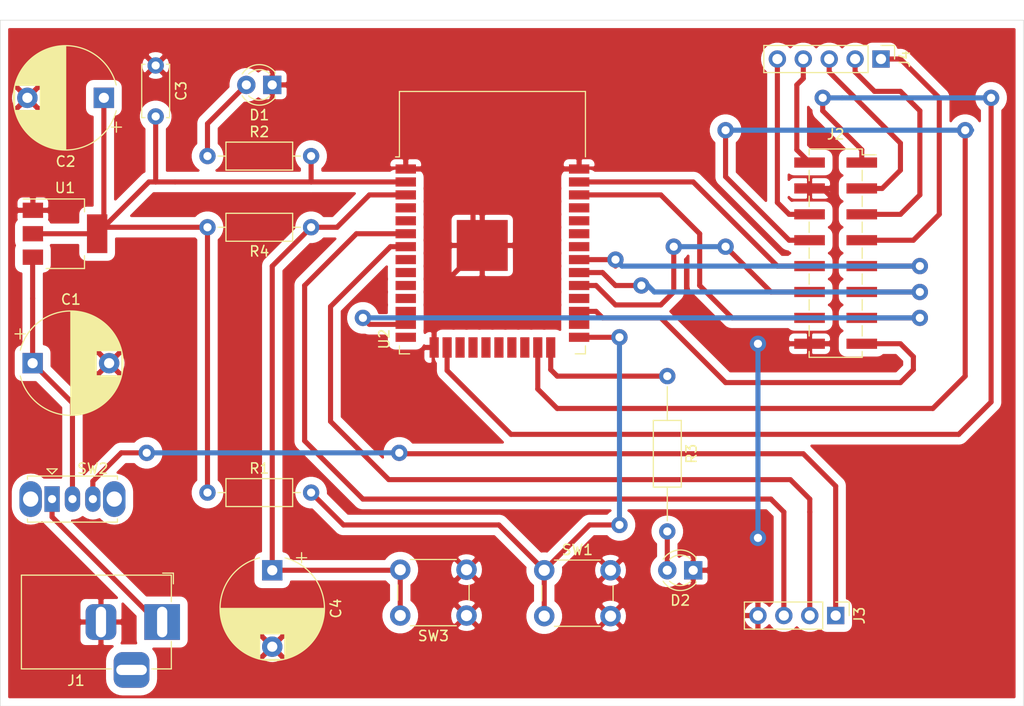
<source format=kicad_pcb>
(kicad_pcb (version 20171130) (host pcbnew 5.1.8-db9833491~88~ubuntu20.04.1)

  (general
    (thickness 1.6)
    (drawings 5)
    (tracks 181)
    (zones 0)
    (modules 19)
    (nets 47)
  )

  (page A4)
  (layers
    (0 F.Cu signal hide)
    (31 B.Cu signal)
    (32 B.Adhes user)
    (33 F.Adhes user)
    (34 B.Paste user)
    (35 F.Paste user)
    (36 B.SilkS user)
    (37 F.SilkS user)
    (38 B.Mask user)
    (39 F.Mask user)
    (40 Dwgs.User user)
    (41 Cmts.User user)
    (42 Eco1.User user)
    (43 Eco2.User user)
    (44 Edge.Cuts user)
    (45 Margin user)
    (46 B.CrtYd user)
    (47 F.CrtYd user)
    (48 B.Fab user)
    (49 F.Fab user)
  )

  (setup
    (last_trace_width 0.25)
    (user_trace_width 0.5)
    (trace_clearance 0.2)
    (zone_clearance 0.75)
    (zone_45_only no)
    (trace_min 0.2)
    (via_size 0.8)
    (via_drill 0.4)
    (via_min_size 0.4)
    (via_min_drill 0.3)
    (uvia_size 0.3)
    (uvia_drill 0.1)
    (uvias_allowed no)
    (uvia_min_size 0.2)
    (uvia_min_drill 0.1)
    (edge_width 0.05)
    (segment_width 0.2)
    (pcb_text_width 0.3)
    (pcb_text_size 1.5 1.5)
    (mod_edge_width 0.12)
    (mod_text_size 1 1)
    (mod_text_width 0.15)
    (pad_size 1.524 1.524)
    (pad_drill 0.762)
    (pad_to_mask_clearance 0)
    (aux_axis_origin 0 0)
    (visible_elements FFFFFF7F)
    (pcbplotparams
      (layerselection 0x010fc_ffffffff)
      (usegerberextensions false)
      (usegerberattributes true)
      (usegerberadvancedattributes true)
      (creategerberjobfile true)
      (excludeedgelayer true)
      (linewidth 0.100000)
      (plotframeref false)
      (viasonmask false)
      (mode 1)
      (useauxorigin false)
      (hpglpennumber 1)
      (hpglpenspeed 20)
      (hpglpendiameter 15.000000)
      (psnegative false)
      (psa4output false)
      (plotreference true)
      (plotvalue true)
      (plotinvisibletext false)
      (padsonsilk false)
      (subtractmaskfromsilk false)
      (outputformat 1)
      (mirror false)
      (drillshape 1)
      (scaleselection 1)
      (outputdirectory ""))
  )

  (net 0 "")
  (net 1 GNDREF)
  (net 2 "Net-(C1-Pad1)")
  (net 3 +3V3)
  (net 4 EN)
  (net 5 "Net-(D1-Pad2)")
  (net 6 "Net-(D2-Pad2)")
  (net 7 "Net-(J1-Pad1)")
  (net 8 OE)
  (net 9 CLK)
  (net 10 LAT)
  (net 11 C)
  (net 12 D)
  (net 13 A)
  (net 14 B)
  (net 15 B2)
  (net 16 E)
  (net 17 R2)
  (net 18 G2)
  (net 19 B1)
  (net 20 R1)
  (net 21 G1)
  (net 22 RX)
  (net 23 USB_VCC)
  (net 24 IO0)
  (net 25 "Net-(R3-Pad1)")
  (net 26 "Net-(U2-Pad35)")
  (net 27 "Net-(U2-Pad34)")
  (net 28 "Net-(U2-Pad33)")
  (net 29 "Net-(U2-Pad32)")
  (net 30 "Net-(U2-Pad28)")
  (net 31 "Net-(U2-Pad26)")
  (net 32 "Net-(U2-Pad22)")
  (net 33 "Net-(U2-Pad21)")
  (net 34 "Net-(U2-Pad20)")
  (net 35 "Net-(U2-Pad19)")
  (net 36 "Net-(U2-Pad18)")
  (net 37 "Net-(U2-Pad17)")
  (net 38 "Net-(U2-Pad14)")
  (net 39 "Net-(U2-Pad12)")
  (net 40 "Net-(U2-Pad11)")
  (net 41 "Net-(U2-Pad10)")
  (net 42 "Net-(U2-Pad9)")
  (net 43 "Net-(U2-Pad8)")
  (net 44 "Net-(U2-Pad5)")
  (net 45 "Net-(U2-Pad4)")
  (net 46 TX)

  (net_class Default "This is the default net class."
    (clearance 0.2)
    (trace_width 0.25)
    (via_dia 0.8)
    (via_drill 0.4)
    (uvia_dia 0.3)
    (uvia_drill 0.1)
    (add_net +3V3)
    (add_net A)
    (add_net B)
    (add_net B1)
    (add_net B2)
    (add_net C)
    (add_net CLK)
    (add_net D)
    (add_net E)
    (add_net EN)
    (add_net G1)
    (add_net G2)
    (add_net GNDREF)
    (add_net IO0)
    (add_net LAT)
    (add_net "Net-(C1-Pad1)")
    (add_net "Net-(D1-Pad2)")
    (add_net "Net-(D2-Pad2)")
    (add_net "Net-(J1-Pad1)")
    (add_net "Net-(R3-Pad1)")
    (add_net "Net-(U2-Pad10)")
    (add_net "Net-(U2-Pad11)")
    (add_net "Net-(U2-Pad12)")
    (add_net "Net-(U2-Pad14)")
    (add_net "Net-(U2-Pad17)")
    (add_net "Net-(U2-Pad18)")
    (add_net "Net-(U2-Pad19)")
    (add_net "Net-(U2-Pad20)")
    (add_net "Net-(U2-Pad21)")
    (add_net "Net-(U2-Pad22)")
    (add_net "Net-(U2-Pad26)")
    (add_net "Net-(U2-Pad28)")
    (add_net "Net-(U2-Pad32)")
    (add_net "Net-(U2-Pad33)")
    (add_net "Net-(U2-Pad34)")
    (add_net "Net-(U2-Pad35)")
    (add_net "Net-(U2-Pad4)")
    (add_net "Net-(U2-Pad5)")
    (add_net "Net-(U2-Pad8)")
    (add_net "Net-(U2-Pad9)")
    (add_net OE)
    (add_net R1)
    (add_net R2)
    (add_net RX)
    (add_net TX)
    (add_net USB_VCC)
  )

  (net_class Default2 ""
    (clearance 0.2)
    (trace_width 0.5)
    (via_dia 0.8)
    (via_drill 0.4)
    (uvia_dia 0.3)
    (uvia_drill 0.1)
  )

  (module RF_Module:ESP32-WROOM-32 (layer F.Cu) (tedit 5B5B4654) (tstamp 5FF2595A)
    (at 149.225 92.075)
    (descr "Single 2.4 GHz Wi-Fi and Bluetooth combo chip https://www.espressif.com/sites/default/files/documentation/esp32-wroom-32_datasheet_en.pdf")
    (tags "Single 2.4 GHz Wi-Fi and Bluetooth combo  chip")
    (path /5FDF73F4)
    (attr smd)
    (fp_text reference U2 (at -10.61 8.43 90) (layer F.SilkS)
      (effects (font (size 1 1) (thickness 0.15)))
    )
    (fp_text value ESP32-WROOM-32 (at 0 11.5) (layer F.Fab)
      (effects (font (size 1 1) (thickness 0.15)))
    )
    (fp_line (start -14 -9.97) (end -14 -20.75) (layer Dwgs.User) (width 0.1))
    (fp_line (start 9 9.76) (end 9 -15.745) (layer F.Fab) (width 0.1))
    (fp_line (start -9 9.76) (end 9 9.76) (layer F.Fab) (width 0.1))
    (fp_line (start -9 -15.745) (end -9 -10.02) (layer F.Fab) (width 0.1))
    (fp_line (start -9 -15.745) (end 9 -15.745) (layer F.Fab) (width 0.1))
    (fp_line (start -9.75 10.5) (end -9.75 -9.72) (layer F.CrtYd) (width 0.05))
    (fp_line (start -9.75 10.5) (end 9.75 10.5) (layer F.CrtYd) (width 0.05))
    (fp_line (start 9.75 -9.72) (end 9.75 10.5) (layer F.CrtYd) (width 0.05))
    (fp_line (start -14.25 -21) (end 14.25 -21) (layer F.CrtYd) (width 0.05))
    (fp_line (start -9 -9.02) (end -9 9.76) (layer F.Fab) (width 0.1))
    (fp_line (start -8.5 -9.52) (end -9 -10.02) (layer F.Fab) (width 0.1))
    (fp_line (start -9 -9.02) (end -8.5 -9.52) (layer F.Fab) (width 0.1))
    (fp_line (start 14 -9.97) (end -14 -9.97) (layer Dwgs.User) (width 0.1))
    (fp_line (start 14 -9.97) (end 14 -20.75) (layer Dwgs.User) (width 0.1))
    (fp_line (start 14 -20.75) (end -14 -20.75) (layer Dwgs.User) (width 0.1))
    (fp_line (start -14.25 -21) (end -14.25 -9.72) (layer F.CrtYd) (width 0.05))
    (fp_line (start 14.25 -21) (end 14.25 -9.72) (layer F.CrtYd) (width 0.05))
    (fp_line (start -14.25 -9.72) (end -9.75 -9.72) (layer F.CrtYd) (width 0.05))
    (fp_line (start 9.75 -9.72) (end 14.25 -9.72) (layer F.CrtYd) (width 0.05))
    (fp_line (start -12.525 -20.75) (end -14 -19.66) (layer Dwgs.User) (width 0.1))
    (fp_line (start -10.525 -20.75) (end -14 -18.045) (layer Dwgs.User) (width 0.1))
    (fp_line (start -8.525 -20.75) (end -14 -16.43) (layer Dwgs.User) (width 0.1))
    (fp_line (start -6.525 -20.75) (end -14 -14.815) (layer Dwgs.User) (width 0.1))
    (fp_line (start -4.525 -20.75) (end -14 -13.2) (layer Dwgs.User) (width 0.1))
    (fp_line (start -2.525 -20.75) (end -14 -11.585) (layer Dwgs.User) (width 0.1))
    (fp_line (start -0.525 -20.75) (end -14 -9.97) (layer Dwgs.User) (width 0.1))
    (fp_line (start 1.475 -20.75) (end -12 -9.97) (layer Dwgs.User) (width 0.1))
    (fp_line (start 3.475 -20.75) (end -10 -9.97) (layer Dwgs.User) (width 0.1))
    (fp_line (start -8 -9.97) (end 5.475 -20.75) (layer Dwgs.User) (width 0.1))
    (fp_line (start 7.475 -20.75) (end -6 -9.97) (layer Dwgs.User) (width 0.1))
    (fp_line (start 9.475 -20.75) (end -4 -9.97) (layer Dwgs.User) (width 0.1))
    (fp_line (start 11.475 -20.75) (end -2 -9.97) (layer Dwgs.User) (width 0.1))
    (fp_line (start 13.475 -20.75) (end 0 -9.97) (layer Dwgs.User) (width 0.1))
    (fp_line (start 14 -19.66) (end 2 -9.97) (layer Dwgs.User) (width 0.1))
    (fp_line (start 14 -18.045) (end 4 -9.97) (layer Dwgs.User) (width 0.1))
    (fp_line (start 14 -16.43) (end 6 -9.97) (layer Dwgs.User) (width 0.1))
    (fp_line (start 14 -14.815) (end 8 -9.97) (layer Dwgs.User) (width 0.1))
    (fp_line (start 14 -13.2) (end 10 -9.97) (layer Dwgs.User) (width 0.1))
    (fp_line (start 14 -11.585) (end 12 -9.97) (layer Dwgs.User) (width 0.1))
    (fp_line (start 9.2 -13.875) (end 13.8 -13.875) (layer Cmts.User) (width 0.1))
    (fp_line (start 13.8 -13.875) (end 13.6 -14.075) (layer Cmts.User) (width 0.1))
    (fp_line (start 13.8 -13.875) (end 13.6 -13.675) (layer Cmts.User) (width 0.1))
    (fp_line (start 9.2 -13.875) (end 9.4 -14.075) (layer Cmts.User) (width 0.1))
    (fp_line (start 9.2 -13.875) (end 9.4 -13.675) (layer Cmts.User) (width 0.1))
    (fp_line (start -13.8 -13.875) (end -13.6 -14.075) (layer Cmts.User) (width 0.1))
    (fp_line (start -13.8 -13.875) (end -13.6 -13.675) (layer Cmts.User) (width 0.1))
    (fp_line (start -9.2 -13.875) (end -9.4 -13.675) (layer Cmts.User) (width 0.1))
    (fp_line (start -13.8 -13.875) (end -9.2 -13.875) (layer Cmts.User) (width 0.1))
    (fp_line (start -9.2 -13.875) (end -9.4 -14.075) (layer Cmts.User) (width 0.1))
    (fp_line (start 8.4 -16) (end 8.2 -16.2) (layer Cmts.User) (width 0.1))
    (fp_line (start 8.4 -16) (end 8.6 -16.2) (layer Cmts.User) (width 0.1))
    (fp_line (start 8.4 -20.6) (end 8.6 -20.4) (layer Cmts.User) (width 0.1))
    (fp_line (start 8.4 -16) (end 8.4 -20.6) (layer Cmts.User) (width 0.1))
    (fp_line (start 8.4 -20.6) (end 8.2 -20.4) (layer Cmts.User) (width 0.1))
    (fp_line (start -9.12 9.1) (end -9.12 9.88) (layer F.SilkS) (width 0.12))
    (fp_line (start -9.12 9.88) (end -8.12 9.88) (layer F.SilkS) (width 0.12))
    (fp_line (start 9.12 9.1) (end 9.12 9.88) (layer F.SilkS) (width 0.12))
    (fp_line (start 9.12 9.88) (end 8.12 9.88) (layer F.SilkS) (width 0.12))
    (fp_line (start -9.12 -15.865) (end 9.12 -15.865) (layer F.SilkS) (width 0.12))
    (fp_line (start 9.12 -15.865) (end 9.12 -9.445) (layer F.SilkS) (width 0.12))
    (fp_line (start -9.12 -15.865) (end -9.12 -9.445) (layer F.SilkS) (width 0.12))
    (fp_line (start -9.12 -9.445) (end -9.5 -9.445) (layer F.SilkS) (width 0.12))
    (fp_text user "5 mm" (at 7.8 -19.075 90) (layer Cmts.User)
      (effects (font (size 0.5 0.5) (thickness 0.1)))
    )
    (fp_text user "5 mm" (at -11.2 -14.375) (layer Cmts.User)
      (effects (font (size 0.5 0.5) (thickness 0.1)))
    )
    (fp_text user "5 mm" (at 11.8 -14.375) (layer Cmts.User)
      (effects (font (size 0.5 0.5) (thickness 0.1)))
    )
    (fp_text user Antenna (at 0 -13) (layer Cmts.User)
      (effects (font (size 1 1) (thickness 0.15)))
    )
    (fp_text user "KEEP-OUT ZONE" (at 0 -19) (layer Cmts.User)
      (effects (font (size 1 1) (thickness 0.15)))
    )
    (fp_text user %R (at 0 0) (layer F.Fab)
      (effects (font (size 1 1) (thickness 0.15)))
    )
    (pad 38 smd rect (at 8.5 -8.255) (size 2 0.9) (layers F.Cu F.Paste F.Mask)
      (net 1 GNDREF))
    (pad 37 smd rect (at 8.5 -6.985) (size 2 0.9) (layers F.Cu F.Paste F.Mask)
      (net 14 B))
    (pad 36 smd rect (at 8.5 -5.715) (size 2 0.9) (layers F.Cu F.Paste F.Mask)
      (net 10 LAT))
    (pad 35 smd rect (at 8.5 -4.445) (size 2 0.9) (layers F.Cu F.Paste F.Mask)
      (net 26 "Net-(U2-Pad35)"))
    (pad 34 smd rect (at 8.5 -3.175) (size 2 0.9) (layers F.Cu F.Paste F.Mask)
      (net 27 "Net-(U2-Pad34)"))
    (pad 33 smd rect (at 8.5 -1.905) (size 2 0.9) (layers F.Cu F.Paste F.Mask)
      (net 28 "Net-(U2-Pad33)"))
    (pad 32 smd rect (at 8.5 -0.635) (size 2 0.9) (layers F.Cu F.Paste F.Mask)
      (net 29 "Net-(U2-Pad32)"))
    (pad 31 smd rect (at 8.5 0.635) (size 2 0.9) (layers F.Cu F.Paste F.Mask)
      (net 13 A))
    (pad 30 smd rect (at 8.5 1.905) (size 2 0.9) (layers F.Cu F.Paste F.Mask)
      (net 11 C))
    (pad 29 smd rect (at 8.5 3.175) (size 2 0.9) (layers F.Cu F.Paste F.Mask)
      (net 12 D))
    (pad 28 smd rect (at 8.5 4.445) (size 2 0.9) (layers F.Cu F.Paste F.Mask)
      (net 30 "Net-(U2-Pad28)"))
    (pad 27 smd rect (at 8.5 5.715) (size 2 0.9) (layers F.Cu F.Paste F.Mask)
      (net 8 OE))
    (pad 26 smd rect (at 8.5 6.985) (size 2 0.9) (layers F.Cu F.Paste F.Mask)
      (net 31 "Net-(U2-Pad26)"))
    (pad 25 smd rect (at 8.5 8.255) (size 2 0.9) (layers F.Cu F.Paste F.Mask)
      (net 24 IO0))
    (pad 24 smd rect (at 5.715 9.255 90) (size 2 0.9) (layers F.Cu F.Paste F.Mask)
      (net 25 "Net-(R3-Pad1)"))
    (pad 23 smd rect (at 4.445 9.255 90) (size 2 0.9) (layers F.Cu F.Paste F.Mask)
      (net 16 E))
    (pad 22 smd rect (at 3.175 9.255 90) (size 2 0.9) (layers F.Cu F.Paste F.Mask)
      (net 32 "Net-(U2-Pad22)"))
    (pad 21 smd rect (at 1.905 9.255 90) (size 2 0.9) (layers F.Cu F.Paste F.Mask)
      (net 33 "Net-(U2-Pad21)"))
    (pad 20 smd rect (at 0.635 9.255 90) (size 2 0.9) (layers F.Cu F.Paste F.Mask)
      (net 34 "Net-(U2-Pad20)"))
    (pad 19 smd rect (at -0.635 9.255 90) (size 2 0.9) (layers F.Cu F.Paste F.Mask)
      (net 35 "Net-(U2-Pad19)"))
    (pad 18 smd rect (at -1.905 9.255 90) (size 2 0.9) (layers F.Cu F.Paste F.Mask)
      (net 36 "Net-(U2-Pad18)"))
    (pad 17 smd rect (at -3.175 9.255 90) (size 2 0.9) (layers F.Cu F.Paste F.Mask)
      (net 37 "Net-(U2-Pad17)"))
    (pad 16 smd rect (at -4.445 9.255 90) (size 2 0.9) (layers F.Cu F.Paste F.Mask)
      (net 20 R1))
    (pad 15 smd rect (at -5.715 9.255 90) (size 2 0.9) (layers F.Cu F.Paste F.Mask)
      (net 1 GNDREF))
    (pad 14 smd rect (at -8.5 8.255) (size 2 0.9) (layers F.Cu F.Paste F.Mask)
      (net 38 "Net-(U2-Pad14)"))
    (pad 13 smd rect (at -8.5 6.985) (size 2 0.9) (layers F.Cu F.Paste F.Mask)
      (net 9 CLK))
    (pad 12 smd rect (at -8.5 5.715) (size 2 0.9) (layers F.Cu F.Paste F.Mask)
      (net 39 "Net-(U2-Pad12)"))
    (pad 11 smd rect (at -8.5 4.445) (size 2 0.9) (layers F.Cu F.Paste F.Mask)
      (net 40 "Net-(U2-Pad11)"))
    (pad 10 smd rect (at -8.5 3.175) (size 2 0.9) (layers F.Cu F.Paste F.Mask)
      (net 41 "Net-(U2-Pad10)"))
    (pad 9 smd rect (at -8.5 1.905) (size 2 0.9) (layers F.Cu F.Paste F.Mask)
      (net 42 "Net-(U2-Pad9)"))
    (pad 8 smd rect (at -8.5 0.635) (size 2 0.9) (layers F.Cu F.Paste F.Mask)
      (net 43 "Net-(U2-Pad8)"))
    (pad 7 smd rect (at -8.5 -0.635) (size 2 0.9) (layers F.Cu F.Paste F.Mask)
      (net 46 TX))
    (pad 6 smd rect (at -8.5 -1.905) (size 2 0.9) (layers F.Cu F.Paste F.Mask)
      (net 22 RX))
    (pad 5 smd rect (at -8.5 -3.175) (size 2 0.9) (layers F.Cu F.Paste F.Mask)
      (net 44 "Net-(U2-Pad5)"))
    (pad 4 smd rect (at -8.5 -4.445) (size 2 0.9) (layers F.Cu F.Paste F.Mask)
      (net 45 "Net-(U2-Pad4)"))
    (pad 3 smd rect (at -8.5 -5.715) (size 2 0.9) (layers F.Cu F.Paste F.Mask)
      (net 4 EN))
    (pad 2 smd rect (at -8.5 -6.985) (size 2 0.9) (layers F.Cu F.Paste F.Mask)
      (net 3 +3V3))
    (pad 1 smd rect (at -8.5 -8.255) (size 2 0.9) (layers F.Cu F.Paste F.Mask)
      (net 1 GNDREF))
    (pad 39 smd rect (at -1 -0.755) (size 5 5) (layers F.Cu F.Paste F.Mask)
      (net 1 GNDREF))
    (model ${KISYS3DMOD}/RF_Module.3dshapes/ESP32-WROOM-32.wrl
      (at (xyz 0 0 0))
      (scale (xyz 1 1 1))
      (rotate (xyz 0 0 0))
    )
  )

  (module clockwise1:PinSocket_2x08_P2.54mm_Vertical_SMD_LedMatrix (layer F.Cu) (tedit 5FF1E763) (tstamp 5FF257E4)
    (at 182.88 92.075)
    (descr "surface-mounted straight socket strip, 2x08, 2.54mm pitch, double cols (from Kicad 4.0.7), script generated")
    (tags "Surface mounted socket strip SMD 2x08 2.54mm double row")
    (path /6009A19F)
    (attr smd)
    (fp_text reference J2 (at 0 -11.66) (layer F.SilkS)
      (effects (font (size 1 1) (thickness 0.15)))
    )
    (fp_text value JIN (at 0 11.66) (layer F.Fab)
      (effects (font (size 1 1) (thickness 0.15)))
    )
    (fp_line (start -2.6 -10.22) (end 2.6 -10.22) (layer F.SilkS) (width 0.12))
    (fp_line (start 2.6 -10.22) (end 2.6 -9.65) (layer F.SilkS) (width 0.12))
    (fp_line (start 2.6 -8.13) (end 2.6 -7.11) (layer F.SilkS) (width 0.12))
    (fp_line (start 2.6 -5.59) (end 2.6 -4.57) (layer F.SilkS) (width 0.12))
    (fp_line (start 2.6 -3.05) (end 2.6 -2.03) (layer F.SilkS) (width 0.12))
    (fp_line (start 2.6 -0.51) (end 2.6 0.51) (layer F.SilkS) (width 0.12))
    (fp_line (start 2.6 2.03) (end 2.6 3.05) (layer F.SilkS) (width 0.12))
    (fp_line (start 2.6 4.57) (end 2.6 5.59) (layer F.SilkS) (width 0.12))
    (fp_line (start 2.6 7.11) (end 2.6 8.13) (layer F.SilkS) (width 0.12))
    (fp_line (start 2.6 9.65) (end 2.6 10.22) (layer F.SilkS) (width 0.12))
    (fp_line (start -2.6 10.22) (end 2.6 10.22) (layer F.SilkS) (width 0.12))
    (fp_line (start -2.6 -10.22) (end -2.6 -9.65) (layer F.SilkS) (width 0.12))
    (fp_line (start -2.6 -8.13) (end -2.6 -7.11) (layer F.SilkS) (width 0.12))
    (fp_line (start -2.6 -5.59) (end -2.6 -4.57) (layer F.SilkS) (width 0.12))
    (fp_line (start -2.6 -3.05) (end -2.6 -2.03) (layer F.SilkS) (width 0.12))
    (fp_line (start -2.6 -0.51) (end -2.6 0.51) (layer F.SilkS) (width 0.12))
    (fp_line (start -2.6 2.03) (end -2.6 3.05) (layer F.SilkS) (width 0.12))
    (fp_line (start -2.6 4.57) (end -2.6 5.59) (layer F.SilkS) (width 0.12))
    (fp_line (start -2.6 7.11) (end -2.6 8.13) (layer F.SilkS) (width 0.12))
    (fp_line (start -2.6 9.65) (end -2.6 10.22) (layer F.SilkS) (width 0.12))
    (fp_line (start 2.6 -9.65) (end 3.96 -9.65) (layer F.SilkS) (width 0.12))
    (fp_line (start 1.54 -10.16) (end -2.54 -10.16) (layer F.Fab) (width 0.1))
    (fp_line (start 1.54 -10.16) (end 2.54 -9.21) (layer F.Fab) (width 0.1))
    (fp_line (start 2.54 -9.21) (end 2.54 10.16) (layer F.Fab) (width 0.1))
    (fp_line (start 2.54 10.16) (end -2.54 10.16) (layer F.Fab) (width 0.1))
    (fp_line (start -2.54 10.16) (end -2.54 -10.16) (layer F.Fab) (width 0.1))
    (fp_line (start -3.92 -9.21) (end -2.54 -9.21) (layer F.Fab) (width 0.1))
    (fp_line (start -2.54 -8.57) (end -3.92 -8.57) (layer F.Fab) (width 0.1))
    (fp_line (start -3.92 -8.57) (end -3.92 -9.21) (layer F.Fab) (width 0.1))
    (fp_line (start 2.54 -9.21) (end 3.92 -9.21) (layer F.Fab) (width 0.1))
    (fp_line (start 3.92 -9.21) (end 3.92 -8.57) (layer F.Fab) (width 0.1))
    (fp_line (start 3.92 -8.57) (end 2.54 -8.57) (layer F.Fab) (width 0.1))
    (fp_line (start -3.92 -6.67) (end -2.54 -6.67) (layer F.Fab) (width 0.1))
    (fp_line (start -2.54 -6.03) (end -3.92 -6.03) (layer F.Fab) (width 0.1))
    (fp_line (start -3.92 -6.03) (end -3.92 -6.67) (layer F.Fab) (width 0.1))
    (fp_line (start 2.54 -6.67) (end 3.92 -6.67) (layer F.Fab) (width 0.1))
    (fp_line (start 3.92 -6.67) (end 3.92 -6.03) (layer F.Fab) (width 0.1))
    (fp_line (start 3.92 -6.03) (end 2.54 -6.03) (layer F.Fab) (width 0.1))
    (fp_line (start -3.92 -4.13) (end -2.54 -4.13) (layer F.Fab) (width 0.1))
    (fp_line (start -2.54 -3.49) (end -3.92 -3.49) (layer F.Fab) (width 0.1))
    (fp_line (start -3.92 -3.49) (end -3.92 -4.13) (layer F.Fab) (width 0.1))
    (fp_line (start 2.54 -4.13) (end 3.92 -4.13) (layer F.Fab) (width 0.1))
    (fp_line (start 3.92 -4.13) (end 3.92 -3.49) (layer F.Fab) (width 0.1))
    (fp_line (start 3.92 -3.49) (end 2.54 -3.49) (layer F.Fab) (width 0.1))
    (fp_line (start -3.92 -1.59) (end -2.54 -1.59) (layer F.Fab) (width 0.1))
    (fp_line (start -2.54 -0.95) (end -3.92 -0.95) (layer F.Fab) (width 0.1))
    (fp_line (start -3.92 -0.95) (end -3.92 -1.59) (layer F.Fab) (width 0.1))
    (fp_line (start 2.54 -1.59) (end 3.92 -1.59) (layer F.Fab) (width 0.1))
    (fp_line (start 3.92 -1.59) (end 3.92 -0.95) (layer F.Fab) (width 0.1))
    (fp_line (start 3.92 -0.95) (end 2.54 -0.95) (layer F.Fab) (width 0.1))
    (fp_line (start -3.92 0.95) (end -2.54 0.95) (layer F.Fab) (width 0.1))
    (fp_line (start -2.54 1.59) (end -3.92 1.59) (layer F.Fab) (width 0.1))
    (fp_line (start -3.92 1.59) (end -3.92 0.95) (layer F.Fab) (width 0.1))
    (fp_line (start 2.54 0.95) (end 3.92 0.95) (layer F.Fab) (width 0.1))
    (fp_line (start 3.92 0.95) (end 3.92 1.59) (layer F.Fab) (width 0.1))
    (fp_line (start 3.92 1.59) (end 2.54 1.59) (layer F.Fab) (width 0.1))
    (fp_line (start -3.92 3.49) (end -2.54 3.49) (layer F.Fab) (width 0.1))
    (fp_line (start -2.54 4.13) (end -3.92 4.13) (layer F.Fab) (width 0.1))
    (fp_line (start -3.92 4.13) (end -3.92 3.49) (layer F.Fab) (width 0.1))
    (fp_line (start 2.54 3.49) (end 3.92 3.49) (layer F.Fab) (width 0.1))
    (fp_line (start 3.92 3.49) (end 3.92 4.13) (layer F.Fab) (width 0.1))
    (fp_line (start 3.92 4.13) (end 2.54 4.13) (layer F.Fab) (width 0.1))
    (fp_line (start -3.92 6.03) (end -2.54 6.03) (layer F.Fab) (width 0.1))
    (fp_line (start -2.54 6.67) (end -3.92 6.67) (layer F.Fab) (width 0.1))
    (fp_line (start -3.92 6.67) (end -3.92 6.03) (layer F.Fab) (width 0.1))
    (fp_line (start 2.54 6.03) (end 3.92 6.03) (layer F.Fab) (width 0.1))
    (fp_line (start 3.92 6.03) (end 3.92 6.67) (layer F.Fab) (width 0.1))
    (fp_line (start 3.92 6.67) (end 2.54 6.67) (layer F.Fab) (width 0.1))
    (fp_line (start -3.92 8.57) (end -2.54 8.57) (layer F.Fab) (width 0.1))
    (fp_line (start -2.54 9.21) (end -3.92 9.21) (layer F.Fab) (width 0.1))
    (fp_line (start -3.92 9.21) (end -3.92 8.57) (layer F.Fab) (width 0.1))
    (fp_line (start 2.54 8.57) (end 3.92 8.57) (layer F.Fab) (width 0.1))
    (fp_line (start 3.92 8.57) (end 3.92 9.21) (layer F.Fab) (width 0.1))
    (fp_line (start 3.92 9.21) (end 2.54 9.21) (layer F.Fab) (width 0.1))
    (fp_line (start -4.55 -10.7) (end 4.5 -10.7) (layer F.CrtYd) (width 0.05))
    (fp_line (start 4.5 -10.7) (end 4.5 10.65) (layer F.CrtYd) (width 0.05))
    (fp_line (start 4.5 10.65) (end -4.55 10.65) (layer F.CrtYd) (width 0.05))
    (fp_line (start -4.55 10.65) (end -4.55 -10.7) (layer F.CrtYd) (width 0.05))
    (fp_text user %R (at 0 0 90) (layer F.Fab)
      (effects (font (size 1 1) (thickness 0.15)))
    )
    (pad OE smd rect (at 2.56 8.89) (size 3 1) (layers F.Cu F.Paste F.Mask)
      (net 8 OE))
    (pad GND smd rect (at -2.56 8.89) (size 3 1) (layers F.Cu F.Paste F.Mask)
      (net 1 GNDREF))
    (pad CLK smd rect (at 2.56 6.35) (size 3 1) (layers F.Cu F.Paste F.Mask)
      (net 9 CLK))
    (pad LAT smd rect (at -2.56 6.35) (size 3 1) (layers F.Cu F.Paste F.Mask)
      (net 10 LAT))
    (pad C smd rect (at 2.56 3.81) (size 3 1) (layers F.Cu F.Paste F.Mask)
      (net 11 C))
    (pad D smd rect (at -2.56 3.81) (size 3 1) (layers F.Cu F.Paste F.Mask)
      (net 12 D))
    (pad A smd rect (at 2.56 1.27) (size 3 1) (layers F.Cu F.Paste F.Mask)
      (net 13 A))
    (pad B smd rect (at -2.56 1.27) (size 3 1) (layers F.Cu F.Paste F.Mask)
      (net 14 B))
    (pad B2 smd rect (at 2.56 -1.27) (size 3 1) (layers F.Cu F.Paste F.Mask)
      (net 15 B2))
    (pad E smd rect (at -2.56 -1.27) (size 3 1) (layers F.Cu F.Paste F.Mask)
      (net 16 E))
    (pad R2 smd rect (at 2.56 -3.81) (size 3 1) (layers F.Cu F.Paste F.Mask)
      (net 17 R2))
    (pad G2 smd rect (at -2.56 -3.81) (size 3 1) (layers F.Cu F.Paste F.Mask)
      (net 18 G2))
    (pad B1 smd rect (at 2.56 -6.35) (size 3 1) (layers F.Cu F.Paste F.Mask)
      (net 19 B1))
    (pad GND smd rect (at -2.56 -6.35) (size 3 1) (layers F.Cu F.Paste F.Mask)
      (net 1 GNDREF))
    (pad R1 smd rect (at 2.56 -8.89) (size 3 1) (layers F.Cu F.Paste F.Mask)
      (net 20 R1))
    (pad G1 smd rect (at -2.56 -8.89) (size 3 1) (layers F.Cu F.Paste F.Mask)
      (net 21 G1))
    (model ${KISYS3DMOD}/Connector_PinSocket_2.54mm.3dshapes/PinSocket_2x08_P2.54mm_Vertical_SMD.wrl
      (at (xyz 0 0 0))
      (scale (xyz 1 1 1))
      (rotate (xyz 0 0 0))
    )
  )

  (module LED_THT:LED_D3.0mm (layer F.Cu) (tedit 587A3A7B) (tstamp 5FF2579D)
    (at 168.91 123.19 180)
    (descr "LED, diameter 3.0mm, 2 pins")
    (tags "LED diameter 3.0mm 2 pins")
    (path /6002C285)
    (fp_text reference D2 (at 1.27 -2.96) (layer F.SilkS)
      (effects (font (size 1 1) (thickness 0.15)))
    )
    (fp_text value LED (at 1.27 2.96) (layer F.Fab)
      (effects (font (size 1 1) (thickness 0.15)))
    )
    (fp_circle (center 1.27 0) (end 2.77 0) (layer F.Fab) (width 0.1))
    (fp_line (start -0.23 -1.16619) (end -0.23 1.16619) (layer F.Fab) (width 0.1))
    (fp_line (start -0.29 -1.236) (end -0.29 -1.08) (layer F.SilkS) (width 0.12))
    (fp_line (start -0.29 1.08) (end -0.29 1.236) (layer F.SilkS) (width 0.12))
    (fp_line (start -1.15 -2.25) (end -1.15 2.25) (layer F.CrtYd) (width 0.05))
    (fp_line (start -1.15 2.25) (end 3.7 2.25) (layer F.CrtYd) (width 0.05))
    (fp_line (start 3.7 2.25) (end 3.7 -2.25) (layer F.CrtYd) (width 0.05))
    (fp_line (start 3.7 -2.25) (end -1.15 -2.25) (layer F.CrtYd) (width 0.05))
    (fp_arc (start 1.27 0) (end 0.229039 1.08) (angle -87.9) (layer F.SilkS) (width 0.12))
    (fp_arc (start 1.27 0) (end 0.229039 -1.08) (angle 87.9) (layer F.SilkS) (width 0.12))
    (fp_arc (start 1.27 0) (end -0.29 1.235516) (angle -108.8) (layer F.SilkS) (width 0.12))
    (fp_arc (start 1.27 0) (end -0.29 -1.235516) (angle 108.8) (layer F.SilkS) (width 0.12))
    (fp_arc (start 1.27 0) (end -0.23 -1.16619) (angle 284.3) (layer F.Fab) (width 0.1))
    (pad 2 thru_hole circle (at 2.54 0 180) (size 1.8 1.8) (drill 0.9) (layers *.Cu *.Mask)
      (net 6 "Net-(D2-Pad2)"))
    (pad 1 thru_hole rect (at 0 0 180) (size 1.8 1.8) (drill 0.9) (layers *.Cu *.Mask)
      (net 1 GNDREF))
    (model ${KISYS3DMOD}/LED_THT.3dshapes/LED_D3.0mm.wrl
      (at (xyz 0 0 0))
      (scale (xyz 1 1 1))
      (rotate (xyz 0 0 0))
    )
  )

  (module Resistor_THT:R_Axial_DIN0207_L6.3mm_D2.5mm_P15.24mm_Horizontal (layer F.Cu) (tedit 5AE5139B) (tstamp 5FF2585B)
    (at 166.37 104.14 270)
    (descr "Resistor, Axial_DIN0207 series, Axial, Horizontal, pin pitch=15.24mm, 0.25W = 1/4W, length*diameter=6.3*2.5mm^2, http://cdn-reichelt.de/documents/datenblatt/B400/1_4W%23YAG.pdf")
    (tags "Resistor Axial_DIN0207 series Axial Horizontal pin pitch 15.24mm 0.25W = 1/4W length 6.3mm diameter 2.5mm")
    (path /6002C872)
    (fp_text reference R3 (at 7.62 -2.37 90) (layer F.SilkS)
      (effects (font (size 1 1) (thickness 0.15)))
    )
    (fp_text value 220 (at 7.62 2.37 90) (layer F.Fab)
      (effects (font (size 1 1) (thickness 0.15)))
    )
    (fp_line (start 16.29 -1.5) (end -1.05 -1.5) (layer F.CrtYd) (width 0.05))
    (fp_line (start 16.29 1.5) (end 16.29 -1.5) (layer F.CrtYd) (width 0.05))
    (fp_line (start -1.05 1.5) (end 16.29 1.5) (layer F.CrtYd) (width 0.05))
    (fp_line (start -1.05 -1.5) (end -1.05 1.5) (layer F.CrtYd) (width 0.05))
    (fp_line (start 14.2 0) (end 10.89 0) (layer F.SilkS) (width 0.12))
    (fp_line (start 1.04 0) (end 4.35 0) (layer F.SilkS) (width 0.12))
    (fp_line (start 10.89 -1.37) (end 4.35 -1.37) (layer F.SilkS) (width 0.12))
    (fp_line (start 10.89 1.37) (end 10.89 -1.37) (layer F.SilkS) (width 0.12))
    (fp_line (start 4.35 1.37) (end 10.89 1.37) (layer F.SilkS) (width 0.12))
    (fp_line (start 4.35 -1.37) (end 4.35 1.37) (layer F.SilkS) (width 0.12))
    (fp_line (start 15.24 0) (end 10.77 0) (layer F.Fab) (width 0.1))
    (fp_line (start 0 0) (end 4.47 0) (layer F.Fab) (width 0.1))
    (fp_line (start 10.77 -1.25) (end 4.47 -1.25) (layer F.Fab) (width 0.1))
    (fp_line (start 10.77 1.25) (end 10.77 -1.25) (layer F.Fab) (width 0.1))
    (fp_line (start 4.47 1.25) (end 10.77 1.25) (layer F.Fab) (width 0.1))
    (fp_line (start 4.47 -1.25) (end 4.47 1.25) (layer F.Fab) (width 0.1))
    (fp_text user %R (at 7.62 0 90) (layer F.Fab)
      (effects (font (size 1 1) (thickness 0.15)))
    )
    (pad 2 thru_hole oval (at 15.24 0 270) (size 1.6 1.6) (drill 0.8) (layers *.Cu *.Mask)
      (net 6 "Net-(D2-Pad2)"))
    (pad 1 thru_hole circle (at 0 0 270) (size 1.6 1.6) (drill 0.8) (layers *.Cu *.Mask)
      (net 25 "Net-(R3-Pad1)"))
    (model ${KISYS3DMOD}/Resistor_THT.3dshapes/R_Axial_DIN0207_L6.3mm_D2.5mm_P15.24mm_Horizontal.wrl
      (at (xyz 0 0 0))
      (scale (xyz 1 1 1))
      (rotate (xyz 0 0 0))
    )
  )

  (module clockwise1:SOT-223 (layer F.Cu) (tedit 5FF20797) (tstamp 5FF35BDF)
    (at 107.315 90.17)
    (descr "module CMS SOT223 4 pins")
    (tags "CMS SOT")
    (path /5FE4EC54)
    (attr smd)
    (fp_text reference U1 (at 0 -4.5) (layer F.SilkS)
      (effects (font (size 1 1) (thickness 0.15)))
    )
    (fp_text value LM1117-3.3 (at 0 4.5) (layer F.Fab)
      (effects (font (size 1 1) (thickness 0.15)))
    )
    (fp_line (start -1.85 -2.3) (end -0.8 -3.35) (layer F.Fab) (width 0.1))
    (fp_line (start 1.91 3.41) (end 1.91 2.15) (layer F.SilkS) (width 0.12))
    (fp_line (start 1.91 -3.41) (end 1.91 -2.15) (layer F.SilkS) (width 0.12))
    (fp_line (start 4.4 -3.6) (end -4.4 -3.6) (layer F.CrtYd) (width 0.05))
    (fp_line (start 4.4 3.6) (end 4.4 -3.6) (layer F.CrtYd) (width 0.05))
    (fp_line (start -4.4 3.6) (end 4.4 3.6) (layer F.CrtYd) (width 0.05))
    (fp_line (start -4.4 -3.6) (end -4.4 3.6) (layer F.CrtYd) (width 0.05))
    (fp_line (start -1.85 -2.3) (end -1.85 3.35) (layer F.Fab) (width 0.1))
    (fp_line (start -1.85 3.41) (end 1.91 3.41) (layer F.SilkS) (width 0.12))
    (fp_line (start -0.8 -3.35) (end 1.85 -3.35) (layer F.Fab) (width 0.1))
    (fp_line (start -4.1 -3.41) (end 1.91 -3.41) (layer F.SilkS) (width 0.12))
    (fp_line (start -1.85 3.35) (end 1.85 3.35) (layer F.Fab) (width 0.1))
    (fp_line (start 1.85 -3.35) (end 1.85 3.35) (layer F.Fab) (width 0.1))
    (fp_text user %R (at 0 0 90) (layer F.Fab)
      (effects (font (size 0.8 0.8) (thickness 0.12)))
    )
    (pad 2 smd rect (at 3.15 0) (size 2 3.8) (layers F.Cu F.Paste F.Mask)
      (net 3 +3V3))
    (pad 2 smd rect (at -3.15 0) (size 2 1.5) (layers F.Cu F.Paste F.Mask)
      (net 3 +3V3))
    (pad 3 smd rect (at -3.15 2.3) (size 2 1.5) (layers F.Cu F.Paste F.Mask)
      (net 2 "Net-(C1-Pad1)"))
    (pad 1 smd rect (at -3.15 -2.3) (size 2 1.5) (layers F.Cu F.Paste F.Mask)
      (net 1 GNDREF))
    (model ${KISYS3DMOD}/Package_TO_SOT_SMD.3dshapes/SOT-223.wrl
      (at (xyz 0 0 0))
      (scale (xyz 1 1 1))
      (rotate (xyz 0 0 0))
    )
  )

  (module Capacitor_THT:CP_Radial_D10.0mm_P7.50mm (layer F.Cu) (tedit 5AE50EF1) (tstamp 5FF25777)
    (at 127.635 123.19 270)
    (descr "CP, Radial series, Radial, pin pitch=7.50mm, , diameter=10mm, Electrolytic Capacitor")
    (tags "CP Radial series Radial pin pitch 7.50mm  diameter 10mm Electrolytic Capacitor")
    (path /5FDFA3D1)
    (fp_text reference C4 (at 3.75 -6.25 90) (layer F.SilkS)
      (effects (font (size 1 1) (thickness 0.15)))
    )
    (fp_text value 1uF (at 3.75 6.25 90) (layer F.Fab)
      (effects (font (size 1 1) (thickness 0.15)))
    )
    (fp_circle (center 3.75 0) (end 8.75 0) (layer F.Fab) (width 0.1))
    (fp_circle (center 3.75 0) (end 9 0) (layer F.CrtYd) (width 0.05))
    (fp_line (start -0.538861 -2.1875) (end 0.461139 -2.1875) (layer F.Fab) (width 0.1))
    (fp_line (start -0.038861 -2.6875) (end -0.038861 -1.6875) (layer F.Fab) (width 0.1))
    (fp_line (start 3.75 -5.08) (end 3.75 5.08) (layer F.SilkS) (width 0.12))
    (fp_line (start 3.79 -5.08) (end 3.79 5.08) (layer F.SilkS) (width 0.12))
    (fp_line (start 3.83 -5.08) (end 3.83 5.08) (layer F.SilkS) (width 0.12))
    (fp_line (start 3.87 -5.079) (end 3.87 5.079) (layer F.SilkS) (width 0.12))
    (fp_line (start 3.91 -5.078) (end 3.91 5.078) (layer F.SilkS) (width 0.12))
    (fp_line (start 3.95 -5.077) (end 3.95 5.077) (layer F.SilkS) (width 0.12))
    (fp_line (start 3.99 -5.075) (end 3.99 5.075) (layer F.SilkS) (width 0.12))
    (fp_line (start 4.03 -5.073) (end 4.03 5.073) (layer F.SilkS) (width 0.12))
    (fp_line (start 4.07 -5.07) (end 4.07 5.07) (layer F.SilkS) (width 0.12))
    (fp_line (start 4.11 -5.068) (end 4.11 5.068) (layer F.SilkS) (width 0.12))
    (fp_line (start 4.15 -5.065) (end 4.15 5.065) (layer F.SilkS) (width 0.12))
    (fp_line (start 4.19 -5.062) (end 4.19 5.062) (layer F.SilkS) (width 0.12))
    (fp_line (start 4.23 -5.058) (end 4.23 5.058) (layer F.SilkS) (width 0.12))
    (fp_line (start 4.27 -5.054) (end 4.27 5.054) (layer F.SilkS) (width 0.12))
    (fp_line (start 4.31 -5.05) (end 4.31 5.05) (layer F.SilkS) (width 0.12))
    (fp_line (start 4.35 -5.045) (end 4.35 5.045) (layer F.SilkS) (width 0.12))
    (fp_line (start 4.39 -5.04) (end 4.39 5.04) (layer F.SilkS) (width 0.12))
    (fp_line (start 4.43 -5.035) (end 4.43 5.035) (layer F.SilkS) (width 0.12))
    (fp_line (start 4.471 -5.03) (end 4.471 5.03) (layer F.SilkS) (width 0.12))
    (fp_line (start 4.511 -5.024) (end 4.511 5.024) (layer F.SilkS) (width 0.12))
    (fp_line (start 4.551 -5.018) (end 4.551 5.018) (layer F.SilkS) (width 0.12))
    (fp_line (start 4.591 -5.011) (end 4.591 5.011) (layer F.SilkS) (width 0.12))
    (fp_line (start 4.631 -5.004) (end 4.631 5.004) (layer F.SilkS) (width 0.12))
    (fp_line (start 4.671 -4.997) (end 4.671 4.997) (layer F.SilkS) (width 0.12))
    (fp_line (start 4.711 -4.99) (end 4.711 4.99) (layer F.SilkS) (width 0.12))
    (fp_line (start 4.751 -4.982) (end 4.751 4.982) (layer F.SilkS) (width 0.12))
    (fp_line (start 4.791 -4.974) (end 4.791 4.974) (layer F.SilkS) (width 0.12))
    (fp_line (start 4.831 -4.965) (end 4.831 4.965) (layer F.SilkS) (width 0.12))
    (fp_line (start 4.871 -4.956) (end 4.871 4.956) (layer F.SilkS) (width 0.12))
    (fp_line (start 4.911 -4.947) (end 4.911 4.947) (layer F.SilkS) (width 0.12))
    (fp_line (start 4.951 -4.938) (end 4.951 4.938) (layer F.SilkS) (width 0.12))
    (fp_line (start 4.991 -4.928) (end 4.991 4.928) (layer F.SilkS) (width 0.12))
    (fp_line (start 5.031 -4.918) (end 5.031 4.918) (layer F.SilkS) (width 0.12))
    (fp_line (start 5.071 -4.907) (end 5.071 4.907) (layer F.SilkS) (width 0.12))
    (fp_line (start 5.111 -4.897) (end 5.111 4.897) (layer F.SilkS) (width 0.12))
    (fp_line (start 5.151 -4.885) (end 5.151 4.885) (layer F.SilkS) (width 0.12))
    (fp_line (start 5.191 -4.874) (end 5.191 4.874) (layer F.SilkS) (width 0.12))
    (fp_line (start 5.231 -4.862) (end 5.231 4.862) (layer F.SilkS) (width 0.12))
    (fp_line (start 5.271 -4.85) (end 5.271 4.85) (layer F.SilkS) (width 0.12))
    (fp_line (start 5.311 -4.837) (end 5.311 4.837) (layer F.SilkS) (width 0.12))
    (fp_line (start 5.351 -4.824) (end 5.351 4.824) (layer F.SilkS) (width 0.12))
    (fp_line (start 5.391 -4.811) (end 5.391 4.811) (layer F.SilkS) (width 0.12))
    (fp_line (start 5.431 -4.797) (end 5.431 4.797) (layer F.SilkS) (width 0.12))
    (fp_line (start 5.471 -4.783) (end 5.471 4.783) (layer F.SilkS) (width 0.12))
    (fp_line (start 5.511 -4.768) (end 5.511 4.768) (layer F.SilkS) (width 0.12))
    (fp_line (start 5.551 -4.754) (end 5.551 4.754) (layer F.SilkS) (width 0.12))
    (fp_line (start 5.591 -4.738) (end 5.591 4.738) (layer F.SilkS) (width 0.12))
    (fp_line (start 5.631 -4.723) (end 5.631 4.723) (layer F.SilkS) (width 0.12))
    (fp_line (start 5.671 -4.707) (end 5.671 4.707) (layer F.SilkS) (width 0.12))
    (fp_line (start 5.711 -4.69) (end 5.711 4.69) (layer F.SilkS) (width 0.12))
    (fp_line (start 5.751 -4.674) (end 5.751 4.674) (layer F.SilkS) (width 0.12))
    (fp_line (start 5.791 -4.657) (end 5.791 4.657) (layer F.SilkS) (width 0.12))
    (fp_line (start 5.831 -4.639) (end 5.831 4.639) (layer F.SilkS) (width 0.12))
    (fp_line (start 5.871 -4.621) (end 5.871 4.621) (layer F.SilkS) (width 0.12))
    (fp_line (start 5.911 -4.603) (end 5.911 4.603) (layer F.SilkS) (width 0.12))
    (fp_line (start 5.951 -4.584) (end 5.951 4.584) (layer F.SilkS) (width 0.12))
    (fp_line (start 5.991 -4.564) (end 5.991 4.564) (layer F.SilkS) (width 0.12))
    (fp_line (start 6.031 -4.545) (end 6.031 4.545) (layer F.SilkS) (width 0.12))
    (fp_line (start 6.071 -4.525) (end 6.071 4.525) (layer F.SilkS) (width 0.12))
    (fp_line (start 6.111 -4.504) (end 6.111 4.504) (layer F.SilkS) (width 0.12))
    (fp_line (start 6.151 -4.483) (end 6.151 4.483) (layer F.SilkS) (width 0.12))
    (fp_line (start 6.191 -4.462) (end 6.191 4.462) (layer F.SilkS) (width 0.12))
    (fp_line (start 6.231 -4.44) (end 6.231 4.44) (layer F.SilkS) (width 0.12))
    (fp_line (start 6.271 -4.417) (end 6.271 -1.241) (layer F.SilkS) (width 0.12))
    (fp_line (start 6.271 1.241) (end 6.271 4.417) (layer F.SilkS) (width 0.12))
    (fp_line (start 6.311 -4.395) (end 6.311 -1.241) (layer F.SilkS) (width 0.12))
    (fp_line (start 6.311 1.241) (end 6.311 4.395) (layer F.SilkS) (width 0.12))
    (fp_line (start 6.351 -4.371) (end 6.351 -1.241) (layer F.SilkS) (width 0.12))
    (fp_line (start 6.351 1.241) (end 6.351 4.371) (layer F.SilkS) (width 0.12))
    (fp_line (start 6.391 -4.347) (end 6.391 -1.241) (layer F.SilkS) (width 0.12))
    (fp_line (start 6.391 1.241) (end 6.391 4.347) (layer F.SilkS) (width 0.12))
    (fp_line (start 6.431 -4.323) (end 6.431 -1.241) (layer F.SilkS) (width 0.12))
    (fp_line (start 6.431 1.241) (end 6.431 4.323) (layer F.SilkS) (width 0.12))
    (fp_line (start 6.471 -4.298) (end 6.471 -1.241) (layer F.SilkS) (width 0.12))
    (fp_line (start 6.471 1.241) (end 6.471 4.298) (layer F.SilkS) (width 0.12))
    (fp_line (start 6.511 -4.273) (end 6.511 -1.241) (layer F.SilkS) (width 0.12))
    (fp_line (start 6.511 1.241) (end 6.511 4.273) (layer F.SilkS) (width 0.12))
    (fp_line (start 6.551 -4.247) (end 6.551 -1.241) (layer F.SilkS) (width 0.12))
    (fp_line (start 6.551 1.241) (end 6.551 4.247) (layer F.SilkS) (width 0.12))
    (fp_line (start 6.591 -4.221) (end 6.591 -1.241) (layer F.SilkS) (width 0.12))
    (fp_line (start 6.591 1.241) (end 6.591 4.221) (layer F.SilkS) (width 0.12))
    (fp_line (start 6.631 -4.194) (end 6.631 -1.241) (layer F.SilkS) (width 0.12))
    (fp_line (start 6.631 1.241) (end 6.631 4.194) (layer F.SilkS) (width 0.12))
    (fp_line (start 6.671 -4.166) (end 6.671 -1.241) (layer F.SilkS) (width 0.12))
    (fp_line (start 6.671 1.241) (end 6.671 4.166) (layer F.SilkS) (width 0.12))
    (fp_line (start 6.711 -4.138) (end 6.711 -1.241) (layer F.SilkS) (width 0.12))
    (fp_line (start 6.711 1.241) (end 6.711 4.138) (layer F.SilkS) (width 0.12))
    (fp_line (start 6.751 -4.11) (end 6.751 -1.241) (layer F.SilkS) (width 0.12))
    (fp_line (start 6.751 1.241) (end 6.751 4.11) (layer F.SilkS) (width 0.12))
    (fp_line (start 6.791 -4.08) (end 6.791 -1.241) (layer F.SilkS) (width 0.12))
    (fp_line (start 6.791 1.241) (end 6.791 4.08) (layer F.SilkS) (width 0.12))
    (fp_line (start 6.831 -4.05) (end 6.831 -1.241) (layer F.SilkS) (width 0.12))
    (fp_line (start 6.831 1.241) (end 6.831 4.05) (layer F.SilkS) (width 0.12))
    (fp_line (start 6.871 -4.02) (end 6.871 -1.241) (layer F.SilkS) (width 0.12))
    (fp_line (start 6.871 1.241) (end 6.871 4.02) (layer F.SilkS) (width 0.12))
    (fp_line (start 6.911 -3.989) (end 6.911 -1.241) (layer F.SilkS) (width 0.12))
    (fp_line (start 6.911 1.241) (end 6.911 3.989) (layer F.SilkS) (width 0.12))
    (fp_line (start 6.951 -3.957) (end 6.951 -1.241) (layer F.SilkS) (width 0.12))
    (fp_line (start 6.951 1.241) (end 6.951 3.957) (layer F.SilkS) (width 0.12))
    (fp_line (start 6.991 -3.925) (end 6.991 -1.241) (layer F.SilkS) (width 0.12))
    (fp_line (start 6.991 1.241) (end 6.991 3.925) (layer F.SilkS) (width 0.12))
    (fp_line (start 7.031 -3.892) (end 7.031 -1.241) (layer F.SilkS) (width 0.12))
    (fp_line (start 7.031 1.241) (end 7.031 3.892) (layer F.SilkS) (width 0.12))
    (fp_line (start 7.071 -3.858) (end 7.071 -1.241) (layer F.SilkS) (width 0.12))
    (fp_line (start 7.071 1.241) (end 7.071 3.858) (layer F.SilkS) (width 0.12))
    (fp_line (start 7.111 -3.824) (end 7.111 -1.241) (layer F.SilkS) (width 0.12))
    (fp_line (start 7.111 1.241) (end 7.111 3.824) (layer F.SilkS) (width 0.12))
    (fp_line (start 7.151 -3.789) (end 7.151 -1.241) (layer F.SilkS) (width 0.12))
    (fp_line (start 7.151 1.241) (end 7.151 3.789) (layer F.SilkS) (width 0.12))
    (fp_line (start 7.191 -3.753) (end 7.191 -1.241) (layer F.SilkS) (width 0.12))
    (fp_line (start 7.191 1.241) (end 7.191 3.753) (layer F.SilkS) (width 0.12))
    (fp_line (start 7.231 -3.716) (end 7.231 -1.241) (layer F.SilkS) (width 0.12))
    (fp_line (start 7.231 1.241) (end 7.231 3.716) (layer F.SilkS) (width 0.12))
    (fp_line (start 7.271 -3.679) (end 7.271 -1.241) (layer F.SilkS) (width 0.12))
    (fp_line (start 7.271 1.241) (end 7.271 3.679) (layer F.SilkS) (width 0.12))
    (fp_line (start 7.311 -3.64) (end 7.311 -1.241) (layer F.SilkS) (width 0.12))
    (fp_line (start 7.311 1.241) (end 7.311 3.64) (layer F.SilkS) (width 0.12))
    (fp_line (start 7.351 -3.601) (end 7.351 -1.241) (layer F.SilkS) (width 0.12))
    (fp_line (start 7.351 1.241) (end 7.351 3.601) (layer F.SilkS) (width 0.12))
    (fp_line (start 7.391 -3.561) (end 7.391 -1.241) (layer F.SilkS) (width 0.12))
    (fp_line (start 7.391 1.241) (end 7.391 3.561) (layer F.SilkS) (width 0.12))
    (fp_line (start 7.431 -3.52) (end 7.431 -1.241) (layer F.SilkS) (width 0.12))
    (fp_line (start 7.431 1.241) (end 7.431 3.52) (layer F.SilkS) (width 0.12))
    (fp_line (start 7.471 -3.478) (end 7.471 -1.241) (layer F.SilkS) (width 0.12))
    (fp_line (start 7.471 1.241) (end 7.471 3.478) (layer F.SilkS) (width 0.12))
    (fp_line (start 7.511 -3.436) (end 7.511 -1.241) (layer F.SilkS) (width 0.12))
    (fp_line (start 7.511 1.241) (end 7.511 3.436) (layer F.SilkS) (width 0.12))
    (fp_line (start 7.551 -3.392) (end 7.551 -1.241) (layer F.SilkS) (width 0.12))
    (fp_line (start 7.551 1.241) (end 7.551 3.392) (layer F.SilkS) (width 0.12))
    (fp_line (start 7.591 -3.347) (end 7.591 -1.241) (layer F.SilkS) (width 0.12))
    (fp_line (start 7.591 1.241) (end 7.591 3.347) (layer F.SilkS) (width 0.12))
    (fp_line (start 7.631 -3.301) (end 7.631 -1.241) (layer F.SilkS) (width 0.12))
    (fp_line (start 7.631 1.241) (end 7.631 3.301) (layer F.SilkS) (width 0.12))
    (fp_line (start 7.671 -3.254) (end 7.671 -1.241) (layer F.SilkS) (width 0.12))
    (fp_line (start 7.671 1.241) (end 7.671 3.254) (layer F.SilkS) (width 0.12))
    (fp_line (start 7.711 -3.206) (end 7.711 -1.241) (layer F.SilkS) (width 0.12))
    (fp_line (start 7.711 1.241) (end 7.711 3.206) (layer F.SilkS) (width 0.12))
    (fp_line (start 7.751 -3.156) (end 7.751 -1.241) (layer F.SilkS) (width 0.12))
    (fp_line (start 7.751 1.241) (end 7.751 3.156) (layer F.SilkS) (width 0.12))
    (fp_line (start 7.791 -3.106) (end 7.791 -1.241) (layer F.SilkS) (width 0.12))
    (fp_line (start 7.791 1.241) (end 7.791 3.106) (layer F.SilkS) (width 0.12))
    (fp_line (start 7.831 -3.054) (end 7.831 -1.241) (layer F.SilkS) (width 0.12))
    (fp_line (start 7.831 1.241) (end 7.831 3.054) (layer F.SilkS) (width 0.12))
    (fp_line (start 7.871 -3) (end 7.871 -1.241) (layer F.SilkS) (width 0.12))
    (fp_line (start 7.871 1.241) (end 7.871 3) (layer F.SilkS) (width 0.12))
    (fp_line (start 7.911 -2.945) (end 7.911 -1.241) (layer F.SilkS) (width 0.12))
    (fp_line (start 7.911 1.241) (end 7.911 2.945) (layer F.SilkS) (width 0.12))
    (fp_line (start 7.951 -2.889) (end 7.951 -1.241) (layer F.SilkS) (width 0.12))
    (fp_line (start 7.951 1.241) (end 7.951 2.889) (layer F.SilkS) (width 0.12))
    (fp_line (start 7.991 -2.83) (end 7.991 -1.241) (layer F.SilkS) (width 0.12))
    (fp_line (start 7.991 1.241) (end 7.991 2.83) (layer F.SilkS) (width 0.12))
    (fp_line (start 8.031 -2.77) (end 8.031 -1.241) (layer F.SilkS) (width 0.12))
    (fp_line (start 8.031 1.241) (end 8.031 2.77) (layer F.SilkS) (width 0.12))
    (fp_line (start 8.071 -2.709) (end 8.071 -1.241) (layer F.SilkS) (width 0.12))
    (fp_line (start 8.071 1.241) (end 8.071 2.709) (layer F.SilkS) (width 0.12))
    (fp_line (start 8.111 -2.645) (end 8.111 -1.241) (layer F.SilkS) (width 0.12))
    (fp_line (start 8.111 1.241) (end 8.111 2.645) (layer F.SilkS) (width 0.12))
    (fp_line (start 8.151 -2.579) (end 8.151 -1.241) (layer F.SilkS) (width 0.12))
    (fp_line (start 8.151 1.241) (end 8.151 2.579) (layer F.SilkS) (width 0.12))
    (fp_line (start 8.191 -2.51) (end 8.191 -1.241) (layer F.SilkS) (width 0.12))
    (fp_line (start 8.191 1.241) (end 8.191 2.51) (layer F.SilkS) (width 0.12))
    (fp_line (start 8.231 -2.439) (end 8.231 -1.241) (layer F.SilkS) (width 0.12))
    (fp_line (start 8.231 1.241) (end 8.231 2.439) (layer F.SilkS) (width 0.12))
    (fp_line (start 8.271 -2.365) (end 8.271 -1.241) (layer F.SilkS) (width 0.12))
    (fp_line (start 8.271 1.241) (end 8.271 2.365) (layer F.SilkS) (width 0.12))
    (fp_line (start 8.311 -2.289) (end 8.311 -1.241) (layer F.SilkS) (width 0.12))
    (fp_line (start 8.311 1.241) (end 8.311 2.289) (layer F.SilkS) (width 0.12))
    (fp_line (start 8.351 -2.209) (end 8.351 -1.241) (layer F.SilkS) (width 0.12))
    (fp_line (start 8.351 1.241) (end 8.351 2.209) (layer F.SilkS) (width 0.12))
    (fp_line (start 8.391 -2.125) (end 8.391 -1.241) (layer F.SilkS) (width 0.12))
    (fp_line (start 8.391 1.241) (end 8.391 2.125) (layer F.SilkS) (width 0.12))
    (fp_line (start 8.431 -2.037) (end 8.431 -1.241) (layer F.SilkS) (width 0.12))
    (fp_line (start 8.431 1.241) (end 8.431 2.037) (layer F.SilkS) (width 0.12))
    (fp_line (start 8.471 -1.944) (end 8.471 -1.241) (layer F.SilkS) (width 0.12))
    (fp_line (start 8.471 1.241) (end 8.471 1.944) (layer F.SilkS) (width 0.12))
    (fp_line (start 8.511 -1.846) (end 8.511 -1.241) (layer F.SilkS) (width 0.12))
    (fp_line (start 8.511 1.241) (end 8.511 1.846) (layer F.SilkS) (width 0.12))
    (fp_line (start 8.551 -1.742) (end 8.551 -1.241) (layer F.SilkS) (width 0.12))
    (fp_line (start 8.551 1.241) (end 8.551 1.742) (layer F.SilkS) (width 0.12))
    (fp_line (start 8.591 -1.63) (end 8.591 -1.241) (layer F.SilkS) (width 0.12))
    (fp_line (start 8.591 1.241) (end 8.591 1.63) (layer F.SilkS) (width 0.12))
    (fp_line (start 8.631 -1.51) (end 8.631 -1.241) (layer F.SilkS) (width 0.12))
    (fp_line (start 8.631 1.241) (end 8.631 1.51) (layer F.SilkS) (width 0.12))
    (fp_line (start 8.671 -1.378) (end 8.671 -1.241) (layer F.SilkS) (width 0.12))
    (fp_line (start 8.671 1.241) (end 8.671 1.378) (layer F.SilkS) (width 0.12))
    (fp_line (start 8.751 -1.062) (end 8.751 1.062) (layer F.SilkS) (width 0.12))
    (fp_line (start 8.791 -0.862) (end 8.791 0.862) (layer F.SilkS) (width 0.12))
    (fp_line (start 8.831 -0.599) (end 8.831 0.599) (layer F.SilkS) (width 0.12))
    (fp_line (start -1.729646 -2.875) (end -0.729646 -2.875) (layer F.SilkS) (width 0.12))
    (fp_line (start -1.229646 -3.375) (end -1.229646 -2.375) (layer F.SilkS) (width 0.12))
    (fp_text user %R (at 3.75 0 90) (layer F.Fab)
      (effects (font (size 1 1) (thickness 0.15)))
    )
    (fp_arc (start 3.75 0) (end -1.21254 -1.26) (angle 331.50704) (layer F.SilkS) (width 0.12))
    (pad 2 thru_hole circle (at 7.5 0 270) (size 2 2) (drill 1) (layers *.Cu *.Mask)
      (net 1 GNDREF))
    (pad 1 thru_hole rect (at 0 0 270) (size 2 2) (drill 1) (layers *.Cu *.Mask)
      (net 4 EN))
    (model ${KISYS3DMOD}/Capacitor_THT.3dshapes/CP_Radial_D10.0mm_P7.50mm.wrl
      (at (xyz 0 0 0))
      (scale (xyz 1 1 1))
      (rotate (xyz 0 0 0))
    )
  )

  (module Capacitor_THT:CP_Radial_D10.0mm_P7.50mm (layer F.Cu) (tedit 5AE50EF1) (tstamp 5FF2568F)
    (at 111.125 76.835 180)
    (descr "CP, Radial series, Radial, pin pitch=7.50mm, , diameter=10mm, Electrolytic Capacitor")
    (tags "CP Radial series Radial pin pitch 7.50mm  diameter 10mm Electrolytic Capacitor")
    (path /5FDF9C5D)
    (fp_text reference C2 (at 3.75 -6.25) (layer F.SilkS)
      (effects (font (size 1 1) (thickness 0.15)))
    )
    (fp_text value 10uF (at 3.75 6.25) (layer F.Fab)
      (effects (font (size 1 1) (thickness 0.15)))
    )
    (fp_circle (center 3.75 0) (end 8.75 0) (layer F.Fab) (width 0.1))
    (fp_circle (center 3.75 0) (end 9 0) (layer F.CrtYd) (width 0.05))
    (fp_line (start -0.538861 -2.1875) (end 0.461139 -2.1875) (layer F.Fab) (width 0.1))
    (fp_line (start -0.038861 -2.6875) (end -0.038861 -1.6875) (layer F.Fab) (width 0.1))
    (fp_line (start 3.75 -5.08) (end 3.75 5.08) (layer F.SilkS) (width 0.12))
    (fp_line (start 3.79 -5.08) (end 3.79 5.08) (layer F.SilkS) (width 0.12))
    (fp_line (start 3.83 -5.08) (end 3.83 5.08) (layer F.SilkS) (width 0.12))
    (fp_line (start 3.87 -5.079) (end 3.87 5.079) (layer F.SilkS) (width 0.12))
    (fp_line (start 3.91 -5.078) (end 3.91 5.078) (layer F.SilkS) (width 0.12))
    (fp_line (start 3.95 -5.077) (end 3.95 5.077) (layer F.SilkS) (width 0.12))
    (fp_line (start 3.99 -5.075) (end 3.99 5.075) (layer F.SilkS) (width 0.12))
    (fp_line (start 4.03 -5.073) (end 4.03 5.073) (layer F.SilkS) (width 0.12))
    (fp_line (start 4.07 -5.07) (end 4.07 5.07) (layer F.SilkS) (width 0.12))
    (fp_line (start 4.11 -5.068) (end 4.11 5.068) (layer F.SilkS) (width 0.12))
    (fp_line (start 4.15 -5.065) (end 4.15 5.065) (layer F.SilkS) (width 0.12))
    (fp_line (start 4.19 -5.062) (end 4.19 5.062) (layer F.SilkS) (width 0.12))
    (fp_line (start 4.23 -5.058) (end 4.23 5.058) (layer F.SilkS) (width 0.12))
    (fp_line (start 4.27 -5.054) (end 4.27 5.054) (layer F.SilkS) (width 0.12))
    (fp_line (start 4.31 -5.05) (end 4.31 5.05) (layer F.SilkS) (width 0.12))
    (fp_line (start 4.35 -5.045) (end 4.35 5.045) (layer F.SilkS) (width 0.12))
    (fp_line (start 4.39 -5.04) (end 4.39 5.04) (layer F.SilkS) (width 0.12))
    (fp_line (start 4.43 -5.035) (end 4.43 5.035) (layer F.SilkS) (width 0.12))
    (fp_line (start 4.471 -5.03) (end 4.471 5.03) (layer F.SilkS) (width 0.12))
    (fp_line (start 4.511 -5.024) (end 4.511 5.024) (layer F.SilkS) (width 0.12))
    (fp_line (start 4.551 -5.018) (end 4.551 5.018) (layer F.SilkS) (width 0.12))
    (fp_line (start 4.591 -5.011) (end 4.591 5.011) (layer F.SilkS) (width 0.12))
    (fp_line (start 4.631 -5.004) (end 4.631 5.004) (layer F.SilkS) (width 0.12))
    (fp_line (start 4.671 -4.997) (end 4.671 4.997) (layer F.SilkS) (width 0.12))
    (fp_line (start 4.711 -4.99) (end 4.711 4.99) (layer F.SilkS) (width 0.12))
    (fp_line (start 4.751 -4.982) (end 4.751 4.982) (layer F.SilkS) (width 0.12))
    (fp_line (start 4.791 -4.974) (end 4.791 4.974) (layer F.SilkS) (width 0.12))
    (fp_line (start 4.831 -4.965) (end 4.831 4.965) (layer F.SilkS) (width 0.12))
    (fp_line (start 4.871 -4.956) (end 4.871 4.956) (layer F.SilkS) (width 0.12))
    (fp_line (start 4.911 -4.947) (end 4.911 4.947) (layer F.SilkS) (width 0.12))
    (fp_line (start 4.951 -4.938) (end 4.951 4.938) (layer F.SilkS) (width 0.12))
    (fp_line (start 4.991 -4.928) (end 4.991 4.928) (layer F.SilkS) (width 0.12))
    (fp_line (start 5.031 -4.918) (end 5.031 4.918) (layer F.SilkS) (width 0.12))
    (fp_line (start 5.071 -4.907) (end 5.071 4.907) (layer F.SilkS) (width 0.12))
    (fp_line (start 5.111 -4.897) (end 5.111 4.897) (layer F.SilkS) (width 0.12))
    (fp_line (start 5.151 -4.885) (end 5.151 4.885) (layer F.SilkS) (width 0.12))
    (fp_line (start 5.191 -4.874) (end 5.191 4.874) (layer F.SilkS) (width 0.12))
    (fp_line (start 5.231 -4.862) (end 5.231 4.862) (layer F.SilkS) (width 0.12))
    (fp_line (start 5.271 -4.85) (end 5.271 4.85) (layer F.SilkS) (width 0.12))
    (fp_line (start 5.311 -4.837) (end 5.311 4.837) (layer F.SilkS) (width 0.12))
    (fp_line (start 5.351 -4.824) (end 5.351 4.824) (layer F.SilkS) (width 0.12))
    (fp_line (start 5.391 -4.811) (end 5.391 4.811) (layer F.SilkS) (width 0.12))
    (fp_line (start 5.431 -4.797) (end 5.431 4.797) (layer F.SilkS) (width 0.12))
    (fp_line (start 5.471 -4.783) (end 5.471 4.783) (layer F.SilkS) (width 0.12))
    (fp_line (start 5.511 -4.768) (end 5.511 4.768) (layer F.SilkS) (width 0.12))
    (fp_line (start 5.551 -4.754) (end 5.551 4.754) (layer F.SilkS) (width 0.12))
    (fp_line (start 5.591 -4.738) (end 5.591 4.738) (layer F.SilkS) (width 0.12))
    (fp_line (start 5.631 -4.723) (end 5.631 4.723) (layer F.SilkS) (width 0.12))
    (fp_line (start 5.671 -4.707) (end 5.671 4.707) (layer F.SilkS) (width 0.12))
    (fp_line (start 5.711 -4.69) (end 5.711 4.69) (layer F.SilkS) (width 0.12))
    (fp_line (start 5.751 -4.674) (end 5.751 4.674) (layer F.SilkS) (width 0.12))
    (fp_line (start 5.791 -4.657) (end 5.791 4.657) (layer F.SilkS) (width 0.12))
    (fp_line (start 5.831 -4.639) (end 5.831 4.639) (layer F.SilkS) (width 0.12))
    (fp_line (start 5.871 -4.621) (end 5.871 4.621) (layer F.SilkS) (width 0.12))
    (fp_line (start 5.911 -4.603) (end 5.911 4.603) (layer F.SilkS) (width 0.12))
    (fp_line (start 5.951 -4.584) (end 5.951 4.584) (layer F.SilkS) (width 0.12))
    (fp_line (start 5.991 -4.564) (end 5.991 4.564) (layer F.SilkS) (width 0.12))
    (fp_line (start 6.031 -4.545) (end 6.031 4.545) (layer F.SilkS) (width 0.12))
    (fp_line (start 6.071 -4.525) (end 6.071 4.525) (layer F.SilkS) (width 0.12))
    (fp_line (start 6.111 -4.504) (end 6.111 4.504) (layer F.SilkS) (width 0.12))
    (fp_line (start 6.151 -4.483) (end 6.151 4.483) (layer F.SilkS) (width 0.12))
    (fp_line (start 6.191 -4.462) (end 6.191 4.462) (layer F.SilkS) (width 0.12))
    (fp_line (start 6.231 -4.44) (end 6.231 4.44) (layer F.SilkS) (width 0.12))
    (fp_line (start 6.271 -4.417) (end 6.271 -1.241) (layer F.SilkS) (width 0.12))
    (fp_line (start 6.271 1.241) (end 6.271 4.417) (layer F.SilkS) (width 0.12))
    (fp_line (start 6.311 -4.395) (end 6.311 -1.241) (layer F.SilkS) (width 0.12))
    (fp_line (start 6.311 1.241) (end 6.311 4.395) (layer F.SilkS) (width 0.12))
    (fp_line (start 6.351 -4.371) (end 6.351 -1.241) (layer F.SilkS) (width 0.12))
    (fp_line (start 6.351 1.241) (end 6.351 4.371) (layer F.SilkS) (width 0.12))
    (fp_line (start 6.391 -4.347) (end 6.391 -1.241) (layer F.SilkS) (width 0.12))
    (fp_line (start 6.391 1.241) (end 6.391 4.347) (layer F.SilkS) (width 0.12))
    (fp_line (start 6.431 -4.323) (end 6.431 -1.241) (layer F.SilkS) (width 0.12))
    (fp_line (start 6.431 1.241) (end 6.431 4.323) (layer F.SilkS) (width 0.12))
    (fp_line (start 6.471 -4.298) (end 6.471 -1.241) (layer F.SilkS) (width 0.12))
    (fp_line (start 6.471 1.241) (end 6.471 4.298) (layer F.SilkS) (width 0.12))
    (fp_line (start 6.511 -4.273) (end 6.511 -1.241) (layer F.SilkS) (width 0.12))
    (fp_line (start 6.511 1.241) (end 6.511 4.273) (layer F.SilkS) (width 0.12))
    (fp_line (start 6.551 -4.247) (end 6.551 -1.241) (layer F.SilkS) (width 0.12))
    (fp_line (start 6.551 1.241) (end 6.551 4.247) (layer F.SilkS) (width 0.12))
    (fp_line (start 6.591 -4.221) (end 6.591 -1.241) (layer F.SilkS) (width 0.12))
    (fp_line (start 6.591 1.241) (end 6.591 4.221) (layer F.SilkS) (width 0.12))
    (fp_line (start 6.631 -4.194) (end 6.631 -1.241) (layer F.SilkS) (width 0.12))
    (fp_line (start 6.631 1.241) (end 6.631 4.194) (layer F.SilkS) (width 0.12))
    (fp_line (start 6.671 -4.166) (end 6.671 -1.241) (layer F.SilkS) (width 0.12))
    (fp_line (start 6.671 1.241) (end 6.671 4.166) (layer F.SilkS) (width 0.12))
    (fp_line (start 6.711 -4.138) (end 6.711 -1.241) (layer F.SilkS) (width 0.12))
    (fp_line (start 6.711 1.241) (end 6.711 4.138) (layer F.SilkS) (width 0.12))
    (fp_line (start 6.751 -4.11) (end 6.751 -1.241) (layer F.SilkS) (width 0.12))
    (fp_line (start 6.751 1.241) (end 6.751 4.11) (layer F.SilkS) (width 0.12))
    (fp_line (start 6.791 -4.08) (end 6.791 -1.241) (layer F.SilkS) (width 0.12))
    (fp_line (start 6.791 1.241) (end 6.791 4.08) (layer F.SilkS) (width 0.12))
    (fp_line (start 6.831 -4.05) (end 6.831 -1.241) (layer F.SilkS) (width 0.12))
    (fp_line (start 6.831 1.241) (end 6.831 4.05) (layer F.SilkS) (width 0.12))
    (fp_line (start 6.871 -4.02) (end 6.871 -1.241) (layer F.SilkS) (width 0.12))
    (fp_line (start 6.871 1.241) (end 6.871 4.02) (layer F.SilkS) (width 0.12))
    (fp_line (start 6.911 -3.989) (end 6.911 -1.241) (layer F.SilkS) (width 0.12))
    (fp_line (start 6.911 1.241) (end 6.911 3.989) (layer F.SilkS) (width 0.12))
    (fp_line (start 6.951 -3.957) (end 6.951 -1.241) (layer F.SilkS) (width 0.12))
    (fp_line (start 6.951 1.241) (end 6.951 3.957) (layer F.SilkS) (width 0.12))
    (fp_line (start 6.991 -3.925) (end 6.991 -1.241) (layer F.SilkS) (width 0.12))
    (fp_line (start 6.991 1.241) (end 6.991 3.925) (layer F.SilkS) (width 0.12))
    (fp_line (start 7.031 -3.892) (end 7.031 -1.241) (layer F.SilkS) (width 0.12))
    (fp_line (start 7.031 1.241) (end 7.031 3.892) (layer F.SilkS) (width 0.12))
    (fp_line (start 7.071 -3.858) (end 7.071 -1.241) (layer F.SilkS) (width 0.12))
    (fp_line (start 7.071 1.241) (end 7.071 3.858) (layer F.SilkS) (width 0.12))
    (fp_line (start 7.111 -3.824) (end 7.111 -1.241) (layer F.SilkS) (width 0.12))
    (fp_line (start 7.111 1.241) (end 7.111 3.824) (layer F.SilkS) (width 0.12))
    (fp_line (start 7.151 -3.789) (end 7.151 -1.241) (layer F.SilkS) (width 0.12))
    (fp_line (start 7.151 1.241) (end 7.151 3.789) (layer F.SilkS) (width 0.12))
    (fp_line (start 7.191 -3.753) (end 7.191 -1.241) (layer F.SilkS) (width 0.12))
    (fp_line (start 7.191 1.241) (end 7.191 3.753) (layer F.SilkS) (width 0.12))
    (fp_line (start 7.231 -3.716) (end 7.231 -1.241) (layer F.SilkS) (width 0.12))
    (fp_line (start 7.231 1.241) (end 7.231 3.716) (layer F.SilkS) (width 0.12))
    (fp_line (start 7.271 -3.679) (end 7.271 -1.241) (layer F.SilkS) (width 0.12))
    (fp_line (start 7.271 1.241) (end 7.271 3.679) (layer F.SilkS) (width 0.12))
    (fp_line (start 7.311 -3.64) (end 7.311 -1.241) (layer F.SilkS) (width 0.12))
    (fp_line (start 7.311 1.241) (end 7.311 3.64) (layer F.SilkS) (width 0.12))
    (fp_line (start 7.351 -3.601) (end 7.351 -1.241) (layer F.SilkS) (width 0.12))
    (fp_line (start 7.351 1.241) (end 7.351 3.601) (layer F.SilkS) (width 0.12))
    (fp_line (start 7.391 -3.561) (end 7.391 -1.241) (layer F.SilkS) (width 0.12))
    (fp_line (start 7.391 1.241) (end 7.391 3.561) (layer F.SilkS) (width 0.12))
    (fp_line (start 7.431 -3.52) (end 7.431 -1.241) (layer F.SilkS) (width 0.12))
    (fp_line (start 7.431 1.241) (end 7.431 3.52) (layer F.SilkS) (width 0.12))
    (fp_line (start 7.471 -3.478) (end 7.471 -1.241) (layer F.SilkS) (width 0.12))
    (fp_line (start 7.471 1.241) (end 7.471 3.478) (layer F.SilkS) (width 0.12))
    (fp_line (start 7.511 -3.436) (end 7.511 -1.241) (layer F.SilkS) (width 0.12))
    (fp_line (start 7.511 1.241) (end 7.511 3.436) (layer F.SilkS) (width 0.12))
    (fp_line (start 7.551 -3.392) (end 7.551 -1.241) (layer F.SilkS) (width 0.12))
    (fp_line (start 7.551 1.241) (end 7.551 3.392) (layer F.SilkS) (width 0.12))
    (fp_line (start 7.591 -3.347) (end 7.591 -1.241) (layer F.SilkS) (width 0.12))
    (fp_line (start 7.591 1.241) (end 7.591 3.347) (layer F.SilkS) (width 0.12))
    (fp_line (start 7.631 -3.301) (end 7.631 -1.241) (layer F.SilkS) (width 0.12))
    (fp_line (start 7.631 1.241) (end 7.631 3.301) (layer F.SilkS) (width 0.12))
    (fp_line (start 7.671 -3.254) (end 7.671 -1.241) (layer F.SilkS) (width 0.12))
    (fp_line (start 7.671 1.241) (end 7.671 3.254) (layer F.SilkS) (width 0.12))
    (fp_line (start 7.711 -3.206) (end 7.711 -1.241) (layer F.SilkS) (width 0.12))
    (fp_line (start 7.711 1.241) (end 7.711 3.206) (layer F.SilkS) (width 0.12))
    (fp_line (start 7.751 -3.156) (end 7.751 -1.241) (layer F.SilkS) (width 0.12))
    (fp_line (start 7.751 1.241) (end 7.751 3.156) (layer F.SilkS) (width 0.12))
    (fp_line (start 7.791 -3.106) (end 7.791 -1.241) (layer F.SilkS) (width 0.12))
    (fp_line (start 7.791 1.241) (end 7.791 3.106) (layer F.SilkS) (width 0.12))
    (fp_line (start 7.831 -3.054) (end 7.831 -1.241) (layer F.SilkS) (width 0.12))
    (fp_line (start 7.831 1.241) (end 7.831 3.054) (layer F.SilkS) (width 0.12))
    (fp_line (start 7.871 -3) (end 7.871 -1.241) (layer F.SilkS) (width 0.12))
    (fp_line (start 7.871 1.241) (end 7.871 3) (layer F.SilkS) (width 0.12))
    (fp_line (start 7.911 -2.945) (end 7.911 -1.241) (layer F.SilkS) (width 0.12))
    (fp_line (start 7.911 1.241) (end 7.911 2.945) (layer F.SilkS) (width 0.12))
    (fp_line (start 7.951 -2.889) (end 7.951 -1.241) (layer F.SilkS) (width 0.12))
    (fp_line (start 7.951 1.241) (end 7.951 2.889) (layer F.SilkS) (width 0.12))
    (fp_line (start 7.991 -2.83) (end 7.991 -1.241) (layer F.SilkS) (width 0.12))
    (fp_line (start 7.991 1.241) (end 7.991 2.83) (layer F.SilkS) (width 0.12))
    (fp_line (start 8.031 -2.77) (end 8.031 -1.241) (layer F.SilkS) (width 0.12))
    (fp_line (start 8.031 1.241) (end 8.031 2.77) (layer F.SilkS) (width 0.12))
    (fp_line (start 8.071 -2.709) (end 8.071 -1.241) (layer F.SilkS) (width 0.12))
    (fp_line (start 8.071 1.241) (end 8.071 2.709) (layer F.SilkS) (width 0.12))
    (fp_line (start 8.111 -2.645) (end 8.111 -1.241) (layer F.SilkS) (width 0.12))
    (fp_line (start 8.111 1.241) (end 8.111 2.645) (layer F.SilkS) (width 0.12))
    (fp_line (start 8.151 -2.579) (end 8.151 -1.241) (layer F.SilkS) (width 0.12))
    (fp_line (start 8.151 1.241) (end 8.151 2.579) (layer F.SilkS) (width 0.12))
    (fp_line (start 8.191 -2.51) (end 8.191 -1.241) (layer F.SilkS) (width 0.12))
    (fp_line (start 8.191 1.241) (end 8.191 2.51) (layer F.SilkS) (width 0.12))
    (fp_line (start 8.231 -2.439) (end 8.231 -1.241) (layer F.SilkS) (width 0.12))
    (fp_line (start 8.231 1.241) (end 8.231 2.439) (layer F.SilkS) (width 0.12))
    (fp_line (start 8.271 -2.365) (end 8.271 -1.241) (layer F.SilkS) (width 0.12))
    (fp_line (start 8.271 1.241) (end 8.271 2.365) (layer F.SilkS) (width 0.12))
    (fp_line (start 8.311 -2.289) (end 8.311 -1.241) (layer F.SilkS) (width 0.12))
    (fp_line (start 8.311 1.241) (end 8.311 2.289) (layer F.SilkS) (width 0.12))
    (fp_line (start 8.351 -2.209) (end 8.351 -1.241) (layer F.SilkS) (width 0.12))
    (fp_line (start 8.351 1.241) (end 8.351 2.209) (layer F.SilkS) (width 0.12))
    (fp_line (start 8.391 -2.125) (end 8.391 -1.241) (layer F.SilkS) (width 0.12))
    (fp_line (start 8.391 1.241) (end 8.391 2.125) (layer F.SilkS) (width 0.12))
    (fp_line (start 8.431 -2.037) (end 8.431 -1.241) (layer F.SilkS) (width 0.12))
    (fp_line (start 8.431 1.241) (end 8.431 2.037) (layer F.SilkS) (width 0.12))
    (fp_line (start 8.471 -1.944) (end 8.471 -1.241) (layer F.SilkS) (width 0.12))
    (fp_line (start 8.471 1.241) (end 8.471 1.944) (layer F.SilkS) (width 0.12))
    (fp_line (start 8.511 -1.846) (end 8.511 -1.241) (layer F.SilkS) (width 0.12))
    (fp_line (start 8.511 1.241) (end 8.511 1.846) (layer F.SilkS) (width 0.12))
    (fp_line (start 8.551 -1.742) (end 8.551 -1.241) (layer F.SilkS) (width 0.12))
    (fp_line (start 8.551 1.241) (end 8.551 1.742) (layer F.SilkS) (width 0.12))
    (fp_line (start 8.591 -1.63) (end 8.591 -1.241) (layer F.SilkS) (width 0.12))
    (fp_line (start 8.591 1.241) (end 8.591 1.63) (layer F.SilkS) (width 0.12))
    (fp_line (start 8.631 -1.51) (end 8.631 -1.241) (layer F.SilkS) (width 0.12))
    (fp_line (start 8.631 1.241) (end 8.631 1.51) (layer F.SilkS) (width 0.12))
    (fp_line (start 8.671 -1.378) (end 8.671 -1.241) (layer F.SilkS) (width 0.12))
    (fp_line (start 8.671 1.241) (end 8.671 1.378) (layer F.SilkS) (width 0.12))
    (fp_line (start 8.751 -1.062) (end 8.751 1.062) (layer F.SilkS) (width 0.12))
    (fp_line (start 8.791 -0.862) (end 8.791 0.862) (layer F.SilkS) (width 0.12))
    (fp_line (start 8.831 -0.599) (end 8.831 0.599) (layer F.SilkS) (width 0.12))
    (fp_line (start -1.729646 -2.875) (end -0.729646 -2.875) (layer F.SilkS) (width 0.12))
    (fp_line (start -1.229646 -3.375) (end -1.229646 -2.375) (layer F.SilkS) (width 0.12))
    (fp_text user %R (at 3.75 0) (layer F.Fab)
      (effects (font (size 1 1) (thickness 0.15)))
    )
    (fp_arc (start 3.75 0) (end -1.21254 -1.26) (angle 331.50704) (layer F.SilkS) (width 0.12))
    (pad 2 thru_hole circle (at 7.5 0 180) (size 2 2) (drill 1) (layers *.Cu *.Mask)
      (net 1 GNDREF))
    (pad 1 thru_hole rect (at 0 0 180) (size 2 2) (drill 1) (layers *.Cu *.Mask)
      (net 3 +3V3))
    (model ${KISYS3DMOD}/Capacitor_THT.3dshapes/CP_Radial_D10.0mm_P7.50mm.wrl
      (at (xyz 0 0 0))
      (scale (xyz 1 1 1))
      (rotate (xyz 0 0 0))
    )
  )

  (module Connector_PinHeader_2.54mm:PinHeader_1x04_P2.54mm_Vertical (layer F.Cu) (tedit 59FED5CC) (tstamp 5FF257FD)
    (at 182.88 127.635 270)
    (descr "Through hole straight pin header, 1x04, 2.54mm pitch, single row")
    (tags "Through hole pin header THT 1x04 2.54mm single row")
    (path /5FFAAFD6)
    (fp_text reference J3 (at 0 -2.33 90) (layer F.SilkS)
      (effects (font (size 1 1) (thickness 0.15)))
    )
    (fp_text value Conn_01x04_Male (at 0 9.95 90) (layer F.Fab)
      (effects (font (size 1 1) (thickness 0.15)))
    )
    (fp_line (start 1.8 -1.8) (end -1.8 -1.8) (layer F.CrtYd) (width 0.05))
    (fp_line (start 1.8 9.4) (end 1.8 -1.8) (layer F.CrtYd) (width 0.05))
    (fp_line (start -1.8 9.4) (end 1.8 9.4) (layer F.CrtYd) (width 0.05))
    (fp_line (start -1.8 -1.8) (end -1.8 9.4) (layer F.CrtYd) (width 0.05))
    (fp_line (start -1.33 -1.33) (end 0 -1.33) (layer F.SilkS) (width 0.12))
    (fp_line (start -1.33 0) (end -1.33 -1.33) (layer F.SilkS) (width 0.12))
    (fp_line (start -1.33 1.27) (end 1.33 1.27) (layer F.SilkS) (width 0.12))
    (fp_line (start 1.33 1.27) (end 1.33 8.95) (layer F.SilkS) (width 0.12))
    (fp_line (start -1.33 1.27) (end -1.33 8.95) (layer F.SilkS) (width 0.12))
    (fp_line (start -1.33 8.95) (end 1.33 8.95) (layer F.SilkS) (width 0.12))
    (fp_line (start -1.27 -0.635) (end -0.635 -1.27) (layer F.Fab) (width 0.1))
    (fp_line (start -1.27 8.89) (end -1.27 -0.635) (layer F.Fab) (width 0.1))
    (fp_line (start 1.27 8.89) (end -1.27 8.89) (layer F.Fab) (width 0.1))
    (fp_line (start 1.27 -1.27) (end 1.27 8.89) (layer F.Fab) (width 0.1))
    (fp_line (start -0.635 -1.27) (end 1.27 -1.27) (layer F.Fab) (width 0.1))
    (fp_text user %R (at 0 3.81) (layer F.Fab)
      (effects (font (size 1 1) (thickness 0.15)))
    )
    (pad 4 thru_hole oval (at 0 7.62 270) (size 1.7 1.7) (drill 1) (layers *.Cu *.Mask)
      (net 1 GNDREF))
    (pad 3 thru_hole oval (at 0 5.08 270) (size 1.7 1.7) (drill 1) (layers *.Cu *.Mask)
      (net 22 RX))
    (pad 2 thru_hole oval (at 0 2.54 270) (size 1.7 1.7) (drill 1) (layers *.Cu *.Mask)
      (net 46 TX))
    (pad 1 thru_hole rect (at 0 0 270) (size 1.7 1.7) (drill 1) (layers *.Cu *.Mask)
      (net 23 USB_VCC))
    (model ${KISYS3DMOD}/Connector_PinHeader_2.54mm.3dshapes/PinHeader_1x04_P2.54mm_Vertical.wrl
      (at (xyz 0 0 0))
      (scale (xyz 1 1 1))
      (rotate (xyz 0 0 0))
    )
  )

  (module Connector_PinHeader_2.54mm:PinHeader_1x05_P2.54mm_Vertical (layer F.Cu) (tedit 59FED5CC) (tstamp 5FF40F66)
    (at 187.325 73.025 270)
    (descr "Through hole straight pin header, 1x05, 2.54mm pitch, single row")
    (tags "Through hole pin header THT 1x05 2.54mm single row")
    (path /600D6516)
    (fp_text reference J4 (at 0 -2.33 90) (layer F.SilkS)
      (effects (font (size 1 1) (thickness 0.15)))
    )
    (fp_text value JOUT (at 0 12.49 90) (layer F.Fab)
      (effects (font (size 1 1) (thickness 0.15)))
    )
    (fp_line (start 1.8 -1.8) (end -1.8 -1.8) (layer F.CrtYd) (width 0.05))
    (fp_line (start 1.8 11.95) (end 1.8 -1.8) (layer F.CrtYd) (width 0.05))
    (fp_line (start -1.8 11.95) (end 1.8 11.95) (layer F.CrtYd) (width 0.05))
    (fp_line (start -1.8 -1.8) (end -1.8 11.95) (layer F.CrtYd) (width 0.05))
    (fp_line (start -1.33 -1.33) (end 0 -1.33) (layer F.SilkS) (width 0.12))
    (fp_line (start -1.33 0) (end -1.33 -1.33) (layer F.SilkS) (width 0.12))
    (fp_line (start -1.33 1.27) (end 1.33 1.27) (layer F.SilkS) (width 0.12))
    (fp_line (start 1.33 1.27) (end 1.33 11.49) (layer F.SilkS) (width 0.12))
    (fp_line (start -1.33 1.27) (end -1.33 11.49) (layer F.SilkS) (width 0.12))
    (fp_line (start -1.33 11.49) (end 1.33 11.49) (layer F.SilkS) (width 0.12))
    (fp_line (start -1.27 -0.635) (end -0.635 -1.27) (layer F.Fab) (width 0.1))
    (fp_line (start -1.27 11.43) (end -1.27 -0.635) (layer F.Fab) (width 0.1))
    (fp_line (start 1.27 11.43) (end -1.27 11.43) (layer F.Fab) (width 0.1))
    (fp_line (start 1.27 -1.27) (end 1.27 11.43) (layer F.Fab) (width 0.1))
    (fp_line (start -0.635 -1.27) (end 1.27 -1.27) (layer F.Fab) (width 0.1))
    (fp_text user %R (at 0 5.08) (layer F.Fab)
      (effects (font (size 1 1) (thickness 0.15)))
    )
    (pad 5 thru_hole oval (at 0 10.16 270) (size 1.7 1.7) (drill 1) (layers *.Cu *.Mask)
      (net 18 G2))
    (pad 4 thru_hole oval (at 0 7.62 270) (size 1.7 1.7) (drill 1) (layers *.Cu *.Mask)
      (net 21 G1))
    (pad 3 thru_hole oval (at 0 5.08 270) (size 1.7 1.7) (drill 1) (layers *.Cu *.Mask)
      (net 19 B1))
    (pad 2 thru_hole oval (at 0 2.54 270) (size 1.7 1.7) (drill 1) (layers *.Cu *.Mask)
      (net 17 R2))
    (pad 1 thru_hole rect (at 0 0 270) (size 1.7 1.7) (drill 1) (layers *.Cu *.Mask)
      (net 15 B2))
    (model ${KISYS3DMOD}/Connector_PinHeader_2.54mm.3dshapes/PinHeader_1x05_P2.54mm_Vertical.wrl
      (at (xyz 0 0 0))
      (scale (xyz 1 1 1))
      (rotate (xyz 0 0 0))
    )
  )

  (module clockwise1:SW_PUSH (layer F.Cu) (tedit 5FF1CB7F) (tstamp 5FF258D5)
    (at 146.685 127.635 180)
    (descr "tactile push button, 6x6mm e.g. PHAP33xx series, height=4.3mm")
    (tags "tact sw push 6mm")
    (path /6004B41F)
    (fp_text reference SW3 (at 3.25 -2) (layer F.SilkS)
      (effects (font (size 1 1) (thickness 0.15)))
    )
    (fp_text value RESET (at 3.75 6.7) (layer F.Fab)
      (effects (font (size 1 1) (thickness 0.15)))
    )
    (fp_circle (center 3.25 2.25) (end 1.25 2.5) (layer F.Fab) (width 0.1))
    (fp_line (start 6.75 3) (end 6.75 1.5) (layer F.SilkS) (width 0.12))
    (fp_line (start 5.5 -1) (end 1 -1) (layer F.SilkS) (width 0.12))
    (fp_line (start -0.25 1.5) (end -0.25 3) (layer F.SilkS) (width 0.12))
    (fp_line (start 1 5.5) (end 5.5 5.5) (layer F.SilkS) (width 0.12))
    (fp_line (start 8 -1.25) (end 8 5.75) (layer F.CrtYd) (width 0.05))
    (fp_line (start 7.75 6) (end -1.25 6) (layer F.CrtYd) (width 0.05))
    (fp_line (start -1.5 5.75) (end -1.5 -1.25) (layer F.CrtYd) (width 0.05))
    (fp_line (start -1.25 -1.5) (end 7.75 -1.5) (layer F.CrtYd) (width 0.05))
    (fp_line (start -1.5 6) (end -1.25 6) (layer F.CrtYd) (width 0.05))
    (fp_line (start -1.5 5.75) (end -1.5 6) (layer F.CrtYd) (width 0.05))
    (fp_line (start -1.5 -1.5) (end -1.25 -1.5) (layer F.CrtYd) (width 0.05))
    (fp_line (start -1.5 -1.25) (end -1.5 -1.5) (layer F.CrtYd) (width 0.05))
    (fp_line (start 8 -1.5) (end 8 -1.25) (layer F.CrtYd) (width 0.05))
    (fp_line (start 7.75 -1.5) (end 8 -1.5) (layer F.CrtYd) (width 0.05))
    (fp_line (start 8 6) (end 8 5.75) (layer F.CrtYd) (width 0.05))
    (fp_line (start 7.75 6) (end 8 6) (layer F.CrtYd) (width 0.05))
    (fp_line (start 0.25 -0.75) (end 3.25 -0.75) (layer F.Fab) (width 0.1))
    (fp_line (start 0.25 5.25) (end 0.25 -0.75) (layer F.Fab) (width 0.1))
    (fp_line (start 6.25 5.25) (end 0.25 5.25) (layer F.Fab) (width 0.1))
    (fp_line (start 6.25 -0.75) (end 6.25 5.25) (layer F.Fab) (width 0.1))
    (fp_line (start 3.25 -0.75) (end 6.25 -0.75) (layer F.Fab) (width 0.1))
    (fp_text user %R (at 3.25 2.25) (layer F.Fab)
      (effects (font (size 1 1) (thickness 0.15)))
    )
    (pad 4 thru_hole circle (at 6.5 0 270) (size 2 2) (drill 1.1) (layers *.Cu *.Mask)
      (net 4 EN))
    (pad 3 thru_hole circle (at 6.5 4.5 270) (size 2 2) (drill 1.1) (layers *.Cu *.Mask)
      (net 4 EN))
    (pad 1 thru_hole circle (at 0 0 270) (size 2 2) (drill 1.1) (layers *.Cu *.Mask)
      (net 1 GNDREF))
    (pad 2 thru_hole circle (at 0 4.5 270) (size 2 2) (drill 1.1) (layers *.Cu *.Mask)
      (net 1 GNDREF))
    (model ${KISYS3DMOD}/Button_Switch_THT.3dshapes/SW_PUSH_6mm_H4.3mm.wrl
      (at (xyz 0 0 0))
      (scale (xyz 1 1 1))
      (rotate (xyz 0 0 0))
    )
  )

  (module Button_Switch_THT:SW_Slide_1P2T_CK_OS102011MS2Q (layer F.Cu) (tedit 5C5044D5) (tstamp 5FF258B6)
    (at 106.045 116.205)
    (descr "CuK miniature slide switch, OS series, SPDT, https://www.ckswitches.com/media/1428/os.pdf")
    (tags "switch SPDT")
    (path /5FFB96ED)
    (fp_text reference SW2 (at 3.99 -2.99) (layer F.SilkS)
      (effects (font (size 1 1) (thickness 0.15)))
    )
    (fp_text value Source (at 2 3) (layer F.Fab)
      (effects (font (size 1 1) (thickness 0.15)))
    )
    (fp_line (start 0.5 -2.15) (end 6.3 -2.15) (layer F.Fab) (width 0.1))
    (fp_line (start 6.3 -2.15) (end 6.3 2.15) (layer F.Fab) (width 0.1))
    (fp_line (start 6.3 2.15) (end -2.3 2.15) (layer F.Fab) (width 0.1))
    (fp_line (start -2.3 2.15) (end -2.3 -2.15) (layer F.Fab) (width 0.1))
    (fp_line (start 0 -1) (end 4 -1) (layer F.Fab) (width 0.1))
    (fp_line (start 4 -1) (end 4 1) (layer F.Fab) (width 0.1))
    (fp_line (start 0 1) (end 4 1) (layer F.Fab) (width 0.1))
    (fp_line (start 0 -1) (end 0 1) (layer F.Fab) (width 0.1))
    (fp_line (start 0.66 -1) (end 0.66 1) (layer F.Fab) (width 0.1))
    (fp_line (start 1.34 -1) (end 1.34 1) (layer F.Fab) (width 0.1))
    (fp_line (start 2 -1) (end 2 1) (layer F.Fab) (width 0.1))
    (fp_line (start -2.3 -2.15) (end -0.5 -2.15) (layer F.Fab) (width 0.1))
    (fp_line (start -2.41 -2.26) (end 6.41 -2.26) (layer F.SilkS) (width 0.12))
    (fp_line (start 6.41 -2.26) (end 6.41 -1.95) (layer F.SilkS) (width 0.12))
    (fp_line (start 6.41 2.26) (end -2.41 2.26) (layer F.SilkS) (width 0.12))
    (fp_line (start -2.41 -1.95) (end -2.41 -2.26) (layer F.SilkS) (width 0.12))
    (fp_line (start -2.41 2.26) (end -2.41 1.95) (layer F.SilkS) (width 0.12))
    (fp_line (start 6.41 2.26) (end 6.41 1.95) (layer F.SilkS) (width 0.12))
    (fp_line (start -3.45 -2.4) (end 7.45 -2.4) (layer B.CrtYd) (width 0.05))
    (fp_line (start 7.45 -2.4) (end 7.45 2.4) (layer B.CrtYd) (width 0.05))
    (fp_line (start 7.45 2.4) (end -3.45 2.4) (layer B.CrtYd) (width 0.05))
    (fp_line (start -3.45 2.4) (end -3.45 -2.4) (layer B.CrtYd) (width 0.05))
    (fp_line (start -0.5 -2.15) (end 0 -1.65) (layer F.Fab) (width 0.1))
    (fp_line (start 0 -1.65) (end 0.5 -2.15) (layer F.Fab) (width 0.1))
    (fp_line (start -0.5 -2.96) (end 0 -2.46) (layer F.SilkS) (width 0.12))
    (fp_line (start 0 -2.46) (end 0.5 -2.96) (layer F.SilkS) (width 0.12))
    (fp_line (start 0.5 -2.96) (end -0.5 -2.96) (layer F.SilkS) (width 0.12))
    (fp_text user %R (at 3.99 -2.99) (layer F.Fab)
      (effects (font (size 1 1) (thickness 0.15)))
    )
    (pad "" thru_hole oval (at 6.1 0) (size 2.2 3.5) (drill 1.5) (layers *.Cu *.Mask))
    (pad "" thru_hole oval (at -2.1 0) (size 2.2 3.5) (drill 1.5) (layers *.Cu *.Mask))
    (pad 3 thru_hole oval (at 4 0) (size 1.5 2.5) (drill 0.8) (layers *.Cu *.Mask)
      (net 23 USB_VCC))
    (pad 2 thru_hole oval (at 2 0) (size 1.5 2.5) (drill 0.8) (layers *.Cu *.Mask)
      (net 2 "Net-(C1-Pad1)"))
    (pad 1 thru_hole rect (at 0 0) (size 1.5 2.5) (drill 0.8) (layers *.Cu *.Mask)
      (net 7 "Net-(J1-Pad1)"))
    (model ${KISYS3DMOD}/Button_Switch_THT.3dshapes/SW_Slide_1P2T_CK_OS102011MS2Q.wrl
      (at (xyz 0 0 0))
      (scale (xyz 1 1 1))
      (rotate (xyz 0 0 0))
    )
  )

  (module clockwise1:SW_PUSH (layer F.Cu) (tedit 5FF1CB7F) (tstamp 5FF25891)
    (at 154.305 123.19)
    (descr "tactile push button, 6x6mm e.g. PHAP33xx series, height=4.3mm")
    (tags "tact sw push 6mm")
    (path /5FF934D2)
    (fp_text reference SW1 (at 3.25 -2) (layer F.SilkS)
      (effects (font (size 1 1) (thickness 0.15)))
    )
    (fp_text value BOOT (at 3.75 6.7) (layer F.Fab)
      (effects (font (size 1 1) (thickness 0.15)))
    )
    (fp_circle (center 3.25 2.25) (end 1.25 2.5) (layer F.Fab) (width 0.1))
    (fp_line (start 6.75 3) (end 6.75 1.5) (layer F.SilkS) (width 0.12))
    (fp_line (start 5.5 -1) (end 1 -1) (layer F.SilkS) (width 0.12))
    (fp_line (start -0.25 1.5) (end -0.25 3) (layer F.SilkS) (width 0.12))
    (fp_line (start 1 5.5) (end 5.5 5.5) (layer F.SilkS) (width 0.12))
    (fp_line (start 8 -1.25) (end 8 5.75) (layer F.CrtYd) (width 0.05))
    (fp_line (start 7.75 6) (end -1.25 6) (layer F.CrtYd) (width 0.05))
    (fp_line (start -1.5 5.75) (end -1.5 -1.25) (layer F.CrtYd) (width 0.05))
    (fp_line (start -1.25 -1.5) (end 7.75 -1.5) (layer F.CrtYd) (width 0.05))
    (fp_line (start -1.5 6) (end -1.25 6) (layer F.CrtYd) (width 0.05))
    (fp_line (start -1.5 5.75) (end -1.5 6) (layer F.CrtYd) (width 0.05))
    (fp_line (start -1.5 -1.5) (end -1.25 -1.5) (layer F.CrtYd) (width 0.05))
    (fp_line (start -1.5 -1.25) (end -1.5 -1.5) (layer F.CrtYd) (width 0.05))
    (fp_line (start 8 -1.5) (end 8 -1.25) (layer F.CrtYd) (width 0.05))
    (fp_line (start 7.75 -1.5) (end 8 -1.5) (layer F.CrtYd) (width 0.05))
    (fp_line (start 8 6) (end 8 5.75) (layer F.CrtYd) (width 0.05))
    (fp_line (start 7.75 6) (end 8 6) (layer F.CrtYd) (width 0.05))
    (fp_line (start 0.25 -0.75) (end 3.25 -0.75) (layer F.Fab) (width 0.1))
    (fp_line (start 0.25 5.25) (end 0.25 -0.75) (layer F.Fab) (width 0.1))
    (fp_line (start 6.25 5.25) (end 0.25 5.25) (layer F.Fab) (width 0.1))
    (fp_line (start 6.25 -0.75) (end 6.25 5.25) (layer F.Fab) (width 0.1))
    (fp_line (start 3.25 -0.75) (end 6.25 -0.75) (layer F.Fab) (width 0.1))
    (fp_text user %R (at 3.25 2.25) (layer F.Fab)
      (effects (font (size 1 1) (thickness 0.15)))
    )
    (pad 4 thru_hole circle (at 6.5 0 90) (size 2 2) (drill 1.1) (layers *.Cu *.Mask)
      (net 1 GNDREF))
    (pad 3 thru_hole circle (at 6.5 4.5 90) (size 2 2) (drill 1.1) (layers *.Cu *.Mask)
      (net 1 GNDREF))
    (pad 1 thru_hole circle (at 0 0 90) (size 2 2) (drill 1.1) (layers *.Cu *.Mask)
      (net 24 IO0))
    (pad 2 thru_hole circle (at 0 4.5 90) (size 2 2) (drill 1.1) (layers *.Cu *.Mask)
      (net 24 IO0))
    (model ${KISYS3DMOD}/Button_Switch_THT.3dshapes/SW_PUSH_6mm_H4.3mm.wrl
      (at (xyz 0 0 0))
      (scale (xyz 1 1 1))
      (rotate (xyz 0 0 0))
    )
  )

  (module Resistor_THT:R_Axial_DIN0207_L6.3mm_D2.5mm_P10.16mm_Horizontal (layer F.Cu) (tedit 5AE5139B) (tstamp 5FF25872)
    (at 131.445 89.535 180)
    (descr "Resistor, Axial_DIN0207 series, Axial, Horizontal, pin pitch=10.16mm, 0.25W = 1/4W, length*diameter=6.3*2.5mm^2, http://cdn-reichelt.de/documents/datenblatt/B400/1_4W%23YAG.pdf")
    (tags "Resistor Axial_DIN0207 series Axial Horizontal pin pitch 10.16mm 0.25W = 1/4W length 6.3mm diameter 2.5mm")
    (path /5FDF9368)
    (fp_text reference R4 (at 5.08 -2.37) (layer F.SilkS)
      (effects (font (size 1 1) (thickness 0.15)))
    )
    (fp_text value 10k (at 5.08 2.37) (layer F.Fab)
      (effects (font (size 1 1) (thickness 0.15)))
    )
    (fp_line (start 1.93 -1.25) (end 1.93 1.25) (layer F.Fab) (width 0.1))
    (fp_line (start 1.93 1.25) (end 8.23 1.25) (layer F.Fab) (width 0.1))
    (fp_line (start 8.23 1.25) (end 8.23 -1.25) (layer F.Fab) (width 0.1))
    (fp_line (start 8.23 -1.25) (end 1.93 -1.25) (layer F.Fab) (width 0.1))
    (fp_line (start 0 0) (end 1.93 0) (layer F.Fab) (width 0.1))
    (fp_line (start 10.16 0) (end 8.23 0) (layer F.Fab) (width 0.1))
    (fp_line (start 1.81 -1.37) (end 1.81 1.37) (layer F.SilkS) (width 0.12))
    (fp_line (start 1.81 1.37) (end 8.35 1.37) (layer F.SilkS) (width 0.12))
    (fp_line (start 8.35 1.37) (end 8.35 -1.37) (layer F.SilkS) (width 0.12))
    (fp_line (start 8.35 -1.37) (end 1.81 -1.37) (layer F.SilkS) (width 0.12))
    (fp_line (start 1.04 0) (end 1.81 0) (layer F.SilkS) (width 0.12))
    (fp_line (start 9.12 0) (end 8.35 0) (layer F.SilkS) (width 0.12))
    (fp_line (start -1.05 -1.5) (end -1.05 1.5) (layer F.CrtYd) (width 0.05))
    (fp_line (start -1.05 1.5) (end 11.21 1.5) (layer F.CrtYd) (width 0.05))
    (fp_line (start 11.21 1.5) (end 11.21 -1.5) (layer F.CrtYd) (width 0.05))
    (fp_line (start 11.21 -1.5) (end -1.05 -1.5) (layer F.CrtYd) (width 0.05))
    (fp_text user %R (at 5.08 0) (layer F.Fab)
      (effects (font (size 1 1) (thickness 0.15)))
    )
    (pad 2 thru_hole oval (at 10.16 0 180) (size 1.6 1.6) (drill 0.8) (layers *.Cu *.Mask)
      (net 3 +3V3))
    (pad 1 thru_hole circle (at 0 0 180) (size 1.6 1.6) (drill 0.8) (layers *.Cu *.Mask)
      (net 4 EN))
    (model ${KISYS3DMOD}/Resistor_THT.3dshapes/R_Axial_DIN0207_L6.3mm_D2.5mm_P10.16mm_Horizontal.wrl
      (at (xyz 0 0 0))
      (scale (xyz 1 1 1))
      (rotate (xyz 0 0 0))
    )
  )

  (module Resistor_THT:R_Axial_DIN0207_L6.3mm_D2.5mm_P10.16mm_Horizontal (layer F.Cu) (tedit 5AE5139B) (tstamp 5FF25844)
    (at 121.285 82.55)
    (descr "Resistor, Axial_DIN0207 series, Axial, Horizontal, pin pitch=10.16mm, 0.25W = 1/4W, length*diameter=6.3*2.5mm^2, http://cdn-reichelt.de/documents/datenblatt/B400/1_4W%23YAG.pdf")
    (tags "Resistor Axial_DIN0207 series Axial Horizontal pin pitch 10.16mm 0.25W = 1/4W length 6.3mm diameter 2.5mm")
    (path /5FF8BD43)
    (fp_text reference R2 (at 5.08 -2.37) (layer F.SilkS)
      (effects (font (size 1 1) (thickness 0.15)))
    )
    (fp_text value 220 (at 5.08 2.37) (layer F.Fab)
      (effects (font (size 1 1) (thickness 0.15)))
    )
    (fp_line (start 1.93 -1.25) (end 1.93 1.25) (layer F.Fab) (width 0.1))
    (fp_line (start 1.93 1.25) (end 8.23 1.25) (layer F.Fab) (width 0.1))
    (fp_line (start 8.23 1.25) (end 8.23 -1.25) (layer F.Fab) (width 0.1))
    (fp_line (start 8.23 -1.25) (end 1.93 -1.25) (layer F.Fab) (width 0.1))
    (fp_line (start 0 0) (end 1.93 0) (layer F.Fab) (width 0.1))
    (fp_line (start 10.16 0) (end 8.23 0) (layer F.Fab) (width 0.1))
    (fp_line (start 1.81 -1.37) (end 1.81 1.37) (layer F.SilkS) (width 0.12))
    (fp_line (start 1.81 1.37) (end 8.35 1.37) (layer F.SilkS) (width 0.12))
    (fp_line (start 8.35 1.37) (end 8.35 -1.37) (layer F.SilkS) (width 0.12))
    (fp_line (start 8.35 -1.37) (end 1.81 -1.37) (layer F.SilkS) (width 0.12))
    (fp_line (start 1.04 0) (end 1.81 0) (layer F.SilkS) (width 0.12))
    (fp_line (start 9.12 0) (end 8.35 0) (layer F.SilkS) (width 0.12))
    (fp_line (start -1.05 -1.5) (end -1.05 1.5) (layer F.CrtYd) (width 0.05))
    (fp_line (start -1.05 1.5) (end 11.21 1.5) (layer F.CrtYd) (width 0.05))
    (fp_line (start 11.21 1.5) (end 11.21 -1.5) (layer F.CrtYd) (width 0.05))
    (fp_line (start 11.21 -1.5) (end -1.05 -1.5) (layer F.CrtYd) (width 0.05))
    (fp_text user %R (at 5.08 0) (layer F.Fab)
      (effects (font (size 1 1) (thickness 0.15)))
    )
    (pad 2 thru_hole oval (at 10.16 0) (size 1.6 1.6) (drill 0.8) (layers *.Cu *.Mask)
      (net 3 +3V3))
    (pad 1 thru_hole circle (at 0 0) (size 1.6 1.6) (drill 0.8) (layers *.Cu *.Mask)
      (net 5 "Net-(D1-Pad2)"))
    (model ${KISYS3DMOD}/Resistor_THT.3dshapes/R_Axial_DIN0207_L6.3mm_D2.5mm_P10.16mm_Horizontal.wrl
      (at (xyz 0 0 0))
      (scale (xyz 1 1 1))
      (rotate (xyz 0 0 0))
    )
  )

  (module Resistor_THT:R_Axial_DIN0207_L6.3mm_D2.5mm_P10.16mm_Horizontal (layer F.Cu) (tedit 5AE5139B) (tstamp 5FF2582D)
    (at 121.285 115.57)
    (descr "Resistor, Axial_DIN0207 series, Axial, Horizontal, pin pitch=10.16mm, 0.25W = 1/4W, length*diameter=6.3*2.5mm^2, http://cdn-reichelt.de/documents/datenblatt/B400/1_4W%23YAG.pdf")
    (tags "Resistor Axial_DIN0207 series Axial Horizontal pin pitch 10.16mm 0.25W = 1/4W length 6.3mm diameter 2.5mm")
    (path /5FF9272A)
    (fp_text reference R1 (at 5.08 -2.37) (layer F.SilkS)
      (effects (font (size 1 1) (thickness 0.15)))
    )
    (fp_text value 10k (at 5.08 2.37) (layer F.Fab)
      (effects (font (size 1 1) (thickness 0.15)))
    )
    (fp_line (start 1.93 -1.25) (end 1.93 1.25) (layer F.Fab) (width 0.1))
    (fp_line (start 1.93 1.25) (end 8.23 1.25) (layer F.Fab) (width 0.1))
    (fp_line (start 8.23 1.25) (end 8.23 -1.25) (layer F.Fab) (width 0.1))
    (fp_line (start 8.23 -1.25) (end 1.93 -1.25) (layer F.Fab) (width 0.1))
    (fp_line (start 0 0) (end 1.93 0) (layer F.Fab) (width 0.1))
    (fp_line (start 10.16 0) (end 8.23 0) (layer F.Fab) (width 0.1))
    (fp_line (start 1.81 -1.37) (end 1.81 1.37) (layer F.SilkS) (width 0.12))
    (fp_line (start 1.81 1.37) (end 8.35 1.37) (layer F.SilkS) (width 0.12))
    (fp_line (start 8.35 1.37) (end 8.35 -1.37) (layer F.SilkS) (width 0.12))
    (fp_line (start 8.35 -1.37) (end 1.81 -1.37) (layer F.SilkS) (width 0.12))
    (fp_line (start 1.04 0) (end 1.81 0) (layer F.SilkS) (width 0.12))
    (fp_line (start 9.12 0) (end 8.35 0) (layer F.SilkS) (width 0.12))
    (fp_line (start -1.05 -1.5) (end -1.05 1.5) (layer F.CrtYd) (width 0.05))
    (fp_line (start -1.05 1.5) (end 11.21 1.5) (layer F.CrtYd) (width 0.05))
    (fp_line (start 11.21 1.5) (end 11.21 -1.5) (layer F.CrtYd) (width 0.05))
    (fp_line (start 11.21 -1.5) (end -1.05 -1.5) (layer F.CrtYd) (width 0.05))
    (fp_text user %R (at 5.08 0) (layer F.Fab)
      (effects (font (size 1 1) (thickness 0.15)))
    )
    (pad 2 thru_hole oval (at 10.16 0) (size 1.6 1.6) (drill 0.8) (layers *.Cu *.Mask)
      (net 24 IO0))
    (pad 1 thru_hole circle (at 0 0) (size 1.6 1.6) (drill 0.8) (layers *.Cu *.Mask)
      (net 3 +3V3))
    (model ${KISYS3DMOD}/Resistor_THT.3dshapes/R_Axial_DIN0207_L6.3mm_D2.5mm_P10.16mm_Horizontal.wrl
      (at (xyz 0 0 0))
      (scale (xyz 1 1 1))
      (rotate (xyz 0 0 0))
    )
  )

  (module Connector_BarrelJack:BarrelJack_Horizontal (layer F.Cu) (tedit 5A1DBF6A) (tstamp 5FF257C0)
    (at 116.84 128.27)
    (descr "DC Barrel Jack")
    (tags "Power Jack")
    (path /5FFE184A)
    (fp_text reference J1 (at -8.45 5.75) (layer F.SilkS)
      (effects (font (size 1 1) (thickness 0.15)))
    )
    (fp_text value Jack-DC (at -6.2 -5.5) (layer F.Fab)
      (effects (font (size 1 1) (thickness 0.15)))
    )
    (fp_line (start -0.003213 -4.505425) (end 0.8 -3.75) (layer F.Fab) (width 0.1))
    (fp_line (start 1.1 -3.75) (end 1.1 -4.8) (layer F.SilkS) (width 0.12))
    (fp_line (start 0.05 -4.8) (end 1.1 -4.8) (layer F.SilkS) (width 0.12))
    (fp_line (start 1 -4.5) (end 1 -4.75) (layer F.CrtYd) (width 0.05))
    (fp_line (start 1 -4.75) (end -14 -4.75) (layer F.CrtYd) (width 0.05))
    (fp_line (start 1 -4.5) (end 1 -2) (layer F.CrtYd) (width 0.05))
    (fp_line (start 1 -2) (end 2 -2) (layer F.CrtYd) (width 0.05))
    (fp_line (start 2 -2) (end 2 2) (layer F.CrtYd) (width 0.05))
    (fp_line (start 2 2) (end 1 2) (layer F.CrtYd) (width 0.05))
    (fp_line (start 1 2) (end 1 4.75) (layer F.CrtYd) (width 0.05))
    (fp_line (start 1 4.75) (end -1 4.75) (layer F.CrtYd) (width 0.05))
    (fp_line (start -1 4.75) (end -1 6.75) (layer F.CrtYd) (width 0.05))
    (fp_line (start -1 6.75) (end -5 6.75) (layer F.CrtYd) (width 0.05))
    (fp_line (start -5 6.75) (end -5 4.75) (layer F.CrtYd) (width 0.05))
    (fp_line (start -5 4.75) (end -14 4.75) (layer F.CrtYd) (width 0.05))
    (fp_line (start -14 4.75) (end -14 -4.75) (layer F.CrtYd) (width 0.05))
    (fp_line (start -5 4.6) (end -13.8 4.6) (layer F.SilkS) (width 0.12))
    (fp_line (start -13.8 4.6) (end -13.8 -4.6) (layer F.SilkS) (width 0.12))
    (fp_line (start 0.9 1.9) (end 0.9 4.6) (layer F.SilkS) (width 0.12))
    (fp_line (start 0.9 4.6) (end -1 4.6) (layer F.SilkS) (width 0.12))
    (fp_line (start -13.8 -4.6) (end 0.9 -4.6) (layer F.SilkS) (width 0.12))
    (fp_line (start 0.9 -4.6) (end 0.9 -2) (layer F.SilkS) (width 0.12))
    (fp_line (start -10.2 -4.5) (end -10.2 4.5) (layer F.Fab) (width 0.1))
    (fp_line (start -13.7 -4.5) (end -13.7 4.5) (layer F.Fab) (width 0.1))
    (fp_line (start -13.7 4.5) (end 0.8 4.5) (layer F.Fab) (width 0.1))
    (fp_line (start 0.8 4.5) (end 0.8 -3.75) (layer F.Fab) (width 0.1))
    (fp_line (start 0 -4.5) (end -13.7 -4.5) (layer F.Fab) (width 0.1))
    (fp_text user %R (at -3 -2.95) (layer F.Fab)
      (effects (font (size 1 1) (thickness 0.15)))
    )
    (pad 3 thru_hole roundrect (at -3 4.7) (size 3.5 3.5) (drill oval 3 1) (layers *.Cu *.Mask) (roundrect_rratio 0.25))
    (pad 2 thru_hole roundrect (at -6 0) (size 3 3.5) (drill oval 1 3) (layers *.Cu *.Mask) (roundrect_rratio 0.25)
      (net 1 GNDREF))
    (pad 1 thru_hole rect (at 0 0) (size 3.5 3.5) (drill oval 1 3) (layers *.Cu *.Mask)
      (net 7 "Net-(J1-Pad1)"))
    (model ${KISYS3DMOD}/Connector_BarrelJack.3dshapes/BarrelJack_Horizontal.wrl
      (at (xyz 0 0 0))
      (scale (xyz 1 1 1))
      (rotate (xyz 0 0 0))
    )
  )

  (module LED_THT:LED_D3.0mm (layer F.Cu) (tedit 587A3A7B) (tstamp 5FF2578A)
    (at 127.635 75.565 180)
    (descr "LED, diameter 3.0mm, 2 pins")
    (tags "LED diameter 3.0mm 2 pins")
    (path /5FF8C87C)
    (fp_text reference D1 (at 1.27 -2.96) (layer F.SilkS)
      (effects (font (size 1 1) (thickness 0.15)))
    )
    (fp_text value LED (at 1.27 2.96) (layer F.Fab)
      (effects (font (size 1 1) (thickness 0.15)))
    )
    (fp_circle (center 1.27 0) (end 2.77 0) (layer F.Fab) (width 0.1))
    (fp_line (start -0.23 -1.16619) (end -0.23 1.16619) (layer F.Fab) (width 0.1))
    (fp_line (start -0.29 -1.236) (end -0.29 -1.08) (layer F.SilkS) (width 0.12))
    (fp_line (start -0.29 1.08) (end -0.29 1.236) (layer F.SilkS) (width 0.12))
    (fp_line (start -1.15 -2.25) (end -1.15 2.25) (layer F.CrtYd) (width 0.05))
    (fp_line (start -1.15 2.25) (end 3.7 2.25) (layer F.CrtYd) (width 0.05))
    (fp_line (start 3.7 2.25) (end 3.7 -2.25) (layer F.CrtYd) (width 0.05))
    (fp_line (start 3.7 -2.25) (end -1.15 -2.25) (layer F.CrtYd) (width 0.05))
    (fp_arc (start 1.27 0) (end 0.229039 1.08) (angle -87.9) (layer F.SilkS) (width 0.12))
    (fp_arc (start 1.27 0) (end 0.229039 -1.08) (angle 87.9) (layer F.SilkS) (width 0.12))
    (fp_arc (start 1.27 0) (end -0.29 1.235516) (angle -108.8) (layer F.SilkS) (width 0.12))
    (fp_arc (start 1.27 0) (end -0.29 -1.235516) (angle 108.8) (layer F.SilkS) (width 0.12))
    (fp_arc (start 1.27 0) (end -0.23 -1.16619) (angle 284.3) (layer F.Fab) (width 0.1))
    (pad 2 thru_hole circle (at 2.54 0 180) (size 1.8 1.8) (drill 0.9) (layers *.Cu *.Mask)
      (net 5 "Net-(D1-Pad2)"))
    (pad 1 thru_hole rect (at 0 0 180) (size 1.8 1.8) (drill 0.9) (layers *.Cu *.Mask)
      (net 1 GNDREF))
    (model ${KISYS3DMOD}/LED_THT.3dshapes/LED_D3.0mm.wrl
      (at (xyz 0 0 0))
      (scale (xyz 1 1 1))
      (rotate (xyz 0 0 0))
    )
  )

  (module Capacitor_THT:C_Disc_D5.0mm_W2.5mm_P5.00mm (layer F.Cu) (tedit 5AE50EF0) (tstamp 5FF38014)
    (at 116.205 73.66 270)
    (descr "C, Disc series, Radial, pin pitch=5.00mm, , diameter*width=5*2.5mm^2, Capacitor, http://cdn-reichelt.de/documents/datenblatt/B300/DS_KERKO_TC.pdf")
    (tags "C Disc series Radial pin pitch 5.00mm  diameter 5mm width 2.5mm Capacitor")
    (path /5FE34BE2)
    (fp_text reference C3 (at 2.5 -2.5 90) (layer F.SilkS)
      (effects (font (size 1 1) (thickness 0.15)))
    )
    (fp_text value 0.1uF (at 2.5 2.5 90) (layer F.Fab)
      (effects (font (size 1 1) (thickness 0.15)))
    )
    (fp_line (start 0 -1.25) (end 0 1.25) (layer F.Fab) (width 0.1))
    (fp_line (start 0 1.25) (end 5 1.25) (layer F.Fab) (width 0.1))
    (fp_line (start 5 1.25) (end 5 -1.25) (layer F.Fab) (width 0.1))
    (fp_line (start 5 -1.25) (end 0 -1.25) (layer F.Fab) (width 0.1))
    (fp_line (start -0.12 -1.37) (end 5.12 -1.37) (layer F.SilkS) (width 0.12))
    (fp_line (start -0.12 1.37) (end 5.12 1.37) (layer F.SilkS) (width 0.12))
    (fp_line (start -0.12 -1.37) (end -0.12 -1.055) (layer F.SilkS) (width 0.12))
    (fp_line (start -0.12 1.055) (end -0.12 1.37) (layer F.SilkS) (width 0.12))
    (fp_line (start 5.12 -1.37) (end 5.12 -1.055) (layer F.SilkS) (width 0.12))
    (fp_line (start 5.12 1.055) (end 5.12 1.37) (layer F.SilkS) (width 0.12))
    (fp_line (start -1.05 -1.5) (end -1.05 1.5) (layer F.CrtYd) (width 0.05))
    (fp_line (start -1.05 1.5) (end 6.05 1.5) (layer F.CrtYd) (width 0.05))
    (fp_line (start 6.05 1.5) (end 6.05 -1.5) (layer F.CrtYd) (width 0.05))
    (fp_line (start 6.05 -1.5) (end -1.05 -1.5) (layer F.CrtYd) (width 0.05))
    (fp_text user %R (at 2.5 0 270) (layer F.Fab)
      (effects (font (size 1 1) (thickness 0.15)))
    )
    (pad 2 thru_hole circle (at 5 0 270) (size 1.6 1.6) (drill 0.8) (layers *.Cu *.Mask)
      (net 3 +3V3))
    (pad 1 thru_hole circle (at 0 0 270) (size 1.6 1.6) (drill 0.8) (layers *.Cu *.Mask)
      (net 1 GNDREF))
    (model ${KISYS3DMOD}/Capacitor_THT.3dshapes/C_Disc_D5.0mm_W2.5mm_P5.00mm.wrl
      (at (xyz 0 0 0))
      (scale (xyz 1 1 1))
      (rotate (xyz 0 0 0))
    )
  )

  (module Capacitor_THT:CP_Radial_D10.0mm_P7.50mm (layer F.Cu) (tedit 5AE50EF1) (tstamp 5FF255BC)
    (at 104.14 102.87)
    (descr "CP, Radial series, Radial, pin pitch=7.50mm, , diameter=10mm, Electrolytic Capacitor")
    (tags "CP Radial series Radial pin pitch 7.50mm  diameter 10mm Electrolytic Capacitor")
    (path /5FF2F651)
    (fp_text reference C1 (at 3.75 -6.25) (layer F.SilkS)
      (effects (font (size 1 1) (thickness 0.15)))
    )
    (fp_text value 100uF (at 3.75 6.25) (layer F.Fab)
      (effects (font (size 1 1) (thickness 0.15)))
    )
    (fp_circle (center 3.75 0) (end 8.75 0) (layer F.Fab) (width 0.1))
    (fp_circle (center 3.75 0) (end 9 0) (layer F.CrtYd) (width 0.05))
    (fp_line (start -0.538861 -2.1875) (end 0.461139 -2.1875) (layer F.Fab) (width 0.1))
    (fp_line (start -0.038861 -2.6875) (end -0.038861 -1.6875) (layer F.Fab) (width 0.1))
    (fp_line (start 3.75 -5.08) (end 3.75 5.08) (layer F.SilkS) (width 0.12))
    (fp_line (start 3.79 -5.08) (end 3.79 5.08) (layer F.SilkS) (width 0.12))
    (fp_line (start 3.83 -5.08) (end 3.83 5.08) (layer F.SilkS) (width 0.12))
    (fp_line (start 3.87 -5.079) (end 3.87 5.079) (layer F.SilkS) (width 0.12))
    (fp_line (start 3.91 -5.078) (end 3.91 5.078) (layer F.SilkS) (width 0.12))
    (fp_line (start 3.95 -5.077) (end 3.95 5.077) (layer F.SilkS) (width 0.12))
    (fp_line (start 3.99 -5.075) (end 3.99 5.075) (layer F.SilkS) (width 0.12))
    (fp_line (start 4.03 -5.073) (end 4.03 5.073) (layer F.SilkS) (width 0.12))
    (fp_line (start 4.07 -5.07) (end 4.07 5.07) (layer F.SilkS) (width 0.12))
    (fp_line (start 4.11 -5.068) (end 4.11 5.068) (layer F.SilkS) (width 0.12))
    (fp_line (start 4.15 -5.065) (end 4.15 5.065) (layer F.SilkS) (width 0.12))
    (fp_line (start 4.19 -5.062) (end 4.19 5.062) (layer F.SilkS) (width 0.12))
    (fp_line (start 4.23 -5.058) (end 4.23 5.058) (layer F.SilkS) (width 0.12))
    (fp_line (start 4.27 -5.054) (end 4.27 5.054) (layer F.SilkS) (width 0.12))
    (fp_line (start 4.31 -5.05) (end 4.31 5.05) (layer F.SilkS) (width 0.12))
    (fp_line (start 4.35 -5.045) (end 4.35 5.045) (layer F.SilkS) (width 0.12))
    (fp_line (start 4.39 -5.04) (end 4.39 5.04) (layer F.SilkS) (width 0.12))
    (fp_line (start 4.43 -5.035) (end 4.43 5.035) (layer F.SilkS) (width 0.12))
    (fp_line (start 4.471 -5.03) (end 4.471 5.03) (layer F.SilkS) (width 0.12))
    (fp_line (start 4.511 -5.024) (end 4.511 5.024) (layer F.SilkS) (width 0.12))
    (fp_line (start 4.551 -5.018) (end 4.551 5.018) (layer F.SilkS) (width 0.12))
    (fp_line (start 4.591 -5.011) (end 4.591 5.011) (layer F.SilkS) (width 0.12))
    (fp_line (start 4.631 -5.004) (end 4.631 5.004) (layer F.SilkS) (width 0.12))
    (fp_line (start 4.671 -4.997) (end 4.671 4.997) (layer F.SilkS) (width 0.12))
    (fp_line (start 4.711 -4.99) (end 4.711 4.99) (layer F.SilkS) (width 0.12))
    (fp_line (start 4.751 -4.982) (end 4.751 4.982) (layer F.SilkS) (width 0.12))
    (fp_line (start 4.791 -4.974) (end 4.791 4.974) (layer F.SilkS) (width 0.12))
    (fp_line (start 4.831 -4.965) (end 4.831 4.965) (layer F.SilkS) (width 0.12))
    (fp_line (start 4.871 -4.956) (end 4.871 4.956) (layer F.SilkS) (width 0.12))
    (fp_line (start 4.911 -4.947) (end 4.911 4.947) (layer F.SilkS) (width 0.12))
    (fp_line (start 4.951 -4.938) (end 4.951 4.938) (layer F.SilkS) (width 0.12))
    (fp_line (start 4.991 -4.928) (end 4.991 4.928) (layer F.SilkS) (width 0.12))
    (fp_line (start 5.031 -4.918) (end 5.031 4.918) (layer F.SilkS) (width 0.12))
    (fp_line (start 5.071 -4.907) (end 5.071 4.907) (layer F.SilkS) (width 0.12))
    (fp_line (start 5.111 -4.897) (end 5.111 4.897) (layer F.SilkS) (width 0.12))
    (fp_line (start 5.151 -4.885) (end 5.151 4.885) (layer F.SilkS) (width 0.12))
    (fp_line (start 5.191 -4.874) (end 5.191 4.874) (layer F.SilkS) (width 0.12))
    (fp_line (start 5.231 -4.862) (end 5.231 4.862) (layer F.SilkS) (width 0.12))
    (fp_line (start 5.271 -4.85) (end 5.271 4.85) (layer F.SilkS) (width 0.12))
    (fp_line (start 5.311 -4.837) (end 5.311 4.837) (layer F.SilkS) (width 0.12))
    (fp_line (start 5.351 -4.824) (end 5.351 4.824) (layer F.SilkS) (width 0.12))
    (fp_line (start 5.391 -4.811) (end 5.391 4.811) (layer F.SilkS) (width 0.12))
    (fp_line (start 5.431 -4.797) (end 5.431 4.797) (layer F.SilkS) (width 0.12))
    (fp_line (start 5.471 -4.783) (end 5.471 4.783) (layer F.SilkS) (width 0.12))
    (fp_line (start 5.511 -4.768) (end 5.511 4.768) (layer F.SilkS) (width 0.12))
    (fp_line (start 5.551 -4.754) (end 5.551 4.754) (layer F.SilkS) (width 0.12))
    (fp_line (start 5.591 -4.738) (end 5.591 4.738) (layer F.SilkS) (width 0.12))
    (fp_line (start 5.631 -4.723) (end 5.631 4.723) (layer F.SilkS) (width 0.12))
    (fp_line (start 5.671 -4.707) (end 5.671 4.707) (layer F.SilkS) (width 0.12))
    (fp_line (start 5.711 -4.69) (end 5.711 4.69) (layer F.SilkS) (width 0.12))
    (fp_line (start 5.751 -4.674) (end 5.751 4.674) (layer F.SilkS) (width 0.12))
    (fp_line (start 5.791 -4.657) (end 5.791 4.657) (layer F.SilkS) (width 0.12))
    (fp_line (start 5.831 -4.639) (end 5.831 4.639) (layer F.SilkS) (width 0.12))
    (fp_line (start 5.871 -4.621) (end 5.871 4.621) (layer F.SilkS) (width 0.12))
    (fp_line (start 5.911 -4.603) (end 5.911 4.603) (layer F.SilkS) (width 0.12))
    (fp_line (start 5.951 -4.584) (end 5.951 4.584) (layer F.SilkS) (width 0.12))
    (fp_line (start 5.991 -4.564) (end 5.991 4.564) (layer F.SilkS) (width 0.12))
    (fp_line (start 6.031 -4.545) (end 6.031 4.545) (layer F.SilkS) (width 0.12))
    (fp_line (start 6.071 -4.525) (end 6.071 4.525) (layer F.SilkS) (width 0.12))
    (fp_line (start 6.111 -4.504) (end 6.111 4.504) (layer F.SilkS) (width 0.12))
    (fp_line (start 6.151 -4.483) (end 6.151 4.483) (layer F.SilkS) (width 0.12))
    (fp_line (start 6.191 -4.462) (end 6.191 4.462) (layer F.SilkS) (width 0.12))
    (fp_line (start 6.231 -4.44) (end 6.231 4.44) (layer F.SilkS) (width 0.12))
    (fp_line (start 6.271 -4.417) (end 6.271 -1.241) (layer F.SilkS) (width 0.12))
    (fp_line (start 6.271 1.241) (end 6.271 4.417) (layer F.SilkS) (width 0.12))
    (fp_line (start 6.311 -4.395) (end 6.311 -1.241) (layer F.SilkS) (width 0.12))
    (fp_line (start 6.311 1.241) (end 6.311 4.395) (layer F.SilkS) (width 0.12))
    (fp_line (start 6.351 -4.371) (end 6.351 -1.241) (layer F.SilkS) (width 0.12))
    (fp_line (start 6.351 1.241) (end 6.351 4.371) (layer F.SilkS) (width 0.12))
    (fp_line (start 6.391 -4.347) (end 6.391 -1.241) (layer F.SilkS) (width 0.12))
    (fp_line (start 6.391 1.241) (end 6.391 4.347) (layer F.SilkS) (width 0.12))
    (fp_line (start 6.431 -4.323) (end 6.431 -1.241) (layer F.SilkS) (width 0.12))
    (fp_line (start 6.431 1.241) (end 6.431 4.323) (layer F.SilkS) (width 0.12))
    (fp_line (start 6.471 -4.298) (end 6.471 -1.241) (layer F.SilkS) (width 0.12))
    (fp_line (start 6.471 1.241) (end 6.471 4.298) (layer F.SilkS) (width 0.12))
    (fp_line (start 6.511 -4.273) (end 6.511 -1.241) (layer F.SilkS) (width 0.12))
    (fp_line (start 6.511 1.241) (end 6.511 4.273) (layer F.SilkS) (width 0.12))
    (fp_line (start 6.551 -4.247) (end 6.551 -1.241) (layer F.SilkS) (width 0.12))
    (fp_line (start 6.551 1.241) (end 6.551 4.247) (layer F.SilkS) (width 0.12))
    (fp_line (start 6.591 -4.221) (end 6.591 -1.241) (layer F.SilkS) (width 0.12))
    (fp_line (start 6.591 1.241) (end 6.591 4.221) (layer F.SilkS) (width 0.12))
    (fp_line (start 6.631 -4.194) (end 6.631 -1.241) (layer F.SilkS) (width 0.12))
    (fp_line (start 6.631 1.241) (end 6.631 4.194) (layer F.SilkS) (width 0.12))
    (fp_line (start 6.671 -4.166) (end 6.671 -1.241) (layer F.SilkS) (width 0.12))
    (fp_line (start 6.671 1.241) (end 6.671 4.166) (layer F.SilkS) (width 0.12))
    (fp_line (start 6.711 -4.138) (end 6.711 -1.241) (layer F.SilkS) (width 0.12))
    (fp_line (start 6.711 1.241) (end 6.711 4.138) (layer F.SilkS) (width 0.12))
    (fp_line (start 6.751 -4.11) (end 6.751 -1.241) (layer F.SilkS) (width 0.12))
    (fp_line (start 6.751 1.241) (end 6.751 4.11) (layer F.SilkS) (width 0.12))
    (fp_line (start 6.791 -4.08) (end 6.791 -1.241) (layer F.SilkS) (width 0.12))
    (fp_line (start 6.791 1.241) (end 6.791 4.08) (layer F.SilkS) (width 0.12))
    (fp_line (start 6.831 -4.05) (end 6.831 -1.241) (layer F.SilkS) (width 0.12))
    (fp_line (start 6.831 1.241) (end 6.831 4.05) (layer F.SilkS) (width 0.12))
    (fp_line (start 6.871 -4.02) (end 6.871 -1.241) (layer F.SilkS) (width 0.12))
    (fp_line (start 6.871 1.241) (end 6.871 4.02) (layer F.SilkS) (width 0.12))
    (fp_line (start 6.911 -3.989) (end 6.911 -1.241) (layer F.SilkS) (width 0.12))
    (fp_line (start 6.911 1.241) (end 6.911 3.989) (layer F.SilkS) (width 0.12))
    (fp_line (start 6.951 -3.957) (end 6.951 -1.241) (layer F.SilkS) (width 0.12))
    (fp_line (start 6.951 1.241) (end 6.951 3.957) (layer F.SilkS) (width 0.12))
    (fp_line (start 6.991 -3.925) (end 6.991 -1.241) (layer F.SilkS) (width 0.12))
    (fp_line (start 6.991 1.241) (end 6.991 3.925) (layer F.SilkS) (width 0.12))
    (fp_line (start 7.031 -3.892) (end 7.031 -1.241) (layer F.SilkS) (width 0.12))
    (fp_line (start 7.031 1.241) (end 7.031 3.892) (layer F.SilkS) (width 0.12))
    (fp_line (start 7.071 -3.858) (end 7.071 -1.241) (layer F.SilkS) (width 0.12))
    (fp_line (start 7.071 1.241) (end 7.071 3.858) (layer F.SilkS) (width 0.12))
    (fp_line (start 7.111 -3.824) (end 7.111 -1.241) (layer F.SilkS) (width 0.12))
    (fp_line (start 7.111 1.241) (end 7.111 3.824) (layer F.SilkS) (width 0.12))
    (fp_line (start 7.151 -3.789) (end 7.151 -1.241) (layer F.SilkS) (width 0.12))
    (fp_line (start 7.151 1.241) (end 7.151 3.789) (layer F.SilkS) (width 0.12))
    (fp_line (start 7.191 -3.753) (end 7.191 -1.241) (layer F.SilkS) (width 0.12))
    (fp_line (start 7.191 1.241) (end 7.191 3.753) (layer F.SilkS) (width 0.12))
    (fp_line (start 7.231 -3.716) (end 7.231 -1.241) (layer F.SilkS) (width 0.12))
    (fp_line (start 7.231 1.241) (end 7.231 3.716) (layer F.SilkS) (width 0.12))
    (fp_line (start 7.271 -3.679) (end 7.271 -1.241) (layer F.SilkS) (width 0.12))
    (fp_line (start 7.271 1.241) (end 7.271 3.679) (layer F.SilkS) (width 0.12))
    (fp_line (start 7.311 -3.64) (end 7.311 -1.241) (layer F.SilkS) (width 0.12))
    (fp_line (start 7.311 1.241) (end 7.311 3.64) (layer F.SilkS) (width 0.12))
    (fp_line (start 7.351 -3.601) (end 7.351 -1.241) (layer F.SilkS) (width 0.12))
    (fp_line (start 7.351 1.241) (end 7.351 3.601) (layer F.SilkS) (width 0.12))
    (fp_line (start 7.391 -3.561) (end 7.391 -1.241) (layer F.SilkS) (width 0.12))
    (fp_line (start 7.391 1.241) (end 7.391 3.561) (layer F.SilkS) (width 0.12))
    (fp_line (start 7.431 -3.52) (end 7.431 -1.241) (layer F.SilkS) (width 0.12))
    (fp_line (start 7.431 1.241) (end 7.431 3.52) (layer F.SilkS) (width 0.12))
    (fp_line (start 7.471 -3.478) (end 7.471 -1.241) (layer F.SilkS) (width 0.12))
    (fp_line (start 7.471 1.241) (end 7.471 3.478) (layer F.SilkS) (width 0.12))
    (fp_line (start 7.511 -3.436) (end 7.511 -1.241) (layer F.SilkS) (width 0.12))
    (fp_line (start 7.511 1.241) (end 7.511 3.436) (layer F.SilkS) (width 0.12))
    (fp_line (start 7.551 -3.392) (end 7.551 -1.241) (layer F.SilkS) (width 0.12))
    (fp_line (start 7.551 1.241) (end 7.551 3.392) (layer F.SilkS) (width 0.12))
    (fp_line (start 7.591 -3.347) (end 7.591 -1.241) (layer F.SilkS) (width 0.12))
    (fp_line (start 7.591 1.241) (end 7.591 3.347) (layer F.SilkS) (width 0.12))
    (fp_line (start 7.631 -3.301) (end 7.631 -1.241) (layer F.SilkS) (width 0.12))
    (fp_line (start 7.631 1.241) (end 7.631 3.301) (layer F.SilkS) (width 0.12))
    (fp_line (start 7.671 -3.254) (end 7.671 -1.241) (layer F.SilkS) (width 0.12))
    (fp_line (start 7.671 1.241) (end 7.671 3.254) (layer F.SilkS) (width 0.12))
    (fp_line (start 7.711 -3.206) (end 7.711 -1.241) (layer F.SilkS) (width 0.12))
    (fp_line (start 7.711 1.241) (end 7.711 3.206) (layer F.SilkS) (width 0.12))
    (fp_line (start 7.751 -3.156) (end 7.751 -1.241) (layer F.SilkS) (width 0.12))
    (fp_line (start 7.751 1.241) (end 7.751 3.156) (layer F.SilkS) (width 0.12))
    (fp_line (start 7.791 -3.106) (end 7.791 -1.241) (layer F.SilkS) (width 0.12))
    (fp_line (start 7.791 1.241) (end 7.791 3.106) (layer F.SilkS) (width 0.12))
    (fp_line (start 7.831 -3.054) (end 7.831 -1.241) (layer F.SilkS) (width 0.12))
    (fp_line (start 7.831 1.241) (end 7.831 3.054) (layer F.SilkS) (width 0.12))
    (fp_line (start 7.871 -3) (end 7.871 -1.241) (layer F.SilkS) (width 0.12))
    (fp_line (start 7.871 1.241) (end 7.871 3) (layer F.SilkS) (width 0.12))
    (fp_line (start 7.911 -2.945) (end 7.911 -1.241) (layer F.SilkS) (width 0.12))
    (fp_line (start 7.911 1.241) (end 7.911 2.945) (layer F.SilkS) (width 0.12))
    (fp_line (start 7.951 -2.889) (end 7.951 -1.241) (layer F.SilkS) (width 0.12))
    (fp_line (start 7.951 1.241) (end 7.951 2.889) (layer F.SilkS) (width 0.12))
    (fp_line (start 7.991 -2.83) (end 7.991 -1.241) (layer F.SilkS) (width 0.12))
    (fp_line (start 7.991 1.241) (end 7.991 2.83) (layer F.SilkS) (width 0.12))
    (fp_line (start 8.031 -2.77) (end 8.031 -1.241) (layer F.SilkS) (width 0.12))
    (fp_line (start 8.031 1.241) (end 8.031 2.77) (layer F.SilkS) (width 0.12))
    (fp_line (start 8.071 -2.709) (end 8.071 -1.241) (layer F.SilkS) (width 0.12))
    (fp_line (start 8.071 1.241) (end 8.071 2.709) (layer F.SilkS) (width 0.12))
    (fp_line (start 8.111 -2.645) (end 8.111 -1.241) (layer F.SilkS) (width 0.12))
    (fp_line (start 8.111 1.241) (end 8.111 2.645) (layer F.SilkS) (width 0.12))
    (fp_line (start 8.151 -2.579) (end 8.151 -1.241) (layer F.SilkS) (width 0.12))
    (fp_line (start 8.151 1.241) (end 8.151 2.579) (layer F.SilkS) (width 0.12))
    (fp_line (start 8.191 -2.51) (end 8.191 -1.241) (layer F.SilkS) (width 0.12))
    (fp_line (start 8.191 1.241) (end 8.191 2.51) (layer F.SilkS) (width 0.12))
    (fp_line (start 8.231 -2.439) (end 8.231 -1.241) (layer F.SilkS) (width 0.12))
    (fp_line (start 8.231 1.241) (end 8.231 2.439) (layer F.SilkS) (width 0.12))
    (fp_line (start 8.271 -2.365) (end 8.271 -1.241) (layer F.SilkS) (width 0.12))
    (fp_line (start 8.271 1.241) (end 8.271 2.365) (layer F.SilkS) (width 0.12))
    (fp_line (start 8.311 -2.289) (end 8.311 -1.241) (layer F.SilkS) (width 0.12))
    (fp_line (start 8.311 1.241) (end 8.311 2.289) (layer F.SilkS) (width 0.12))
    (fp_line (start 8.351 -2.209) (end 8.351 -1.241) (layer F.SilkS) (width 0.12))
    (fp_line (start 8.351 1.241) (end 8.351 2.209) (layer F.SilkS) (width 0.12))
    (fp_line (start 8.391 -2.125) (end 8.391 -1.241) (layer F.SilkS) (width 0.12))
    (fp_line (start 8.391 1.241) (end 8.391 2.125) (layer F.SilkS) (width 0.12))
    (fp_line (start 8.431 -2.037) (end 8.431 -1.241) (layer F.SilkS) (width 0.12))
    (fp_line (start 8.431 1.241) (end 8.431 2.037) (layer F.SilkS) (width 0.12))
    (fp_line (start 8.471 -1.944) (end 8.471 -1.241) (layer F.SilkS) (width 0.12))
    (fp_line (start 8.471 1.241) (end 8.471 1.944) (layer F.SilkS) (width 0.12))
    (fp_line (start 8.511 -1.846) (end 8.511 -1.241) (layer F.SilkS) (width 0.12))
    (fp_line (start 8.511 1.241) (end 8.511 1.846) (layer F.SilkS) (width 0.12))
    (fp_line (start 8.551 -1.742) (end 8.551 -1.241) (layer F.SilkS) (width 0.12))
    (fp_line (start 8.551 1.241) (end 8.551 1.742) (layer F.SilkS) (width 0.12))
    (fp_line (start 8.591 -1.63) (end 8.591 -1.241) (layer F.SilkS) (width 0.12))
    (fp_line (start 8.591 1.241) (end 8.591 1.63) (layer F.SilkS) (width 0.12))
    (fp_line (start 8.631 -1.51) (end 8.631 -1.241) (layer F.SilkS) (width 0.12))
    (fp_line (start 8.631 1.241) (end 8.631 1.51) (layer F.SilkS) (width 0.12))
    (fp_line (start 8.671 -1.378) (end 8.671 -1.241) (layer F.SilkS) (width 0.12))
    (fp_line (start 8.671 1.241) (end 8.671 1.378) (layer F.SilkS) (width 0.12))
    (fp_line (start 8.751 -1.062) (end 8.751 1.062) (layer F.SilkS) (width 0.12))
    (fp_line (start 8.791 -0.862) (end 8.791 0.862) (layer F.SilkS) (width 0.12))
    (fp_line (start 8.831 -0.599) (end 8.831 0.599) (layer F.SilkS) (width 0.12))
    (fp_line (start -1.729646 -2.875) (end -0.729646 -2.875) (layer F.SilkS) (width 0.12))
    (fp_line (start -1.229646 -3.375) (end -1.229646 -2.375) (layer F.SilkS) (width 0.12))
    (fp_text user %R (at 3.75 0) (layer F.Fab)
      (effects (font (size 1 1) (thickness 0.15)))
    )
    (fp_arc (start 3.75 0) (end -1.21254 -1.26) (angle 331.50704) (layer F.SilkS) (width 0.12))
    (pad 2 thru_hole circle (at 7.5 0) (size 2 2) (drill 1) (layers *.Cu *.Mask)
      (net 1 GNDREF))
    (pad 1 thru_hole rect (at 0 0) (size 2 2) (drill 1) (layers *.Cu *.Mask)
      (net 2 "Net-(C1-Pad1)"))
    (model ${KISYS3DMOD}/Capacitor_THT.3dshapes/CP_Radial_D10.0mm_P7.50mm.wrl
      (at (xyz 0 0 0))
      (scale (xyz 1 1 1))
      (rotate (xyz 0 0 0))
    )
  )

  (gr_line (start 201.295 67.31) (end 200.66 67.31) (layer Dwgs.User) (width 0.15))
  (gr_line (start 201.295 69.215) (end 100.965 69.215) (layer Edge.Cuts) (width 0.05))
  (gr_line (start 201.295 136.525) (end 201.295 69.215) (layer Edge.Cuts) (width 0.05))
  (gr_line (start 100.965 136.525) (end 201.295 136.525) (layer Edge.Cuts) (width 0.05))
  (gr_line (start 100.965 69.215) (end 100.965 136.525) (layer Edge.Cuts) (width 0.05))

  (via (at 175.26 100.965) (size 1.6) (drill 0.8) (layers F.Cu B.Cu) (net 1) (tstamp 5FF44EB8))
  (via (at 175.26 120.015) (size 1.6) (drill 0.8) (layers F.Cu B.Cu) (net 1) (tstamp 5FF44EB8))
  (segment (start 180.32 85.725) (end 181.61 85.725) (width 0.5) (layer F.Cu) (net 1))
  (segment (start 181.61 85.725) (end 182.88 86.995) (width 0.5) (layer F.Cu) (net 1))
  (segment (start 182.32 100.965) (end 180.32 100.965) (width 0.5) (layer F.Cu) (net 1))
  (segment (start 182.88 100.405) (end 182.32 100.965) (width 0.5) (layer F.Cu) (net 1))
  (segment (start 182.88 86.995) (end 182.88 100.405) (width 0.5) (layer F.Cu) (net 1))
  (segment (start 147.32 90.415) (end 148.225 91.32) (width 0.5) (layer F.Cu) (net 1))
  (segment (start 147.32 83.82) (end 147.32 90.415) (width 0.5) (layer F.Cu) (net 1))
  (segment (start 140.725 83.82) (end 147.32 83.82) (width 0.5) (layer F.Cu) (net 1))
  (segment (start 147.32 83.82) (end 157.725 83.82) (width 0.5) (layer F.Cu) (net 1))
  (segment (start 143.51 96.035) (end 148.225 91.32) (width 0.5) (layer F.Cu) (net 1))
  (segment (start 143.51 101.33) (end 143.51 96.035) (width 0.5) (layer F.Cu) (net 1))
  (segment (start 175.26 100.965) (end 175.26 120.015) (width 0.5) (layer B.Cu) (net 1))
  (segment (start 104.14 92.495) (end 104.165 92.47) (width 0.5) (layer F.Cu) (net 2))
  (segment (start 104.14 102.87) (end 104.14 96.52) (width 0.5) (layer F.Cu) (net 2))
  (segment (start 104.14 96.52) (end 104.14 92.495) (width 0.5) (layer F.Cu) (net 2))
  (segment (start 108.045 106.775) (end 104.14 102.87) (width 0.5) (layer F.Cu) (net 2))
  (segment (start 108.045 116.205) (end 108.045 106.775) (width 0.5) (layer F.Cu) (net 2))
  (segment (start 110.465 90.17) (end 115.545 85.09) (width 0.5) (layer F.Cu) (net 3))
  (segment (start 111.1 89.535) (end 110.465 90.17) (width 0.5) (layer F.Cu) (net 3))
  (segment (start 121.285 89.535) (end 111.1 89.535) (width 0.5) (layer F.Cu) (net 3))
  (segment (start 131.445 82.55) (end 131.445 85.09) (width 0.5) (layer F.Cu) (net 3))
  (segment (start 131.445 85.09) (end 140.725 85.09) (width 0.5) (layer F.Cu) (net 3))
  (segment (start 118.11 85.09) (end 131.445 85.09) (width 0.5) (layer F.Cu) (net 3))
  (segment (start 111.125 89.51) (end 110.465 90.17) (width 0.5) (layer F.Cu) (net 3))
  (segment (start 111.125 76.835) (end 111.125 89.51) (width 0.5) (layer F.Cu) (net 3))
  (segment (start 116.205 78.66) (end 116.205 85.09) (width 0.5) (layer F.Cu) (net 3))
  (segment (start 116.205 85.09) (end 118.11 85.09) (width 0.5) (layer F.Cu) (net 3))
  (segment (start 115.545 85.09) (end 116.205 85.09) (width 0.5) (layer F.Cu) (net 3))
  (segment (start 121.285 89.535) (end 121.285 115.57) (width 0.5) (layer F.Cu) (net 3))
  (segment (start 104.165 90.17) (end 110.465 90.17) (width 0.5) (layer F.Cu) (net 3))
  (segment (start 131.445 89.535) (end 133.985 89.535) (width 0.5) (layer F.Cu) (net 4))
  (segment (start 137.16 86.36) (end 140.725 86.36) (width 0.5) (layer F.Cu) (net 4))
  (segment (start 133.985 89.535) (end 137.16 86.36) (width 0.5) (layer F.Cu) (net 4))
  (segment (start 140.13 123.19) (end 140.185 123.135) (width 0.5) (layer F.Cu) (net 4))
  (segment (start 127.635 123.19) (end 140.13 123.19) (width 0.5) (layer F.Cu) (net 4))
  (segment (start 127.635 123.19) (end 127.635 93.345) (width 0.5) (layer F.Cu) (net 4))
  (segment (start 127.635 93.345) (end 131.445 89.535) (width 0.5) (layer F.Cu) (net 4))
  (segment (start 140.185 123.135) (end 140.185 127.635) (width 0.5) (layer F.Cu) (net 4))
  (segment (start 121.285 79.375) (end 125.095 75.565) (width 0.5) (layer F.Cu) (net 5))
  (segment (start 121.285 82.55) (end 121.285 79.375) (width 0.5) (layer F.Cu) (net 5))
  (segment (start 166.37 119.38) (end 166.37 123.19) (width 0.5) (layer F.Cu) (net 6))
  (segment (start 116.36 128.27) (end 116.84 128.27) (width 0.5) (layer F.Cu) (net 7))
  (segment (start 106.045 117.955) (end 116.36 128.27) (width 0.5) (layer F.Cu) (net 7))
  (segment (start 106.045 116.205) (end 106.045 117.955) (width 0.5) (layer F.Cu) (net 7))
  (segment (start 189.23 100.965) (end 185.44 100.965) (width 0.5) (layer F.Cu) (net 8))
  (segment (start 189.23 104.775) (end 190.5 103.505) (width 0.5) (layer F.Cu) (net 8))
  (segment (start 190.5 102.235) (end 189.23 100.965) (width 0.5) (layer F.Cu) (net 8))
  (segment (start 165.735 98.425) (end 172.085 104.775) (width 0.5) (layer F.Cu) (net 8))
  (segment (start 160.02 98.425) (end 165.735 98.425) (width 0.5) (layer F.Cu) (net 8))
  (segment (start 159.385 97.79) (end 160.02 98.425) (width 0.5) (layer F.Cu) (net 8))
  (segment (start 190.5 103.505) (end 190.5 102.235) (width 0.5) (layer F.Cu) (net 8))
  (segment (start 172.085 104.775) (end 189.23 104.775) (width 0.5) (layer F.Cu) (net 8))
  (segment (start 157.725 97.79) (end 159.385 97.79) (width 0.5) (layer F.Cu) (net 8))
  (via (at 136.525 98.425) (size 1.6) (drill 0.8) (layers F.Cu B.Cu) (net 9) (tstamp 5FF3E8D5))
  (via (at 191.135 98.425) (size 1.6) (drill 0.8) (layers F.Cu B.Cu) (net 9) (tstamp 5FF2BBC0))
  (segment (start 185.44 98.425) (end 191.135 98.425) (width 0.5) (layer F.Cu) (net 9))
  (segment (start 136.525 98.425) (end 191.135 98.425) (width 0.5) (layer B.Cu) (net 9))
  (segment (start 136.525 98.425) (end 137.16 99.06) (width 0.5) (layer F.Cu) (net 9))
  (segment (start 137.16 99.06) (end 140.725 99.06) (width 0.5) (layer F.Cu) (net 9))
  (segment (start 157.725 86.36) (end 165.735 86.36) (width 0.5) (layer F.Cu) (net 10))
  (segment (start 165.735 86.36) (end 169.545 90.17) (width 0.5) (layer F.Cu) (net 10))
  (segment (start 169.545 90.17) (end 169.545 95.25) (width 0.5) (layer F.Cu) (net 10))
  (segment (start 172.72 98.425) (end 180.32 98.425) (width 0.5) (layer F.Cu) (net 10))
  (segment (start 169.545 95.25) (end 172.72 98.425) (width 0.5) (layer F.Cu) (net 10))
  (via (at 163.83 95.25) (size 1.6) (drill 0.8) (layers F.Cu B.Cu) (net 11) (tstamp 5FF342CE))
  (via (at 191.135 95.885) (size 1.6) (drill 0.8) (layers F.Cu B.Cu) (net 11) (tstamp 5FF2BBAE))
  (segment (start 185.44 95.885) (end 191.135 95.885) (width 0.5) (layer F.Cu) (net 11))
  (segment (start 161.29 95.25) (end 163.83 95.25) (width 0.5) (layer F.Cu) (net 11))
  (segment (start 160.02 93.98) (end 161.29 95.25) (width 0.5) (layer F.Cu) (net 11))
  (segment (start 157.725 93.98) (end 160.02 93.98) (width 0.5) (layer F.Cu) (net 11))
  (segment (start 163.83 95.25) (end 164.465 95.25) (width 0.5) (layer B.Cu) (net 11))
  (segment (start 165.1 95.885) (end 191.135 95.885) (width 0.5) (layer B.Cu) (net 11))
  (segment (start 164.465 95.25) (end 165.1 95.885) (width 0.5) (layer B.Cu) (net 11))
  (segment (start 176.53 95.885) (end 180.32 95.885) (width 0.5) (layer F.Cu) (net 12))
  (segment (start 172.085 91.44) (end 176.53 95.885) (width 0.5) (layer F.Cu) (net 12))
  (via (at 167.005 91.44) (size 1.6) (drill 0.8) (layers F.Cu B.Cu) (net 12) (tstamp 5FF342D1))
  (via (at 172.085 91.44) (size 1.6) (drill 0.8) (layers F.Cu B.Cu) (net 12) (tstamp 5FF2BBB4))
  (segment (start 159.385 95.25) (end 161.29 97.155) (width 0.5) (layer F.Cu) (net 12))
  (segment (start 157.725 95.25) (end 159.385 95.25) (width 0.5) (layer F.Cu) (net 12))
  (segment (start 161.29 97.155) (end 165.735 97.155) (width 0.5) (layer F.Cu) (net 12))
  (segment (start 165.735 97.155) (end 167.005 95.885) (width 0.5) (layer F.Cu) (net 12))
  (segment (start 167.005 95.885) (end 167.005 91.44) (width 0.5) (layer F.Cu) (net 12))
  (segment (start 167.005 91.44) (end 172.085 91.44) (width 0.5) (layer B.Cu) (net 12))
  (via (at 191.135 93.345) (size 1.6) (drill 0.8) (layers F.Cu B.Cu) (net 13) (tstamp 5FF2BBBA))
  (segment (start 185.44 93.345) (end 191.135 93.345) (width 0.5) (layer F.Cu) (net 13))
  (via (at 161.29 92.71) (size 1.6) (drill 0.8) (layers F.Cu B.Cu) (net 13) (tstamp 5FF342D3))
  (segment (start 160.655 92.71) (end 161.29 93.345) (width 0.5) (layer F.Cu) (net 13))
  (segment (start 157.725 92.71) (end 160.655 92.71) (width 0.5) (layer F.Cu) (net 13))
  (segment (start 161.29 92.71) (end 161.925 93.345) (width 0.5) (layer B.Cu) (net 13))
  (segment (start 161.925 93.345) (end 191.135 93.345) (width 0.5) (layer B.Cu) (net 13))
  (segment (start 157.725 85.09) (end 168.91 85.09) (width 0.5) (layer F.Cu) (net 14))
  (segment (start 177.165 93.345) (end 180.32 93.345) (width 0.5) (layer F.Cu) (net 14))
  (segment (start 168.91 85.09) (end 177.165 93.345) (width 0.5) (layer F.Cu) (net 14))
  (segment (start 190.5 90.805) (end 185.44 90.805) (width 0.5) (layer F.Cu) (net 15))
  (segment (start 193.04 88.265) (end 190.5 90.805) (width 0.5) (layer F.Cu) (net 15))
  (segment (start 193.04 76.835) (end 193.04 88.265) (width 0.5) (layer F.Cu) (net 15))
  (segment (start 189.23 73.025) (end 193.04 76.835) (width 0.5) (layer F.Cu) (net 15))
  (segment (start 187.325 73.025) (end 189.23 73.025) (width 0.5) (layer F.Cu) (net 15))
  (via (at 195.58 80.01) (size 1.6) (drill 0.8) (layers F.Cu B.Cu) (net 16) (tstamp 5FF402A6))
  (via (at 172.085 80.01) (size 1.6) (drill 0.8) (layers F.Cu B.Cu) (net 16) (tstamp 5FF2BBC3))
  (segment (start 196.215 80.01) (end 172.085 80.01) (width 0.5) (layer B.Cu) (net 16))
  (segment (start 172.085 84.57) (end 172.085 80.01) (width 0.5) (layer F.Cu) (net 16))
  (segment (start 178.32 90.805) (end 172.085 84.57) (width 0.5) (layer F.Cu) (net 16))
  (segment (start 180.32 90.805) (end 178.32 90.805) (width 0.5) (layer F.Cu) (net 16))
  (segment (start 153.67 105.41) (end 155.575 107.315) (width 0.5) (layer F.Cu) (net 16))
  (segment (start 153.67 101.33) (end 153.67 105.41) (width 0.5) (layer F.Cu) (net 16))
  (segment (start 155.575 107.315) (end 192.405 107.315) (width 0.5) (layer F.Cu) (net 16))
  (segment (start 195.58 104.14) (end 195.58 80.01) (width 0.5) (layer F.Cu) (net 16))
  (segment (start 192.405 107.315) (end 195.58 104.14) (width 0.5) (layer F.Cu) (net 16))
  (segment (start 184.785 73.025) (end 184.785 74.295) (width 0.5) (layer F.Cu) (net 17))
  (segment (start 184.785 74.295) (end 186.69 76.2) (width 0.5) (layer F.Cu) (net 17))
  (segment (start 186.69 76.2) (end 189.23 76.2) (width 0.5) (layer F.Cu) (net 17))
  (segment (start 189.23 76.2) (end 191.135 78.105) (width 0.5) (layer F.Cu) (net 17))
  (segment (start 191.135 78.105) (end 191.135 86.36) (width 0.5) (layer F.Cu) (net 17))
  (segment (start 189.23 88.265) (end 185.44 88.265) (width 0.5) (layer F.Cu) (net 17))
  (segment (start 191.135 86.36) (end 189.23 88.265) (width 0.5) (layer F.Cu) (net 17))
  (segment (start 177.165 87.11) (end 177.165 73.025) (width 0.5) (layer F.Cu) (net 18))
  (segment (start 178.32 88.265) (end 177.165 87.11) (width 0.5) (layer F.Cu) (net 18))
  (segment (start 180.32 88.265) (end 178.32 88.265) (width 0.5) (layer F.Cu) (net 18))
  (segment (start 185.44 85.725) (end 185.710002 85.725) (width 0.5) (layer F.Cu) (net 19))
  (segment (start 182.245 73.025) (end 182.245 74.295) (width 0.5) (layer F.Cu) (net 19))
  (segment (start 182.245 74.295) (end 189.23 81.28) (width 0.5) (layer F.Cu) (net 19))
  (segment (start 189.23 83.935) (end 187.44 85.725) (width 0.5) (layer F.Cu) (net 19))
  (segment (start 187.44 85.725) (end 185.44 85.725) (width 0.5) (layer F.Cu) (net 19))
  (segment (start 189.23 81.28) (end 189.23 83.935) (width 0.5) (layer F.Cu) (net 19))
  (via (at 198.12 76.835) (size 1.6) (drill 0.8) (layers F.Cu B.Cu) (net 20) (tstamp 5FF402A6))
  (via (at 181.61 76.835) (size 1.6) (drill 0.8) (layers F.Cu B.Cu) (net 20) (tstamp 5FF2BBAB))
  (segment (start 183.515 76.835) (end 182.245 76.835) (width 0.5) (layer B.Cu) (net 20))
  (segment (start 198.12 76.835) (end 183.515 76.835) (width 0.5) (layer B.Cu) (net 20))
  (segment (start 181.61 76.835) (end 181.61 78.105) (width 0.5) (layer F.Cu) (net 20))
  (segment (start 185.44 81.935) (end 185.44 83.185) (width 0.5) (layer F.Cu) (net 20))
  (segment (start 181.61 78.105) (end 185.44 81.935) (width 0.5) (layer F.Cu) (net 20))
  (segment (start 144.78 103.590002) (end 151.044998 109.855) (width 0.5) (layer F.Cu) (net 20))
  (segment (start 144.78 101.33) (end 144.78 103.590002) (width 0.5) (layer F.Cu) (net 20))
  (segment (start 151.044998 109.855) (end 194.945 109.855) (width 0.5) (layer F.Cu) (net 20))
  (segment (start 198.12 106.68) (end 198.12 76.835) (width 0.5) (layer F.Cu) (net 20))
  (segment (start 194.945 109.855) (end 198.12 106.68) (width 0.5) (layer F.Cu) (net 20))
  (segment (start 179.705 73.025) (end 179.705 74.93) (width 0.5) (layer F.Cu) (net 21))
  (segment (start 179.705 74.93) (end 179.07 75.565) (width 0.5) (layer F.Cu) (net 21))
  (segment (start 179.07 81.935) (end 180.32 83.185) (width 0.5) (layer F.Cu) (net 21))
  (segment (start 179.07 75.565) (end 179.07 81.935) (width 0.5) (layer F.Cu) (net 21))
  (segment (start 177.8 117.475) (end 177.8 127.635) (width 0.5) (layer F.Cu) (net 22))
  (segment (start 176.53 116.205) (end 177.8 117.475) (width 0.5) (layer F.Cu) (net 22))
  (segment (start 136.525 116.205) (end 176.53 116.205) (width 0.5) (layer F.Cu) (net 22))
  (segment (start 130.81 110.49) (end 136.525 116.205) (width 0.5) (layer F.Cu) (net 22))
  (segment (start 130.81 95.25) (end 130.81 110.49) (width 0.5) (layer F.Cu) (net 22))
  (segment (start 135.89 90.17) (end 130.81 95.25) (width 0.5) (layer F.Cu) (net 22))
  (segment (start 140.725 90.17) (end 135.89 90.17) (width 0.5) (layer F.Cu) (net 22))
  (via (at 140.090732 111.669285) (size 1.6) (drill 0.8) (layers F.Cu B.Cu) (net 23) (tstamp 5FF3E8D5))
  (via (at 115.325732 111.669285) (size 1.6) (drill 0.8) (layers F.Cu B.Cu) (net 23) (tstamp 5FF3E8D5))
  (segment (start 112.830715 111.669285) (end 115.325732 111.669285) (width 0.5) (layer F.Cu) (net 23))
  (segment (start 110.045 114.455) (end 112.830715 111.669285) (width 0.5) (layer F.Cu) (net 23))
  (segment (start 110.045 116.205) (end 110.045 114.455) (width 0.5) (layer F.Cu) (net 23))
  (segment (start 115.325732 111.669285) (end 140.090732 111.669285) (width 0.5) (layer B.Cu) (net 23))
  (segment (start 182.88 114.935) (end 182.88 127.635) (width 0.5) (layer F.Cu) (net 23))
  (segment (start 179.705 111.76) (end 182.88 114.935) (width 0.5) (layer F.Cu) (net 23))
  (segment (start 140.335 111.76) (end 179.705 111.76) (width 0.5) (layer F.Cu) (net 23))
  (via (at 161.680732 100.33) (size 1.6) (drill 0.8) (layers F.Cu B.Cu) (net 24) (tstamp 5FF3C5E6))
  (segment (start 131.445 115.57) (end 134.62 118.745) (width 0.5) (layer F.Cu) (net 24))
  (segment (start 149.86 118.745) (end 154.305 123.19) (width 0.5) (layer F.Cu) (net 24))
  (segment (start 134.62 118.745) (end 149.86 118.745) (width 0.5) (layer F.Cu) (net 24))
  (via (at 161.680732 118.745) (size 1.6) (drill 0.8) (layers F.Cu B.Cu) (net 24) (tstamp 5FF3C834))
  (segment (start 154.305 123.19) (end 158.75 118.745) (width 0.5) (layer F.Cu) (net 24))
  (segment (start 158.75 118.745) (end 161.680732 118.745) (width 0.5) (layer F.Cu) (net 24))
  (segment (start 161.680732 101.509285) (end 161.680732 118.745) (width 0.5) (layer B.Cu) (net 24))
  (segment (start 157.725 100.33) (end 161.680732 100.33) (width 0.5) (layer F.Cu) (net 24))
  (segment (start 161.680732 101.509285) (end 161.680732 100.469294) (width 0.5) (layer B.Cu) (net 24))
  (segment (start 154.305 123.19) (end 154.305 127.69) (width 0.5) (layer F.Cu) (net 24))
  (segment (start 154.94 101.33) (end 154.94 103.505) (width 0.5) (layer F.Cu) (net 25))
  (segment (start 154.94 103.505) (end 155.575 104.14) (width 0.5) (layer F.Cu) (net 25))
  (segment (start 155.575 104.14) (end 166.37 104.14) (width 0.5) (layer F.Cu) (net 25))
  (segment (start 180.34 117.475) (end 180.34 127.635) (width 0.5) (layer F.Cu) (net 46))
  (segment (start 180.34 116.205) (end 180.34 117.475) (width 0.5) (layer F.Cu) (net 46))
  (segment (start 178.435 114.3) (end 180.34 116.205) (width 0.5) (layer F.Cu) (net 46))
  (segment (start 133.35 108.585) (end 139.065 114.3) (width 0.5) (layer F.Cu) (net 46))
  (segment (start 133.35 97.315) (end 133.35 108.585) (width 0.5) (layer F.Cu) (net 46))
  (segment (start 139.225 91.44) (end 133.35 97.315) (width 0.5) (layer F.Cu) (net 46))
  (segment (start 139.065 114.3) (end 178.435 114.3) (width 0.5) (layer F.Cu) (net 46))
  (segment (start 140.725 91.44) (end 139.225 91.44) (width 0.5) (layer F.Cu) (net 46))

  (zone (net 1) (net_name GNDREF) (layer F.Cu) (tstamp 5FF454A9) (hatch edge 0.508)
    (connect_pads (clearance 0.75))
    (min_thickness 0.254)
    (fill yes (arc_segments 32) (thermal_gap 0.508) (thermal_bridge_width 0.508))
    (polygon
      (pts
        (xy 210.185 146.05) (xy 95.25 146.05) (xy 95.25 62.865) (xy 210.185 62.865)
      )
    )
    (filled_polygon
      (pts
        (xy 200.393 135.623) (xy 101.867 135.623) (xy 101.867 130.02) (xy 108.701928 130.02) (xy 108.714188 130.144482)
        (xy 108.750498 130.26418) (xy 108.809463 130.374494) (xy 108.888815 130.471185) (xy 108.985506 130.550537) (xy 109.09582 130.609502)
        (xy 109.215518 130.645812) (xy 109.34 130.658072) (xy 110.55425 130.655) (xy 110.713 130.49625) (xy 110.713 128.397)
        (xy 108.86375 128.397) (xy 108.705 128.55575) (xy 108.701928 130.02) (xy 101.867 130.02) (xy 101.867 126.52)
        (xy 108.701928 126.52) (xy 108.705 127.98425) (xy 108.86375 128.143) (xy 110.713 128.143) (xy 110.713 126.04375)
        (xy 110.55425 125.885) (xy 109.34 125.881928) (xy 109.215518 125.894188) (xy 109.09582 125.930498) (xy 108.985506 125.989463)
        (xy 108.888815 126.068815) (xy 108.809463 126.165506) (xy 108.750498 126.27582) (xy 108.714188 126.395518) (xy 108.701928 126.52)
        (xy 101.867 126.52) (xy 101.867 115.457885) (xy 101.968 115.457885) (xy 101.968 116.952116) (xy 101.996606 117.24256)
        (xy 102.109654 117.615226) (xy 102.293233 117.958676) (xy 102.540287 118.259714) (xy 102.841325 118.506768) (xy 103.184775 118.690347)
        (xy 103.557441 118.803394) (xy 103.945 118.841565) (xy 104.33256 118.803394) (xy 104.705226 118.690347) (xy 105.048676 118.506768)
        (xy 105.057962 118.499147) (xy 105.1034 118.584156) (xy 105.208942 118.71276) (xy 105.208946 118.712764) (xy 105.244236 118.755765)
        (xy 105.287237 118.791055) (xy 112.382273 125.886091) (xy 112.34 125.881928) (xy 111.12575 125.885) (xy 110.967 126.04375)
        (xy 110.967 128.143) (xy 112.81625 128.143) (xy 112.975 127.98425) (xy 112.978072 126.52) (xy 112.973909 126.477727)
        (xy 114.208757 127.712576) (xy 114.208757 130.02) (xy 114.22569 130.191922) (xy 114.270232 130.338757) (xy 112.965 130.338757)
        (xy 112.885451 130.346592) (xy 112.929502 130.26418) (xy 112.965812 130.144482) (xy 112.978072 130.02) (xy 112.975 128.55575)
        (xy 112.81625 128.397) (xy 110.967 128.397) (xy 110.967 130.49625) (xy 111.12575 130.655) (xy 111.962016 130.657116)
        (xy 111.723149 130.853149) (xy 111.504737 131.119284) (xy 111.342443 131.422915) (xy 111.242503 131.752374) (xy 111.208757 132.095)
        (xy 111.208757 133.845) (xy 111.242503 134.187626) (xy 111.342443 134.517085) (xy 111.504737 134.820716) (xy 111.723149 135.086851)
        (xy 111.989284 135.305263) (xy 112.292915 135.467557) (xy 112.622374 135.567497) (xy 112.965 135.601243) (xy 114.715 135.601243)
        (xy 115.057626 135.567497) (xy 115.387085 135.467557) (xy 115.690716 135.305263) (xy 115.956851 135.086851) (xy 116.175263 134.820716)
        (xy 116.337557 134.517085) (xy 116.437497 134.187626) (xy 116.471243 133.845) (xy 116.471243 132.095) (xy 116.444691 131.825413)
        (xy 126.679192 131.825413) (xy 126.774956 132.089814) (xy 127.064571 132.230704) (xy 127.376108 132.312384) (xy 127.697595 132.331718)
        (xy 128.016675 132.287961) (xy 128.321088 132.182795) (xy 128.495044 132.089814) (xy 128.590808 131.825413) (xy 127.635 130.869605)
        (xy 126.679192 131.825413) (xy 116.444691 131.825413) (xy 116.437497 131.752374) (xy 116.337557 131.422915) (xy 116.175263 131.119284)
        (xy 115.996321 130.901243) (xy 118.59 130.901243) (xy 118.761922 130.88431) (xy 118.927237 130.834162) (xy 119.079592 130.752727)
        (xy 119.079752 130.752595) (xy 125.993282 130.752595) (xy 126.037039 131.071675) (xy 126.142205 131.376088) (xy 126.235186 131.550044)
        (xy 126.499587 131.645808) (xy 127.455395 130.69) (xy 127.814605 130.69) (xy 128.770413 131.645808) (xy 129.034814 131.550044)
        (xy 129.175704 131.260429) (xy 129.257384 130.948892) (xy 129.276718 130.627405) (xy 129.232961 130.308325) (xy 129.127795 130.003912)
        (xy 129.034814 129.829956) (xy 128.770413 129.734192) (xy 127.814605 130.69) (xy 127.455395 130.69) (xy 126.499587 129.734192)
        (xy 126.235186 129.829956) (xy 126.094296 130.119571) (xy 126.012616 130.431108) (xy 125.993282 130.752595) (xy 119.079752 130.752595)
        (xy 119.213133 130.643133) (xy 119.322727 130.509592) (xy 119.404162 130.357237) (xy 119.45431 130.191922) (xy 119.471243 130.02)
        (xy 119.471243 129.554587) (xy 126.679192 129.554587) (xy 127.635 130.510395) (xy 128.590808 129.554587) (xy 128.495044 129.290186)
        (xy 128.205429 129.149296) (xy 127.893892 129.067616) (xy 127.572405 129.048282) (xy 127.253325 129.092039) (xy 126.948912 129.197205)
        (xy 126.774956 129.290186) (xy 126.679192 129.554587) (xy 119.471243 129.554587) (xy 119.471243 126.52) (xy 119.45431 126.348078)
        (xy 119.404162 126.182763) (xy 119.322727 126.030408) (xy 119.213133 125.896867) (xy 119.079592 125.787273) (xy 118.927237 125.705838)
        (xy 118.761922 125.65569) (xy 118.59 125.638757) (xy 115.322576 125.638757) (xy 108.021362 118.337544) (xy 108.045 118.339872)
        (xy 108.363948 118.308458) (xy 108.670638 118.215425) (xy 108.953286 118.064346) (xy 109.045001 117.989078) (xy 109.136715 118.064346)
        (xy 109.419363 118.215425) (xy 109.726053 118.308458) (xy 110.045 118.339872) (xy 110.363948 118.308458) (xy 110.670638 118.215425)
        (xy 110.693786 118.203052) (xy 110.740287 118.259714) (xy 111.041325 118.506768) (xy 111.384775 118.690347) (xy 111.757441 118.803394)
        (xy 112.145 118.841565) (xy 112.53256 118.803394) (xy 112.905226 118.690347) (xy 113.248676 118.506768) (xy 113.549714 118.259714)
        (xy 113.796768 117.958676) (xy 113.980347 117.615226) (xy 114.093394 117.242559) (xy 114.122 116.952115) (xy 114.122 115.457884)
        (xy 114.093394 115.16744) (xy 113.980347 114.794774) (xy 113.796768 114.451324) (xy 113.549714 114.150286) (xy 113.248676 113.903232)
        (xy 112.905225 113.719653) (xy 112.532559 113.606606) (xy 112.491278 113.60254) (xy 113.297534 112.796285) (xy 114.081096 112.796285)
        (xy 114.256707 112.971896) (xy 114.531375 113.155423) (xy 114.836569 113.281839) (xy 115.160562 113.346285) (xy 115.490902 113.346285)
        (xy 115.814895 113.281839) (xy 116.120089 113.155423) (xy 116.394757 112.971896) (xy 116.628343 112.73831) (xy 116.81187 112.463642)
        (xy 116.938286 112.158448) (xy 117.002732 111.834455) (xy 117.002732 111.504115) (xy 116.938286 111.180122) (xy 116.81187 110.874928)
        (xy 116.628343 110.60026) (xy 116.394757 110.366674) (xy 116.120089 110.183147) (xy 115.814895 110.056731) (xy 115.490902 109.992285)
        (xy 115.160562 109.992285) (xy 114.836569 110.056731) (xy 114.531375 110.183147) (xy 114.256707 110.366674) (xy 114.081096 110.542285)
        (xy 112.886069 110.542285) (xy 112.830715 110.536833) (xy 112.77536 110.542285) (xy 112.77535 110.542285) (xy 112.609784 110.558592)
        (xy 112.397344 110.623035) (xy 112.201558 110.727685) (xy 112.072954 110.833227) (xy 112.072951 110.83323) (xy 112.02995 110.86852)
        (xy 111.99466 110.911521) (xy 109.287237 113.618945) (xy 109.244236 113.654235) (xy 109.208946 113.697236) (xy 109.208942 113.69724)
        (xy 109.172 113.742254) (xy 109.172 106.830354) (xy 109.177452 106.775) (xy 109.172 106.719645) (xy 109.172 106.719635)
        (xy 109.155693 106.554069) (xy 109.09125 106.341629) (xy 108.9866 106.145843) (xy 108.881058 106.017239) (xy 108.881055 106.017236)
        (xy 108.845765 105.974235) (xy 108.802764 105.938945) (xy 106.869232 104.005413) (xy 110.684192 104.005413) (xy 110.779956 104.269814)
        (xy 111.069571 104.410704) (xy 111.381108 104.492384) (xy 111.702595 104.511718) (xy 112.021675 104.467961) (xy 112.326088 104.362795)
        (xy 112.500044 104.269814) (xy 112.595808 104.005413) (xy 111.64 103.049605) (xy 110.684192 104.005413) (xy 106.869232 104.005413)
        (xy 106.021243 103.157425) (xy 106.021243 102.932595) (xy 109.998282 102.932595) (xy 110.042039 103.251675) (xy 110.147205 103.556088)
        (xy 110.240186 103.730044) (xy 110.504587 103.825808) (xy 111.460395 102.87) (xy 111.819605 102.87) (xy 112.775413 103.825808)
        (xy 113.039814 103.730044) (xy 113.180704 103.440429) (xy 113.262384 103.128892) (xy 113.281718 102.807405) (xy 113.237961 102.488325)
        (xy 113.132795 102.183912) (xy 113.039814 102.009956) (xy 112.775413 101.914192) (xy 111.819605 102.87) (xy 111.460395 102.87)
        (xy 110.504587 101.914192) (xy 110.240186 102.009956) (xy 110.099296 102.299571) (xy 110.017616 102.611108) (xy 109.998282 102.932595)
        (xy 106.021243 102.932595) (xy 106.021243 101.87) (xy 106.007906 101.734587) (xy 110.684192 101.734587) (xy 111.64 102.690395)
        (xy 112.595808 101.734587) (xy 112.500044 101.470186) (xy 112.210429 101.329296) (xy 111.898892 101.247616) (xy 111.577405 101.228282)
        (xy 111.258325 101.272039) (xy 110.953912 101.377205) (xy 110.779956 101.470186) (xy 110.684192 101.734587) (xy 106.007906 101.734587)
        (xy 106.00431 101.698078) (xy 105.954162 101.532763) (xy 105.872727 101.380408) (xy 105.763133 101.246867) (xy 105.629592 101.137273)
        (xy 105.477237 101.055838) (xy 105.311922 101.00569) (xy 105.267 101.001266) (xy 105.267 94.091197) (xy 105.336922 94.08431)
        (xy 105.502237 94.034162) (xy 105.654592 93.952727) (xy 105.788133 93.843133) (xy 105.897727 93.709592) (xy 105.979162 93.557237)
        (xy 106.02931 93.391922) (xy 106.046243 93.22) (xy 106.046243 91.72) (xy 106.02931 91.548078) (xy 105.979162 91.382763)
        (xy 105.945615 91.32) (xy 105.957908 91.297) (xy 108.583757 91.297) (xy 108.583757 92.07) (xy 108.60069 92.241922)
        (xy 108.650838 92.407237) (xy 108.732273 92.559592) (xy 108.841867 92.693133) (xy 108.975408 92.802727) (xy 109.127763 92.884162)
        (xy 109.293078 92.93431) (xy 109.465 92.951243) (xy 111.465 92.951243) (xy 111.636922 92.93431) (xy 111.802237 92.884162)
        (xy 111.954592 92.802727) (xy 112.088133 92.693133) (xy 112.197727 92.559592) (xy 112.279162 92.407237) (xy 112.32931 92.241922)
        (xy 112.346243 92.07) (xy 112.346243 90.662) (xy 120.040364 90.662) (xy 120.158 90.779636) (xy 120.158001 114.325363)
        (xy 119.982389 114.500975) (xy 119.798862 114.775643) (xy 119.672446 115.080837) (xy 119.608 115.40483) (xy 119.608 115.73517)
        (xy 119.672446 116.059163) (xy 119.798862 116.364357) (xy 119.982389 116.639025) (xy 120.215975 116.872611) (xy 120.490643 117.056138)
        (xy 120.795837 117.182554) (xy 121.11983 117.247) (xy 121.45017 117.247) (xy 121.774163 117.182554) (xy 122.079357 117.056138)
        (xy 122.354025 116.872611) (xy 122.587611 116.639025) (xy 122.771138 116.364357) (xy 122.897554 116.059163) (xy 122.962 115.73517)
        (xy 122.962 115.40483) (xy 122.897554 115.080837) (xy 122.771138 114.775643) (xy 122.587611 114.500975) (xy 122.412 114.325364)
        (xy 122.412 90.779636) (xy 122.587611 90.604025) (xy 122.771138 90.329357) (xy 122.897554 90.024163) (xy 122.962 89.70017)
        (xy 122.962 89.36983) (xy 122.897554 89.045837) (xy 122.771138 88.740643) (xy 122.587611 88.465975) (xy 122.354025 88.232389)
        (xy 122.079357 88.048862) (xy 121.774163 87.922446) (xy 121.45017 87.858) (xy 121.11983 87.858) (xy 120.795837 87.922446)
        (xy 120.490643 88.048862) (xy 120.215975 88.232389) (xy 120.040364 88.408) (xy 113.820819 88.408) (xy 116.011819 86.217)
        (xy 116.149636 86.217) (xy 116.205 86.222453) (xy 116.260365 86.217) (xy 131.389636 86.217) (xy 131.445 86.222453)
        (xy 131.500365 86.217) (xy 135.709181 86.217) (xy 133.518182 88.408) (xy 132.689636 88.408) (xy 132.514025 88.232389)
        (xy 132.239357 88.048862) (xy 131.934163 87.922446) (xy 131.61017 87.858) (xy 131.27983 87.858) (xy 130.955837 87.922446)
        (xy 130.650643 88.048862) (xy 130.375975 88.232389) (xy 130.142389 88.465975) (xy 129.958862 88.740643) (xy 129.832446 89.045837)
        (xy 129.768 89.36983) (xy 129.768 89.618181) (xy 126.877237 92.508945) (xy 126.834236 92.544235) (xy 126.798946 92.587236)
        (xy 126.798942 92.58724) (xy 126.6934 92.715844) (xy 126.58875 92.91163) (xy 126.576734 92.951243) (xy 126.524308 93.124069)
        (xy 126.522407 93.14337) (xy 126.502548 93.345) (xy 126.508001 93.400364) (xy 126.508 121.321266) (xy 126.463078 121.32569)
        (xy 126.297763 121.375838) (xy 126.145408 121.457273) (xy 126.011867 121.566867) (xy 125.902273 121.700408) (xy 125.820838 121.852763)
        (xy 125.77069 122.018078) (xy 125.753757 122.19) (xy 125.753757 124.19) (xy 125.77069 124.361922) (xy 125.820838 124.527237)
        (xy 125.902273 124.679592) (xy 126.011867 124.813133) (xy 126.145408 124.922727) (xy 126.297763 125.004162) (xy 126.463078 125.05431)
        (xy 126.635 125.071243) (xy 128.635 125.071243) (xy 128.806922 125.05431) (xy 128.972237 125.004162) (xy 129.124592 124.922727)
        (xy 129.258133 124.813133) (xy 129.367727 124.679592) (xy 129.449162 124.527237) (xy 129.49931 124.361922) (xy 129.503734 124.317)
        (xy 138.717338 124.317) (xy 138.727039 124.331518) (xy 138.988482 124.592961) (xy 139.058 124.639412) (xy 139.058001 126.130588)
        (xy 138.988482 126.177039) (xy 138.727039 126.438482) (xy 138.521624 126.745907) (xy 138.380132 127.087499) (xy 138.308 127.450132)
        (xy 138.308 127.819868) (xy 138.380132 128.182501) (xy 138.521624 128.524093) (xy 138.727039 128.831518) (xy 138.988482 129.092961)
        (xy 139.295907 129.298376) (xy 139.637499 129.439868) (xy 140.000132 129.512) (xy 140.369868 129.512) (xy 140.732501 129.439868)
        (xy 141.074093 129.298376) (xy 141.381518 129.092961) (xy 141.642961 128.831518) (xy 141.68379 128.770413) (xy 145.729192 128.770413)
        (xy 145.824956 129.034814) (xy 146.114571 129.175704) (xy 146.426108 129.257384) (xy 146.747595 129.276718) (xy 147.066675 129.232961)
        (xy 147.371088 129.127795) (xy 147.545044 129.034814) (xy 147.640808 128.770413) (xy 146.685 127.814605) (xy 145.729192 128.770413)
        (xy 141.68379 128.770413) (xy 141.848376 128.524093) (xy 141.989868 128.182501) (xy 142.062 127.819868) (xy 142.062 127.697595)
        (xy 145.043282 127.697595) (xy 145.087039 128.016675) (xy 145.192205 128.321088) (xy 145.285186 128.495044) (xy 145.549587 128.590808)
        (xy 146.505395 127.635) (xy 146.864605 127.635) (xy 147.820413 128.590808) (xy 148.084814 128.495044) (xy 148.225704 128.205429)
        (xy 148.307384 127.893892) (xy 148.326718 127.572405) (xy 148.282961 127.253325) (xy 148.177795 126.948912) (xy 148.084814 126.774956)
        (xy 147.820413 126.679192) (xy 146.864605 127.635) (xy 146.505395 127.635) (xy 145.549587 126.679192) (xy 145.285186 126.774956)
        (xy 145.144296 127.064571) (xy 145.062616 127.376108) (xy 145.043282 127.697595) (xy 142.062 127.697595) (xy 142.062 127.450132)
        (xy 141.989868 127.087499) (xy 141.848376 126.745907) (xy 141.683791 126.499587) (xy 145.729192 126.499587) (xy 146.685 127.455395)
        (xy 147.640808 126.499587) (xy 147.545044 126.235186) (xy 147.255429 126.094296) (xy 146.943892 126.012616) (xy 146.622405 125.993282)
        (xy 146.303325 126.037039) (xy 145.998912 126.142205) (xy 145.824956 126.235186) (xy 145.729192 126.499587) (xy 141.683791 126.499587)
        (xy 141.642961 126.438482) (xy 141.381518 126.177039) (xy 141.312 126.130589) (xy 141.312 124.639411) (xy 141.381518 124.592961)
        (xy 141.642961 124.331518) (xy 141.68379 124.270413) (xy 145.729192 124.270413) (xy 145.824956 124.534814) (xy 146.114571 124.675704)
        (xy 146.426108 124.757384) (xy 146.747595 124.776718) (xy 147.066675 124.732961) (xy 147.371088 124.627795) (xy 147.545044 124.534814)
        (xy 147.640808 124.270413) (xy 146.685 123.314605) (xy 145.729192 124.270413) (xy 141.68379 124.270413) (xy 141.848376 124.024093)
        (xy 141.989868 123.682501) (xy 142.062 123.319868) (xy 142.062 123.197595) (xy 145.043282 123.197595) (xy 145.087039 123.516675)
        (xy 145.192205 123.821088) (xy 145.285186 123.995044) (xy 145.549587 124.090808) (xy 146.505395 123.135) (xy 146.864605 123.135)
        (xy 147.820413 124.090808) (xy 148.084814 123.995044) (xy 148.225704 123.705429) (xy 148.307384 123.393892) (xy 148.326718 123.072405)
        (xy 148.282961 122.753325) (xy 148.177795 122.448912) (xy 148.084814 122.274956) (xy 147.820413 122.179192) (xy 146.864605 123.135)
        (xy 146.505395 123.135) (xy 145.549587 122.179192) (xy 145.285186 122.274956) (xy 145.144296 122.564571) (xy 145.062616 122.876108)
        (xy 145.043282 123.197595) (xy 142.062 123.197595) (xy 142.062 122.950132) (xy 141.989868 122.587499) (xy 141.848376 122.245907)
        (xy 141.683791 121.999587) (xy 145.729192 121.999587) (xy 146.685 122.955395) (xy 147.640808 121.999587) (xy 147.545044 121.735186)
        (xy 147.255429 121.594296) (xy 146.943892 121.512616) (xy 146.622405 121.493282) (xy 146.303325 121.537039) (xy 145.998912 121.642205)
        (xy 145.824956 121.735186) (xy 145.729192 121.999587) (xy 141.683791 121.999587) (xy 141.642961 121.938482) (xy 141.381518 121.677039)
        (xy 141.074093 121.471624) (xy 140.732501 121.330132) (xy 140.369868 121.258) (xy 140.000132 121.258) (xy 139.637499 121.330132)
        (xy 139.295907 121.471624) (xy 138.988482 121.677039) (xy 138.727039 121.938482) (xy 138.643839 122.063) (xy 129.503734 122.063)
        (xy 129.49931 122.018078) (xy 129.449162 121.852763) (xy 129.367727 121.700408) (xy 129.258133 121.566867) (xy 129.124592 121.457273)
        (xy 128.972237 121.375838) (xy 128.806922 121.32569) (xy 128.762 121.321266) (xy 128.762 93.811818) (xy 131.361819 91.212)
        (xy 131.61017 91.212) (xy 131.934163 91.147554) (xy 132.239357 91.021138) (xy 132.514025 90.837611) (xy 132.689636 90.662)
        (xy 133.804181 90.662) (xy 130.052241 94.413941) (xy 130.009235 94.449235) (xy 129.8684 94.620843) (xy 129.76375 94.81663)
        (xy 129.699307 95.02907) (xy 129.683 95.194636) (xy 129.683 95.194646) (xy 129.677548 95.25) (xy 129.683 95.305354)
        (xy 129.683001 110.434636) (xy 129.677548 110.49) (xy 129.699308 110.71093) (xy 129.76375 110.92337) (xy 129.8684 111.119156)
        (xy 129.973942 111.24776) (xy 129.973946 111.247764) (xy 130.009236 111.290765) (xy 130.052237 111.326055) (xy 135.688945 116.962764)
        (xy 135.724235 117.005765) (xy 135.767236 117.041055) (xy 135.767239 117.041058) (xy 135.895843 117.1466) (xy 136.091629 117.25125)
        (xy 136.304069 117.315693) (xy 136.525 117.337453) (xy 136.580364 117.332) (xy 160.776916 117.332) (xy 160.611707 117.442389)
        (xy 160.436096 117.618) (xy 158.805354 117.618) (xy 158.749999 117.612548) (xy 158.694645 117.618) (xy 158.694635 117.618)
        (xy 158.529069 117.634307) (xy 158.316629 117.69875) (xy 158.120843 117.8034) (xy 157.992239 117.908942) (xy 157.992236 117.908945)
        (xy 157.949235 117.944235) (xy 157.913945 117.987236) (xy 154.57187 121.329311) (xy 154.489868 121.313) (xy 154.120132 121.313)
        (xy 154.03813 121.329311) (xy 150.696057 117.987239) (xy 150.660765 117.944235) (xy 150.489157 117.8034) (xy 150.293371 117.69875)
        (xy 150.080931 117.634307) (xy 149.915365 117.618) (xy 149.915354 117.618) (xy 149.86 117.612548) (xy 149.804646 117.618)
        (xy 135.086819 117.618) (xy 133.122 115.653182) (xy 133.122 115.40483) (xy 133.057554 115.080837) (xy 132.931138 114.775643)
        (xy 132.747611 114.500975) (xy 132.514025 114.267389) (xy 132.239357 114.083862) (xy 131.934163 113.957446) (xy 131.61017 113.893)
        (xy 131.27983 113.893) (xy 130.955837 113.957446) (xy 130.650643 114.083862) (xy 130.375975 114.267389) (xy 130.142389 114.500975)
        (xy 129.958862 114.775643) (xy 129.832446 115.080837) (xy 129.768 115.40483) (xy 129.768 115.73517) (xy 129.832446 116.059163)
        (xy 129.958862 116.364357) (xy 130.142389 116.639025) (xy 130.375975 116.872611) (xy 130.650643 117.056138) (xy 130.955837 117.182554)
        (xy 131.27983 117.247) (xy 131.528182 117.247) (xy 133.783945 119.502764) (xy 133.819235 119.545765) (xy 133.862236 119.581055)
        (xy 133.862239 119.581058) (xy 133.990843 119.6866) (xy 134.186629 119.79125) (xy 134.399069 119.855693) (xy 134.564635 119.872)
        (xy 134.564645 119.872) (xy 134.619999 119.877452) (xy 134.675354 119.872) (xy 149.393182 119.872) (xy 152.444311 122.92313)
        (xy 152.428 123.005132) (xy 152.428 123.374868) (xy 152.500132 123.737501) (xy 152.641624 124.079093) (xy 152.847039 124.386518)
        (xy 153.108482 124.647961) (xy 153.178 124.694412) (xy 153.178001 126.185588) (xy 153.108482 126.232039) (xy 152.847039 126.493482)
        (xy 152.641624 126.800907) (xy 152.500132 127.142499) (xy 152.428 127.505132) (xy 152.428 127.874868) (xy 152.500132 128.237501)
        (xy 152.641624 128.579093) (xy 152.847039 128.886518) (xy 153.108482 129.147961) (xy 153.415907 129.353376) (xy 153.757499 129.494868)
        (xy 154.120132 129.567) (xy 154.489868 129.567) (xy 154.852501 129.494868) (xy 155.194093 129.353376) (xy 155.501518 129.147961)
        (xy 155.762961 128.886518) (xy 155.80379 128.825413) (xy 159.849192 128.825413) (xy 159.944956 129.089814) (xy 160.234571 129.230704)
        (xy 160.546108 129.312384) (xy 160.867595 129.331718) (xy 161.186675 129.287961) (xy 161.491088 129.182795) (xy 161.665044 129.089814)
        (xy 161.760808 128.825413) (xy 160.805 127.869605) (xy 159.849192 128.825413) (xy 155.80379 128.825413) (xy 155.968376 128.579093)
        (xy 156.109868 128.237501) (xy 156.182 127.874868) (xy 156.182 127.752595) (xy 159.163282 127.752595) (xy 159.207039 128.071675)
        (xy 159.312205 128.376088) (xy 159.405186 128.550044) (xy 159.669587 128.645808) (xy 160.625395 127.69) (xy 160.984605 127.69)
        (xy 161.940413 128.645808) (xy 162.204814 128.550044) (xy 162.345704 128.260429) (xy 162.41611 127.991891) (xy 173.818519 127.991891)
        (xy 173.915843 128.266252) (xy 174.064822 128.516355) (xy 174.259731 128.732588) (xy 174.49308 128.906641) (xy 174.755901 129.031825)
        (xy 174.90311 129.076476) (xy 175.133 128.955155) (xy 175.133 127.762) (xy 173.939186 127.762) (xy 173.818519 127.991891)
        (xy 162.41611 127.991891) (xy 162.427384 127.948892) (xy 162.446718 127.627405) (xy 162.402961 127.308325) (xy 162.392523 127.278109)
        (xy 173.818519 127.278109) (xy 173.939186 127.508) (xy 175.133 127.508) (xy 175.133 126.314845) (xy 174.90311 126.193524)
        (xy 174.755901 126.238175) (xy 174.49308 126.363359) (xy 174.259731 126.537412) (xy 174.064822 126.753645) (xy 173.915843 127.003748)
        (xy 173.818519 127.278109) (xy 162.392523 127.278109) (xy 162.297795 127.003912) (xy 162.204814 126.829956) (xy 161.940413 126.734192)
        (xy 160.984605 127.69) (xy 160.625395 127.69) (xy 159.669587 126.734192) (xy 159.405186 126.829956) (xy 159.264296 127.119571)
        (xy 159.182616 127.431108) (xy 159.163282 127.752595) (xy 156.182 127.752595) (xy 156.182 127.505132) (xy 156.109868 127.142499)
        (xy 155.968376 126.800907) (xy 155.803791 126.554587) (xy 159.849192 126.554587) (xy 160.805 127.510395) (xy 161.760808 126.554587)
        (xy 161.665044 126.290186) (xy 161.375429 126.149296) (xy 161.063892 126.067616) (xy 160.742405 126.048282) (xy 160.423325 126.092039)
        (xy 160.118912 126.197205) (xy 159.944956 126.290186) (xy 159.849192 126.554587) (xy 155.803791 126.554587) (xy 155.762961 126.493482)
        (xy 155.501518 126.232039) (xy 155.432 126.185589) (xy 155.432 124.694411) (xy 155.501518 124.647961) (xy 155.762961 124.386518)
        (xy 155.80379 124.325413) (xy 159.849192 124.325413) (xy 159.944956 124.589814) (xy 160.234571 124.730704) (xy 160.546108 124.812384)
        (xy 160.867595 124.831718) (xy 161.186675 124.787961) (xy 161.491088 124.682795) (xy 161.665044 124.589814) (xy 161.760808 124.325413)
        (xy 160.805 123.369605) (xy 159.849192 124.325413) (xy 155.80379 124.325413) (xy 155.968376 124.079093) (xy 156.109868 123.737501)
        (xy 156.182 123.374868) (xy 156.182 123.252595) (xy 159.163282 123.252595) (xy 159.207039 123.571675) (xy 159.312205 123.876088)
        (xy 159.405186 124.050044) (xy 159.669587 124.145808) (xy 160.625395 123.19) (xy 160.984605 123.19) (xy 161.940413 124.145808)
        (xy 162.204814 124.050044) (xy 162.345704 123.760429) (xy 162.427384 123.448892) (xy 162.446718 123.127405) (xy 162.431301 123.014981)
        (xy 164.593 123.014981) (xy 164.593 123.365019) (xy 164.661289 123.708332) (xy 164.795243 124.031725) (xy 164.989714 124.322771)
        (xy 165.237229 124.570286) (xy 165.528275 124.764757) (xy 165.851668 124.898711) (xy 166.194981 124.967) (xy 166.545019 124.967)
        (xy 166.888332 124.898711) (xy 167.211725 124.764757) (xy 167.502771 124.570286) (xy 167.54667 124.526387) (xy 167.558815 124.541185)
        (xy 167.655506 124.620537) (xy 167.76582 124.679502) (xy 167.885518 124.715812) (xy 168.01 124.728072) (xy 168.62425 124.725)
        (xy 168.783 124.56625) (xy 168.783 123.317) (xy 169.037 123.317) (xy 169.037 124.56625) (xy 169.19575 124.725)
        (xy 169.81 124.728072) (xy 169.934482 124.715812) (xy 170.05418 124.679502) (xy 170.164494 124.620537) (xy 170.261185 124.541185)
        (xy 170.340537 124.444494) (xy 170.399502 124.33418) (xy 170.435812 124.214482) (xy 170.448072 124.09) (xy 170.445 123.47575)
        (xy 170.28625 123.317) (xy 169.037 123.317) (xy 168.783 123.317) (xy 168.763 123.317) (xy 168.763 123.063)
        (xy 168.783 123.063) (xy 168.783 121.81375) (xy 169.037 121.81375) (xy 169.037 123.063) (xy 170.28625 123.063)
        (xy 170.445 122.90425) (xy 170.448072 122.29) (xy 170.435812 122.165518) (xy 170.399502 122.04582) (xy 170.340537 121.935506)
        (xy 170.261185 121.838815) (xy 170.164494 121.759463) (xy 170.05418 121.700498) (xy 169.934482 121.664188) (xy 169.81 121.651928)
        (xy 169.19575 121.655) (xy 169.037 121.81375) (xy 168.783 121.81375) (xy 168.62425 121.655) (xy 168.01 121.651928)
        (xy 167.885518 121.664188) (xy 167.76582 121.700498) (xy 167.655506 121.759463) (xy 167.558815 121.838815) (xy 167.54667 121.853613)
        (xy 167.502771 121.809714) (xy 167.497 121.805858) (xy 167.497 120.624636) (xy 167.672611 120.449025) (xy 167.856138 120.174357)
        (xy 167.982554 119.869163) (xy 168.047 119.54517) (xy 168.047 119.21483) (xy 167.982554 118.890837) (xy 167.856138 118.585643)
        (xy 167.672611 118.310975) (xy 167.439025 118.077389) (xy 167.164357 117.893862) (xy 166.859163 117.767446) (xy 166.53517 117.703)
        (xy 166.20483 117.703) (xy 165.880837 117.767446) (xy 165.575643 117.893862) (xy 165.300975 118.077389) (xy 165.067389 118.310975)
        (xy 164.883862 118.585643) (xy 164.757446 118.890837) (xy 164.693 119.21483) (xy 164.693 119.54517) (xy 164.757446 119.869163)
        (xy 164.883862 120.174357) (xy 165.067389 120.449025) (xy 165.243 120.624636) (xy 165.243001 121.805858) (xy 165.237229 121.809714)
        (xy 164.989714 122.057229) (xy 164.795243 122.348275) (xy 164.661289 122.671668) (xy 164.593 123.014981) (xy 162.431301 123.014981)
        (xy 162.402961 122.808325) (xy 162.297795 122.503912) (xy 162.204814 122.329956) (xy 161.940413 122.234192) (xy 160.984605 123.19)
        (xy 160.625395 123.19) (xy 159.669587 122.234192) (xy 159.405186 122.329956) (xy 159.264296 122.619571) (xy 159.182616 122.931108)
        (xy 159.163282 123.252595) (xy 156.182 123.252595) (xy 156.182 123.005132) (xy 156.165689 122.92313) (xy 157.034232 122.054587)
        (xy 159.849192 122.054587) (xy 160.805 123.010395) (xy 161.760808 122.054587) (xy 161.665044 121.790186) (xy 161.375429 121.649296)
        (xy 161.063892 121.567616) (xy 160.742405 121.548282) (xy 160.423325 121.592039) (xy 160.118912 121.697205) (xy 159.944956 121.790186)
        (xy 159.849192 122.054587) (xy 157.034232 122.054587) (xy 159.216819 119.872) (xy 160.436096 119.872) (xy 160.611707 120.047611)
        (xy 160.886375 120.231138) (xy 161.191569 120.357554) (xy 161.515562 120.422) (xy 161.845902 120.422) (xy 162.169895 120.357554)
        (xy 162.475089 120.231138) (xy 162.749757 120.047611) (xy 162.983343 119.814025) (xy 163.16687 119.539357) (xy 163.293286 119.234163)
        (xy 163.357732 118.91017) (xy 163.357732 118.57983) (xy 163.293286 118.255837) (xy 163.16687 117.950643) (xy 162.983343 117.675975)
        (xy 162.749757 117.442389) (xy 162.584548 117.332) (xy 176.063182 117.332) (xy 176.673 117.941819) (xy 176.673001 126.319653)
        (xy 176.458552 126.534102) (xy 176.372871 126.662333) (xy 176.260269 126.537412) (xy 176.02692 126.363359) (xy 175.764099 126.238175)
        (xy 175.61689 126.193524) (xy 175.387 126.314845) (xy 175.387 127.508) (xy 175.407 127.508) (xy 175.407 127.762)
        (xy 175.387 127.762) (xy 175.387 128.955155) (xy 175.61689 129.076476) (xy 175.764099 129.031825) (xy 176.02692 128.906641)
        (xy 176.260269 128.732588) (xy 176.372871 128.607667) (xy 176.458552 128.735898) (xy 176.699102 128.976448) (xy 176.981959 129.165447)
        (xy 177.296253 129.295632) (xy 177.629905 129.362) (xy 177.970095 129.362) (xy 178.303747 129.295632) (xy 178.618041 129.165447)
        (xy 178.900898 128.976448) (xy 179.07 128.807346) (xy 179.239102 128.976448) (xy 179.521959 129.165447) (xy 179.836253 129.295632)
        (xy 180.169905 129.362) (xy 180.510095 129.362) (xy 180.843747 129.295632) (xy 181.158041 129.165447) (xy 181.349122 129.037771)
        (xy 181.406867 129.108133) (xy 181.540408 129.217727) (xy 181.692763 129.299162) (xy 181.858078 129.34931) (xy 182.03 129.366243)
        (xy 183.73 129.366243) (xy 183.901922 129.34931) (xy 184.067237 129.299162) (xy 184.219592 129.217727) (xy 184.353133 129.108133)
        (xy 184.462727 128.974592) (xy 184.544162 128.822237) (xy 184.59431 128.656922) (xy 184.611243 128.485) (xy 184.611243 126.785)
        (xy 184.59431 126.613078) (xy 184.544162 126.447763) (xy 184.462727 126.295408) (xy 184.353133 126.161867) (xy 184.219592 126.052273)
        (xy 184.067237 125.970838) (xy 184.007 125.952565) (xy 184.007 114.990354) (xy 184.012452 114.934999) (xy 184.007 114.879645)
        (xy 184.007 114.879635) (xy 183.990693 114.714069) (xy 183.92625 114.501629) (xy 183.8216 114.305843) (xy 183.790042 114.267389)
        (xy 183.716058 114.177239) (xy 183.716055 114.177236) (xy 183.680765 114.134235) (xy 183.637764 114.098945) (xy 180.541059 111.002241)
        (xy 180.524448 110.982) (xy 194.889646 110.982) (xy 194.945 110.987452) (xy 195.000354 110.982) (xy 195.000365 110.982)
        (xy 195.165931 110.965693) (xy 195.378371 110.90125) (xy 195.574157 110.7966) (xy 195.745765 110.655765) (xy 195.781059 110.612759)
        (xy 198.877764 107.516055) (xy 198.920765 107.480765) (xy 198.956055 107.437764) (xy 198.956058 107.437761) (xy 199.0616 107.309157)
        (xy 199.16625 107.113371) (xy 199.230693 106.900931) (xy 199.247 106.735365) (xy 199.247 106.735355) (xy 199.252452 106.680001)
        (xy 199.247 106.624646) (xy 199.247 78.079636) (xy 199.422611 77.904025) (xy 199.606138 77.629357) (xy 199.732554 77.324163)
        (xy 199.797 77.00017) (xy 199.797 76.66983) (xy 199.732554 76.345837) (xy 199.606138 76.040643) (xy 199.422611 75.765975)
        (xy 199.189025 75.532389) (xy 198.914357 75.348862) (xy 198.609163 75.222446) (xy 198.28517 75.158) (xy 197.95483 75.158)
        (xy 197.630837 75.222446) (xy 197.325643 75.348862) (xy 197.050975 75.532389) (xy 196.817389 75.765975) (xy 196.633862 76.040643)
        (xy 196.507446 76.345837) (xy 196.443 76.66983) (xy 196.443 77.00017) (xy 196.507446 77.324163) (xy 196.633862 77.629357)
        (xy 196.817389 77.904025) (xy 196.993001 78.079637) (xy 196.993001 79.106185) (xy 196.882611 78.940975) (xy 196.649025 78.707389)
        (xy 196.374357 78.523862) (xy 196.069163 78.397446) (xy 195.74517 78.333) (xy 195.41483 78.333) (xy 195.090837 78.397446)
        (xy 194.785643 78.523862) (xy 194.510975 78.707389) (xy 194.277389 78.940975) (xy 194.167 79.106184) (xy 194.167 76.890357)
        (xy 194.172452 76.835) (xy 194.167 76.779643) (xy 194.167 76.779635) (xy 194.150693 76.614069) (xy 194.08625 76.401629)
        (xy 193.9816 76.205843) (xy 193.881058 76.083332) (xy 193.876058 76.077239) (xy 193.876055 76.077236) (xy 193.840765 76.034235)
        (xy 193.797764 75.998945) (xy 190.066059 72.267241) (xy 190.030765 72.224235) (xy 189.859157 72.0834) (xy 189.663371 71.97875)
        (xy 189.450931 71.914307) (xy 189.285365 71.898) (xy 189.285354 71.898) (xy 189.23 71.892548) (xy 189.174646 71.898)
        (xy 189.007435 71.898) (xy 188.989162 71.837763) (xy 188.907727 71.685408) (xy 188.798133 71.551867) (xy 188.664592 71.442273)
        (xy 188.512237 71.360838) (xy 188.346922 71.31069) (xy 188.175 71.293757) (xy 186.475 71.293757) (xy 186.303078 71.31069)
        (xy 186.137763 71.360838) (xy 185.985408 71.442273) (xy 185.851867 71.551867) (xy 185.794122 71.622229) (xy 185.603041 71.494553)
        (xy 185.288747 71.364368) (xy 184.955095 71.298) (xy 184.614905 71.298) (xy 184.281253 71.364368) (xy 183.966959 71.494553)
        (xy 183.684102 71.683552) (xy 183.515 71.852654) (xy 183.345898 71.683552) (xy 183.063041 71.494553) (xy 182.748747 71.364368)
        (xy 182.415095 71.298) (xy 182.074905 71.298) (xy 181.741253 71.364368) (xy 181.426959 71.494553) (xy 181.144102 71.683552)
        (xy 180.975 71.852654) (xy 180.805898 71.683552) (xy 180.523041 71.494553) (xy 180.208747 71.364368) (xy 179.875095 71.298)
        (xy 179.534905 71.298) (xy 179.201253 71.364368) (xy 178.886959 71.494553) (xy 178.604102 71.683552) (xy 178.435 71.852654)
        (xy 178.265898 71.683552) (xy 177.983041 71.494553) (xy 177.668747 71.364368) (xy 177.335095 71.298) (xy 176.994905 71.298)
        (xy 176.661253 71.364368) (xy 176.346959 71.494553) (xy 176.064102 71.683552) (xy 175.823552 71.924102) (xy 175.634553 72.206959)
        (xy 175.504368 72.521253) (xy 175.438 72.854905) (xy 175.438 73.195095) (xy 175.504368 73.528747) (xy 175.634553 73.843041)
        (xy 175.823552 74.125898) (xy 176.038001 74.340347) (xy 176.038 86.929182) (xy 173.212 84.103182) (xy 173.212 81.254636)
        (xy 173.387611 81.079025) (xy 173.571138 80.804357) (xy 173.697554 80.499163) (xy 173.762 80.17517) (xy 173.762 79.84483)
        (xy 173.697554 79.520837) (xy 173.571138 79.215643) (xy 173.387611 78.940975) (xy 173.154025 78.707389) (xy 172.879357 78.523862)
        (xy 172.574163 78.397446) (xy 172.25017 78.333) (xy 171.91983 78.333) (xy 171.595837 78.397446) (xy 171.290643 78.523862)
        (xy 171.015975 78.707389) (xy 170.782389 78.940975) (xy 170.598862 79.215643) (xy 170.472446 79.520837) (xy 170.408 79.84483)
        (xy 170.408 80.17517) (xy 170.472446 80.499163) (xy 170.598862 80.804357) (xy 170.782389 81.079025) (xy 170.958001 81.254637)
        (xy 170.958 84.514645) (xy 170.952548 84.57) (xy 170.958 84.625354) (xy 170.958 84.625364) (xy 170.974307 84.79093)
        (xy 171.03875 85.00337) (xy 171.1434 85.199157) (xy 171.284235 85.370765) (xy 171.327241 85.40606) (xy 177.483945 91.562764)
        (xy 177.519235 91.605765) (xy 177.562236 91.641055) (xy 177.562239 91.641058) (xy 177.690843 91.7466) (xy 177.886629 91.85125)
        (xy 178.099069 91.915693) (xy 178.19436 91.925078) (xy 178.196867 91.928133) (xy 178.330408 92.037727) (xy 178.400141 92.075)
        (xy 178.330408 92.112273) (xy 178.201579 92.218) (xy 177.631819 92.218) (xy 169.74606 84.332242) (xy 169.710765 84.289235)
        (xy 169.539157 84.1484) (xy 169.343371 84.04375) (xy 169.130931 83.979307) (xy 168.965365 83.963) (xy 168.965354 83.963)
        (xy 168.91 83.957548) (xy 168.854646 83.963) (xy 159.282496 83.963) (xy 159.214592 83.907273) (xy 159.062237 83.825838)
        (xy 158.896922 83.77569) (xy 158.725 83.758757) (xy 156.725 83.758757) (xy 156.553078 83.77569) (xy 156.387763 83.825838)
        (xy 156.235408 83.907273) (xy 156.101867 84.016867) (xy 155.992273 84.150408) (xy 155.910838 84.302763) (xy 155.86069 84.468078)
        (xy 155.843757 84.64) (xy 155.843757 85.54) (xy 155.86069 85.711922) (xy 155.864657 85.725) (xy 155.86069 85.738078)
        (xy 155.843757 85.91) (xy 155.843757 86.81) (xy 155.86069 86.981922) (xy 155.864657 86.995) (xy 155.86069 87.008078)
        (xy 155.843757 87.18) (xy 155.843757 88.08) (xy 155.86069 88.251922) (xy 155.864657 88.265) (xy 155.86069 88.278078)
        (xy 155.843757 88.45) (xy 155.843757 89.35) (xy 155.86069 89.521922) (xy 155.864657 89.535) (xy 155.86069 89.548078)
        (xy 155.843757 89.72) (xy 155.843757 90.62) (xy 155.86069 90.791922) (xy 155.864657 90.805) (xy 155.86069 90.818078)
        (xy 155.843757 90.99) (xy 155.843757 91.89) (xy 155.86069 92.061922) (xy 155.864657 92.075) (xy 155.86069 92.088078)
        (xy 155.843757 92.26) (xy 155.843757 93.16) (xy 155.86069 93.331922) (xy 155.864657 93.345) (xy 155.86069 93.358078)
        (xy 155.843757 93.53) (xy 155.843757 94.43) (xy 155.86069 94.601922) (xy 155.864657 94.615) (xy 155.86069 94.628078)
        (xy 155.843757 94.8) (xy 155.843757 95.7) (xy 155.86069 95.871922) (xy 155.864657 95.884999) (xy 155.86069 95.898078)
        (xy 155.843757 96.07) (xy 155.843757 96.97) (xy 155.86069 97.141922) (xy 155.864657 97.155) (xy 155.86069 97.168078)
        (xy 155.843757 97.34) (xy 155.843757 98.24) (xy 155.86069 98.411922) (xy 155.864657 98.424999) (xy 155.86069 98.438078)
        (xy 155.843757 98.61) (xy 155.843757 99.51) (xy 155.850839 99.581904) (xy 155.727237 99.515838) (xy 155.561922 99.46569)
        (xy 155.39 99.448757) (xy 154.49 99.448757) (xy 154.318078 99.46569) (xy 154.305 99.469657) (xy 154.291922 99.46569)
        (xy 154.12 99.448757) (xy 153.22 99.448757) (xy 153.048078 99.46569) (xy 153.035 99.469657) (xy 153.021922 99.46569)
        (xy 152.85 99.448757) (xy 151.95 99.448757) (xy 151.778078 99.46569) (xy 151.765 99.469657) (xy 151.751922 99.46569)
        (xy 151.58 99.448757) (xy 150.68 99.448757) (xy 150.508078 99.46569) (xy 150.495 99.469657) (xy 150.481922 99.46569)
        (xy 150.31 99.448757) (xy 149.41 99.448757) (xy 149.238078 99.46569) (xy 149.225 99.469657) (xy 149.211922 99.46569)
        (xy 149.04 99.448757) (xy 148.14 99.448757) (xy 147.968078 99.46569) (xy 147.955 99.469657) (xy 147.941922 99.46569)
        (xy 147.77 99.448757) (xy 146.87 99.448757) (xy 146.698078 99.46569) (xy 146.685 99.469657) (xy 146.671922 99.46569)
        (xy 146.5 99.448757) (xy 145.6 99.448757) (xy 145.428078 99.46569) (xy 145.415 99.469657) (xy 145.401922 99.46569)
        (xy 145.23 99.448757) (xy 144.33 99.448757) (xy 144.158078 99.46569) (xy 143.992763 99.515838) (xy 143.840408 99.597273)
        (xy 143.706867 99.706867) (xy 143.597273 99.840408) (xy 143.515838 99.992763) (xy 143.46569 100.158078) (xy 143.448757 100.33)
        (xy 143.448757 102.33) (xy 143.46569 102.501922) (xy 143.515838 102.667237) (xy 143.597273 102.819592) (xy 143.653001 102.887497)
        (xy 143.653001 103.534638) (xy 143.647548 103.590002) (xy 143.653001 103.645366) (xy 143.653001 103.645367) (xy 143.669308 103.810933)
        (xy 143.676123 103.8334) (xy 143.73375 104.023372) (xy 143.8384 104.219158) (xy 143.943942 104.347762) (xy 143.943946 104.347766)
        (xy 143.979236 104.390767) (xy 144.022237 104.426057) (xy 150.208943 110.612764) (xy 150.22555 110.633) (xy 141.415219 110.633)
        (xy 141.393343 110.60026) (xy 141.159757 110.366674) (xy 140.885089 110.183147) (xy 140.579895 110.056731) (xy 140.255902 109.992285)
        (xy 139.925562 109.992285) (xy 139.601569 110.056731) (xy 139.296375 110.183147) (xy 139.021707 110.366674) (xy 138.788121 110.60026)
        (xy 138.604594 110.874928) (xy 138.478178 111.180122) (xy 138.413732 111.504115) (xy 138.413732 111.834455) (xy 138.468472 112.109653)
        (xy 134.477 108.118182) (xy 134.477 102.33) (xy 142.421928 102.33) (xy 142.434188 102.454482) (xy 142.470498 102.57418)
        (xy 142.529463 102.684494) (xy 142.608815 102.781185) (xy 142.705506 102.860537) (xy 142.81582 102.919502) (xy 142.935518 102.955812)
        (xy 143.06 102.968072) (xy 143.22425 102.965) (xy 143.383 102.80625) (xy 143.383 101.457) (xy 142.58375 101.457)
        (xy 142.425 101.61575) (xy 142.421928 102.33) (xy 134.477 102.33) (xy 134.477 97.781818) (xy 138.856314 93.402504)
        (xy 138.843757 93.53) (xy 138.843757 94.43) (xy 138.86069 94.601922) (xy 138.864657 94.615) (xy 138.86069 94.628078)
        (xy 138.843757 94.8) (xy 138.843757 95.7) (xy 138.86069 95.871922) (xy 138.864657 95.884999) (xy 138.86069 95.898078)
        (xy 138.843757 96.07) (xy 138.843757 96.97) (xy 138.86069 97.141922) (xy 138.864657 97.155) (xy 138.86069 97.168078)
        (xy 138.843757 97.34) (xy 138.843757 97.933) (xy 138.136379 97.933) (xy 138.011138 97.630643) (xy 137.827611 97.355975)
        (xy 137.594025 97.122389) (xy 137.319357 96.938862) (xy 137.014163 96.812446) (xy 136.69017 96.748) (xy 136.35983 96.748)
        (xy 136.035837 96.812446) (xy 135.730643 96.938862) (xy 135.455975 97.122389) (xy 135.222389 97.355975) (xy 135.038862 97.630643)
        (xy 134.912446 97.935837) (xy 134.848 98.25983) (xy 134.848 98.59017) (xy 134.912446 98.914163) (xy 135.038862 99.219357)
        (xy 135.222389 99.494025) (xy 135.455975 99.727611) (xy 135.730643 99.911138) (xy 136.035837 100.037554) (xy 136.35983 100.102)
        (xy 136.69017 100.102) (xy 136.710946 100.097867) (xy 136.726629 100.10625) (xy 136.939069 100.170693) (xy 137.104635 100.187)
        (xy 137.104643 100.187) (xy 137.16 100.192452) (xy 137.215357 100.187) (xy 138.843757 100.187) (xy 138.843757 100.78)
        (xy 138.86069 100.951922) (xy 138.910838 101.117237) (xy 138.992273 101.269592) (xy 139.101867 101.403133) (xy 139.235408 101.512727)
        (xy 139.387763 101.594162) (xy 139.553078 101.64431) (xy 139.725 101.661243) (xy 141.725 101.661243) (xy 141.896922 101.64431)
        (xy 142.062237 101.594162) (xy 142.214592 101.512727) (xy 142.348133 101.403133) (xy 142.457727 101.269592) (xy 142.52482 101.14407)
        (xy 142.58375 101.203) (xy 143.383 101.203) (xy 143.383 99.85375) (xy 143.22425 99.695) (xy 143.06 99.691928)
        (xy 142.935518 99.704188) (xy 142.81582 99.740498) (xy 142.705506 99.799463) (xy 142.608815 99.878815) (xy 142.606243 99.881949)
        (xy 142.606243 99.88) (xy 142.58931 99.708078) (xy 142.585343 99.695) (xy 142.58931 99.681922) (xy 142.606243 99.51)
        (xy 142.606243 98.61) (xy 142.58931 98.438078) (xy 142.585343 98.424999) (xy 142.58931 98.411922) (xy 142.606243 98.24)
        (xy 142.606243 97.34) (xy 142.58931 97.168078) (xy 142.585343 97.155) (xy 142.58931 97.141922) (xy 142.606243 96.97)
        (xy 142.606243 96.07) (xy 142.58931 95.898078) (xy 142.585343 95.884999) (xy 142.58931 95.871922) (xy 142.606243 95.7)
        (xy 142.606243 94.8) (xy 142.58931 94.628078) (xy 142.585343 94.615) (xy 142.58931 94.601922) (xy 142.606243 94.43)
        (xy 142.606243 93.82) (xy 145.086928 93.82) (xy 145.099188 93.944482) (xy 145.135498 94.06418) (xy 145.194463 94.174494)
        (xy 145.273815 94.271185) (xy 145.370506 94.350537) (xy 145.48082 94.409502) (xy 145.600518 94.445812) (xy 145.725 94.458072)
        (xy 147.93925 94.455) (xy 148.098 94.29625) (xy 148.098 91.447) (xy 148.352 91.447) (xy 148.352 94.29625)
        (xy 148.51075 94.455) (xy 150.725 94.458072) (xy 150.849482 94.445812) (xy 150.96918 94.409502) (xy 151.079494 94.350537)
        (xy 151.176185 94.271185) (xy 151.255537 94.174494) (xy 151.314502 94.06418) (xy 151.350812 93.944482) (xy 151.363072 93.82)
        (xy 151.36 91.60575) (xy 151.20125 91.447) (xy 148.352 91.447) (xy 148.098 91.447) (xy 145.24875 91.447)
        (xy 145.09 91.60575) (xy 145.086928 93.82) (xy 142.606243 93.82) (xy 142.606243 93.53) (xy 142.58931 93.358078)
        (xy 142.585343 93.345) (xy 142.58931 93.331922) (xy 142.606243 93.16) (xy 142.606243 92.26) (xy 142.58931 92.088078)
        (xy 142.585343 92.075) (xy 142.58931 92.061922) (xy 142.606243 91.89) (xy 142.606243 90.99) (xy 142.58931 90.818078)
        (xy 142.585343 90.805) (xy 142.58931 90.791922) (xy 142.606243 90.62) (xy 142.606243 89.72) (xy 142.58931 89.548078)
        (xy 142.585343 89.535) (xy 142.58931 89.521922) (xy 142.606243 89.35) (xy 142.606243 88.82) (xy 145.086928 88.82)
        (xy 145.09 91.03425) (xy 145.24875 91.193) (xy 148.098 91.193) (xy 148.098 88.34375) (xy 148.352 88.34375)
        (xy 148.352 91.193) (xy 151.20125 91.193) (xy 151.36 91.03425) (xy 151.363072 88.82) (xy 151.350812 88.695518)
        (xy 151.314502 88.57582) (xy 151.255537 88.465506) (xy 151.176185 88.368815) (xy 151.079494 88.289463) (xy 150.96918 88.230498)
        (xy 150.849482 88.194188) (xy 150.725 88.181928) (xy 148.51075 88.185) (xy 148.352 88.34375) (xy 148.098 88.34375)
        (xy 147.93925 88.185) (xy 145.725 88.181928) (xy 145.600518 88.194188) (xy 145.48082 88.230498) (xy 145.370506 88.289463)
        (xy 145.273815 88.368815) (xy 145.194463 88.465506) (xy 145.135498 88.57582) (xy 145.099188 88.695518) (xy 145.086928 88.82)
        (xy 142.606243 88.82) (xy 142.606243 88.45) (xy 142.58931 88.278078) (xy 142.585343 88.265) (xy 142.58931 88.251922)
        (xy 142.606243 88.08) (xy 142.606243 87.18) (xy 142.58931 87.008078) (xy 142.585343 86.995) (xy 142.58931 86.981922)
        (xy 142.606243 86.81) (xy 142.606243 85.91) (xy 142.58931 85.738078) (xy 142.585343 85.725) (xy 142.58931 85.711922)
        (xy 142.606243 85.54) (xy 142.606243 84.64) (xy 142.58931 84.468078) (xy 142.539162 84.302763) (xy 142.457727 84.150408)
        (xy 142.348133 84.016867) (xy 142.214592 83.907273) (xy 142.062237 83.825838) (xy 141.896922 83.77569) (xy 141.725 83.758757)
        (xy 139.725 83.758757) (xy 139.553078 83.77569) (xy 139.387763 83.825838) (xy 139.235408 83.907273) (xy 139.167504 83.963)
        (xy 132.572 83.963) (xy 132.572 83.794636) (xy 132.747611 83.619025) (xy 132.914003 83.37) (xy 139.086928 83.37)
        (xy 139.09 83.53425) (xy 139.24875 83.693) (xy 140.598 83.693) (xy 140.598 82.89375) (xy 140.852 82.89375)
        (xy 140.852 83.693) (xy 142.20125 83.693) (xy 142.36 83.53425) (xy 142.363072 83.37) (xy 156.086928 83.37)
        (xy 156.09 83.53425) (xy 156.24875 83.693) (xy 157.598 83.693) (xy 157.598 82.89375) (xy 157.852 82.89375)
        (xy 157.852 83.693) (xy 159.20125 83.693) (xy 159.36 83.53425) (xy 159.363072 83.37) (xy 159.350812 83.245518)
        (xy 159.314502 83.12582) (xy 159.255537 83.015506) (xy 159.176185 82.918815) (xy 159.079494 82.839463) (xy 158.96918 82.780498)
        (xy 158.849482 82.744188) (xy 158.725 82.731928) (xy 158.01075 82.735) (xy 157.852 82.89375) (xy 157.598 82.89375)
        (xy 157.43925 82.735) (xy 156.725 82.731928) (xy 156.600518 82.744188) (xy 156.48082 82.780498) (xy 156.370506 82.839463)
        (xy 156.273815 82.918815) (xy 156.194463 83.015506) (xy 156.135498 83.12582) (xy 156.099188 83.245518) (xy 156.086928 83.37)
        (xy 142.363072 83.37) (xy 142.350812 83.245518) (xy 142.314502 83.12582) (xy 142.255537 83.015506) (xy 142.176185 82.918815)
        (xy 142.079494 82.839463) (xy 141.96918 82.780498) (xy 141.849482 82.744188) (xy 141.725 82.731928) (xy 141.01075 82.735)
        (xy 140.852 82.89375) (xy 140.598 82.89375) (xy 140.43925 82.735) (xy 139.725 82.731928) (xy 139.600518 82.744188)
        (xy 139.48082 82.780498) (xy 139.370506 82.839463) (xy 139.273815 82.918815) (xy 139.194463 83.015506) (xy 139.135498 83.12582)
        (xy 139.099188 83.245518) (xy 139.086928 83.37) (xy 132.914003 83.37) (xy 132.931138 83.344357) (xy 133.057554 83.039163)
        (xy 133.122 82.71517) (xy 133.122 82.38483) (xy 133.057554 82.060837) (xy 132.931138 81.755643) (xy 132.747611 81.480975)
        (xy 132.514025 81.247389) (xy 132.239357 81.063862) (xy 131.934163 80.937446) (xy 131.61017 80.873) (xy 131.27983 80.873)
        (xy 130.955837 80.937446) (xy 130.650643 81.063862) (xy 130.375975 81.247389) (xy 130.142389 81.480975) (xy 129.958862 81.755643)
        (xy 129.832446 82.060837) (xy 129.768 82.38483) (xy 129.768 82.71517) (xy 129.832446 83.039163) (xy 129.958862 83.344357)
        (xy 130.142389 83.619025) (xy 130.318 83.794636) (xy 130.318001 83.963) (xy 122.188816 83.963) (xy 122.354025 83.852611)
        (xy 122.587611 83.619025) (xy 122.771138 83.344357) (xy 122.897554 83.039163) (xy 122.962 82.71517) (xy 122.962 82.38483)
        (xy 122.897554 82.060837) (xy 122.771138 81.755643) (xy 122.587611 81.480975) (xy 122.412 81.305364) (xy 122.412 79.841818)
        (xy 124.913173 77.340646) (xy 124.919981 77.342) (xy 125.270019 77.342) (xy 125.613332 77.273711) (xy 125.936725 77.139757)
        (xy 126.227771 76.945286) (xy 126.27167 76.901387) (xy 126.283815 76.916185) (xy 126.380506 76.995537) (xy 126.49082 77.054502)
        (xy 126.610518 77.090812) (xy 126.735 77.103072) (xy 127.34925 77.1) (xy 127.508 76.94125) (xy 127.508 75.692)
        (xy 127.762 75.692) (xy 127.762 76.94125) (xy 127.92075 77.1) (xy 128.535 77.103072) (xy 128.659482 77.090812)
        (xy 128.77918 77.054502) (xy 128.889494 76.995537) (xy 128.986185 76.916185) (xy 129.065537 76.819494) (xy 129.124502 76.70918)
        (xy 129.160812 76.589482) (xy 129.173072 76.465) (xy 129.17 75.85075) (xy 129.01125 75.692) (xy 127.762 75.692)
        (xy 127.508 75.692) (xy 127.488 75.692) (xy 127.488 75.438) (xy 127.508 75.438) (xy 127.508 74.18875)
        (xy 127.762 74.18875) (xy 127.762 75.438) (xy 129.01125 75.438) (xy 129.17 75.27925) (xy 129.173072 74.665)
        (xy 129.160812 74.540518) (xy 129.124502 74.42082) (xy 129.065537 74.310506) (xy 128.986185 74.213815) (xy 128.889494 74.134463)
        (xy 128.77918 74.075498) (xy 128.659482 74.039188) (xy 128.535 74.026928) (xy 127.92075 74.03) (xy 127.762 74.18875)
        (xy 127.508 74.18875) (xy 127.34925 74.03) (xy 126.735 74.026928) (xy 126.610518 74.039188) (xy 126.49082 74.075498)
        (xy 126.380506 74.134463) (xy 126.283815 74.213815) (xy 126.27167 74.228613) (xy 126.227771 74.184714) (xy 125.936725 73.990243)
        (xy 125.613332 73.856289) (xy 125.270019 73.788) (xy 124.919981 73.788) (xy 124.576668 73.856289) (xy 124.253275 73.990243)
        (xy 123.962229 74.184714) (xy 123.714714 74.432229) (xy 123.520243 74.723275) (xy 123.386289 75.046668) (xy 123.318 75.389981)
        (xy 123.318 75.740019) (xy 123.319354 75.746827) (xy 120.527237 78.538945) (xy 120.484236 78.574235) (xy 120.448946 78.617236)
        (xy 120.448942 78.61724) (xy 120.3434 78.745844) (xy 120.23875 78.94163) (xy 120.206908 79.0466) (xy 120.174308 79.154069)
        (xy 120.168239 79.215693) (xy 120.152548 79.375) (xy 120.158001 79.430364) (xy 120.158 81.305364) (xy 119.982389 81.480975)
        (xy 119.798862 81.755643) (xy 119.672446 82.060837) (xy 119.608 82.38483) (xy 119.608 82.71517) (xy 119.672446 83.039163)
        (xy 119.798862 83.344357) (xy 119.982389 83.619025) (xy 120.215975 83.852611) (xy 120.381184 83.963) (xy 117.332 83.963)
        (xy 117.332 79.904636) (xy 117.507611 79.729025) (xy 117.691138 79.454357) (xy 117.817554 79.149163) (xy 117.882 78.82517)
        (xy 117.882 78.49483) (xy 117.817554 78.170837) (xy 117.691138 77.865643) (xy 117.507611 77.590975) (xy 117.274025 77.357389)
        (xy 116.999357 77.173862) (xy 116.694163 77.047446) (xy 116.37017 76.983) (xy 116.03983 76.983) (xy 115.715837 77.047446)
        (xy 115.410643 77.173862) (xy 115.135975 77.357389) (xy 114.902389 77.590975) (xy 114.718862 77.865643) (xy 114.592446 78.170837)
        (xy 114.528 78.49483) (xy 114.528 78.82517) (xy 114.592446 79.149163) (xy 114.718862 79.454357) (xy 114.902389 79.729025)
        (xy 115.078 79.904636) (xy 115.078001 84.061725) (xy 114.915843 84.1484) (xy 114.787239 84.253942) (xy 114.787236 84.253945)
        (xy 114.744235 84.289235) (xy 114.708945 84.332236) (xy 112.252 86.789181) (xy 112.252 78.703734) (xy 112.296922 78.69931)
        (xy 112.462237 78.649162) (xy 112.614592 78.567727) (xy 112.748133 78.458133) (xy 112.857727 78.324592) (xy 112.939162 78.172237)
        (xy 112.98931 78.006922) (xy 113.006243 77.835) (xy 113.006243 75.835) (xy 112.98931 75.663078) (xy 112.939162 75.497763)
        (xy 112.857727 75.345408) (xy 112.748133 75.211867) (xy 112.614592 75.102273) (xy 112.462237 75.020838) (xy 112.296922 74.97069)
        (xy 112.125 74.953757) (xy 110.125 74.953757) (xy 109.953078 74.97069) (xy 109.787763 75.020838) (xy 109.635408 75.102273)
        (xy 109.501867 75.211867) (xy 109.392273 75.345408) (xy 109.310838 75.497763) (xy 109.26069 75.663078) (xy 109.243757 75.835)
        (xy 109.243757 77.835) (xy 109.26069 78.006922) (xy 109.310838 78.172237) (xy 109.392273 78.324592) (xy 109.501867 78.458133)
        (xy 109.635408 78.567727) (xy 109.787763 78.649162) (xy 109.953078 78.69931) (xy 109.998 78.703734) (xy 109.998001 87.388757)
        (xy 109.465 87.388757) (xy 109.293078 87.40569) (xy 109.127763 87.455838) (xy 108.975408 87.537273) (xy 108.841867 87.646867)
        (xy 108.732273 87.780408) (xy 108.650838 87.932763) (xy 108.60069 88.098078) (xy 108.583757 88.27) (xy 108.583757 89.043)
        (xy 105.957908 89.043) (xy 105.897727 88.930408) (xy 105.788133 88.796867) (xy 105.777555 88.788186) (xy 105.790812 88.744482)
        (xy 105.803072 88.62) (xy 105.8 88.15575) (xy 105.64125 87.997) (xy 104.292 87.997) (xy 104.292 88.017)
        (xy 104.038 88.017) (xy 104.038 87.997) (xy 102.68875 87.997) (xy 102.53 88.15575) (xy 102.526928 88.62)
        (xy 102.539188 88.744482) (xy 102.552445 88.788186) (xy 102.541867 88.796867) (xy 102.432273 88.930408) (xy 102.350838 89.082763)
        (xy 102.30069 89.248078) (xy 102.283757 89.42) (xy 102.283757 90.92) (xy 102.30069 91.091922) (xy 102.350838 91.257237)
        (xy 102.384385 91.32) (xy 102.350838 91.382763) (xy 102.30069 91.548078) (xy 102.283757 91.72) (xy 102.283757 93.22)
        (xy 102.30069 93.391922) (xy 102.350838 93.557237) (xy 102.432273 93.709592) (xy 102.541867 93.843133) (xy 102.675408 93.952727)
        (xy 102.827763 94.034162) (xy 102.993078 94.08431) (xy 103.013001 94.086272) (xy 103.013 96.575364) (xy 103.013001 96.575374)
        (xy 103.013 101.001265) (xy 102.968078 101.00569) (xy 102.802763 101.055838) (xy 102.650408 101.137273) (xy 102.516867 101.246867)
        (xy 102.407273 101.380408) (xy 102.325838 101.532763) (xy 102.27569 101.698078) (xy 102.258757 101.87) (xy 102.258757 103.87)
        (xy 102.27569 104.041922) (xy 102.325838 104.207237) (xy 102.407273 104.359592) (xy 102.516867 104.493133) (xy 102.650408 104.602727)
        (xy 102.802763 104.684162) (xy 102.968078 104.73431) (xy 103.14 104.751243) (xy 104.427425 104.751243) (xy 106.918001 107.24182)
        (xy 106.918 114.085872) (xy 106.795 114.073757) (xy 105.295 114.073757) (xy 105.260592 114.077146) (xy 105.048676 113.903232)
        (xy 104.705225 113.719653) (xy 104.332559 113.606606) (xy 103.945 113.568435) (xy 103.55744 113.606606) (xy 103.184774 113.719653)
        (xy 102.841324 113.903232) (xy 102.540286 114.150286) (xy 102.293232 114.451324) (xy 102.109653 114.794775) (xy 101.996606 115.167441)
        (xy 101.968 115.457885) (xy 101.867 115.457885) (xy 101.867 87.12) (xy 102.526928 87.12) (xy 102.53 87.58425)
        (xy 102.68875 87.743) (xy 104.038 87.743) (xy 104.038 86.64375) (xy 104.292 86.64375) (xy 104.292 87.743)
        (xy 105.64125 87.743) (xy 105.8 87.58425) (xy 105.803072 87.12) (xy 105.790812 86.995518) (xy 105.754502 86.87582)
        (xy 105.695537 86.765506) (xy 105.616185 86.668815) (xy 105.519494 86.589463) (xy 105.40918 86.530498) (xy 105.289482 86.494188)
        (xy 105.165 86.481928) (xy 104.45075 86.485) (xy 104.292 86.64375) (xy 104.038 86.64375) (xy 103.87925 86.485)
        (xy 103.165 86.481928) (xy 103.040518 86.494188) (xy 102.92082 86.530498) (xy 102.810506 86.589463) (xy 102.713815 86.668815)
        (xy 102.634463 86.765506) (xy 102.575498 86.87582) (xy 102.539188 86.995518) (xy 102.526928 87.12) (xy 101.867 87.12)
        (xy 101.867 77.970413) (xy 102.669192 77.970413) (xy 102.764956 78.234814) (xy 103.054571 78.375704) (xy 103.366108 78.457384)
        (xy 103.687595 78.476718) (xy 104.006675 78.432961) (xy 104.311088 78.327795) (xy 104.485044 78.234814) (xy 104.580808 77.970413)
        (xy 103.625 77.014605) (xy 102.669192 77.970413) (xy 101.867 77.970413) (xy 101.867 76.897595) (xy 101.983282 76.897595)
        (xy 102.027039 77.216675) (xy 102.132205 77.521088) (xy 102.225186 77.695044) (xy 102.489587 77.790808) (xy 103.445395 76.835)
        (xy 103.804605 76.835) (xy 104.760413 77.790808) (xy 105.024814 77.695044) (xy 105.165704 77.405429) (xy 105.247384 77.093892)
        (xy 105.266718 76.772405) (xy 105.222961 76.453325) (xy 105.117795 76.148912) (xy 105.024814 75.974956) (xy 104.760413 75.879192)
        (xy 103.804605 76.835) (xy 103.445395 76.835) (xy 102.489587 75.879192) (xy 102.225186 75.974956) (xy 102.084296 76.264571)
        (xy 102.002616 76.576108) (xy 101.983282 76.897595) (xy 101.867 76.897595) (xy 101.867 75.699587) (xy 102.669192 75.699587)
        (xy 103.625 76.655395) (xy 104.580808 75.699587) (xy 104.485044 75.435186) (xy 104.195429 75.294296) (xy 103.883892 75.212616)
        (xy 103.562405 75.193282) (xy 103.243325 75.237039) (xy 102.938912 75.342205) (xy 102.764956 75.435186) (xy 102.669192 75.699587)
        (xy 101.867 75.699587) (xy 101.867 74.652702) (xy 115.391903 74.652702) (xy 115.463486 74.896671) (xy 115.718996 75.017571)
        (xy 115.993184 75.0863) (xy 116.275512 75.100217) (xy 116.55513 75.058787) (xy 116.821292 74.963603) (xy 116.946514 74.896671)
        (xy 117.018097 74.652702) (xy 116.205 73.839605) (xy 115.391903 74.652702) (xy 101.867 74.652702) (xy 101.867 73.730512)
        (xy 114.764783 73.730512) (xy 114.806213 74.01013) (xy 114.901397 74.276292) (xy 114.968329 74.401514) (xy 115.212298 74.473097)
        (xy 116.025395 73.66) (xy 116.384605 73.66) (xy 117.197702 74.473097) (xy 117.441671 74.401514) (xy 117.562571 74.146004)
        (xy 117.6313 73.871816) (xy 117.645217 73.589488) (xy 117.603787 73.30987) (xy 117.508603 73.043708) (xy 117.441671 72.918486)
        (xy 117.197702 72.846903) (xy 116.384605 73.66) (xy 116.025395 73.66) (xy 115.212298 72.846903) (xy 114.968329 72.918486)
        (xy 114.847429 73.173996) (xy 114.7787 73.448184) (xy 114.764783 73.730512) (xy 101.867 73.730512) (xy 101.867 72.667298)
        (xy 115.391903 72.667298) (xy 116.205 73.480395) (xy 117.018097 72.667298) (xy 116.946514 72.423329) (xy 116.691004 72.302429)
        (xy 116.416816 72.2337) (xy 116.134488 72.219783) (xy 115.85487 72.261213) (xy 115.588708 72.356397) (xy 115.463486 72.423329)
        (xy 115.391903 72.667298) (xy 101.867 72.667298) (xy 101.867 70.117) (xy 200.393001 70.117)
      )
    )
    (filled_polygon
      (pts
        (xy 180.307389 77.904025) (xy 180.480311 78.076947) (xy 180.477548 78.105) (xy 180.483 78.160354) (xy 180.483 78.160365)
        (xy 180.499307 78.325931) (xy 180.539411 78.458133) (xy 180.56375 78.53837) (xy 180.6684 78.734156) (xy 180.773942 78.86276)
        (xy 180.773946 78.862764) (xy 180.809236 78.905765) (xy 180.852237 78.941055) (xy 183.740298 81.829117) (xy 183.602763 81.870838)
        (xy 183.450408 81.952273) (xy 183.316867 82.061867) (xy 183.207273 82.195408) (xy 183.125838 82.347763) (xy 183.07569 82.513078)
        (xy 183.058757 82.685) (xy 183.058757 83.685) (xy 183.07569 83.856922) (xy 183.125838 84.022237) (xy 183.207273 84.174592)
        (xy 183.316867 84.308133) (xy 183.450408 84.417727) (xy 183.520141 84.455) (xy 183.450408 84.492273) (xy 183.316867 84.601867)
        (xy 183.207273 84.735408) (xy 183.125838 84.887763) (xy 183.07569 85.053078) (xy 183.058757 85.225) (xy 183.058757 86.225)
        (xy 183.07569 86.396922) (xy 183.125838 86.562237) (xy 183.207273 86.714592) (xy 183.316867 86.848133) (xy 183.450408 86.957727)
        (xy 183.520141 86.995) (xy 183.450408 87.032273) (xy 183.316867 87.141867) (xy 183.207273 87.275408) (xy 183.125838 87.427763)
        (xy 183.07569 87.593078) (xy 183.058757 87.765) (xy 183.058757 88.765) (xy 183.07569 88.936922) (xy 183.125838 89.102237)
        (xy 183.207273 89.254592) (xy 183.316867 89.388133) (xy 183.450408 89.497727) (xy 183.520141 89.535) (xy 183.450408 89.572273)
        (xy 183.316867 89.681867) (xy 183.207273 89.815408) (xy 183.125838 89.967763) (xy 183.07569 90.133078) (xy 183.058757 90.305)
        (xy 183.058757 91.305) (xy 183.07569 91.476922) (xy 183.125838 91.642237) (xy 183.207273 91.794592) (xy 183.316867 91.928133)
        (xy 183.450408 92.037727) (xy 183.520141 92.075) (xy 183.450408 92.112273) (xy 183.316867 92.221867) (xy 183.207273 92.355408)
        (xy 183.125838 92.507763) (xy 183.07569 92.673078) (xy 183.058757 92.845) (xy 183.058757 93.845) (xy 183.07569 94.016922)
        (xy 183.125838 94.182237) (xy 183.207273 94.334592) (xy 183.316867 94.468133) (xy 183.450408 94.577727) (xy 183.520141 94.615)
        (xy 183.450408 94.652273) (xy 183.316867 94.761867) (xy 183.207273 94.895408) (xy 183.125838 95.047763) (xy 183.07569 95.213078)
        (xy 183.058757 95.385) (xy 183.058757 96.385) (xy 183.07569 96.556922) (xy 183.125838 96.722237) (xy 183.207273 96.874592)
        (xy 183.316867 97.008133) (xy 183.450408 97.117727) (xy 183.520141 97.155) (xy 183.450408 97.192273) (xy 183.316867 97.301867)
        (xy 183.207273 97.435408) (xy 183.125838 97.587763) (xy 183.07569 97.753078) (xy 183.058757 97.925) (xy 183.058757 98.925)
        (xy 183.07569 99.096922) (xy 183.125838 99.262237) (xy 183.207273 99.414592) (xy 183.316867 99.548133) (xy 183.450408 99.657727)
        (xy 183.520141 99.695) (xy 183.450408 99.732273) (xy 183.316867 99.841867) (xy 183.207273 99.975408) (xy 183.125838 100.127763)
        (xy 183.07569 100.293078) (xy 183.058757 100.465) (xy 183.058757 101.465) (xy 183.07569 101.636922) (xy 183.125838 101.802237)
        (xy 183.207273 101.954592) (xy 183.316867 102.088133) (xy 183.450408 102.197727) (xy 183.602763 102.279162) (xy 183.768078 102.32931)
        (xy 183.94 102.346243) (xy 186.94 102.346243) (xy 187.111922 102.32931) (xy 187.277237 102.279162) (xy 187.429592 102.197727)
        (xy 187.558421 102.092) (xy 188.763182 102.092) (xy 189.373 102.701819) (xy 189.373 103.038181) (xy 188.763182 103.648)
        (xy 172.551819 103.648) (xy 170.368819 101.465) (xy 178.181928 101.465) (xy 178.194188 101.589482) (xy 178.230498 101.70918)
        (xy 178.289463 101.819494) (xy 178.368815 101.916185) (xy 178.465506 101.995537) (xy 178.57582 102.054502) (xy 178.695518 102.090812)
        (xy 178.82 102.103072) (xy 180.03425 102.1) (xy 180.193 101.94125) (xy 180.193 101.092) (xy 180.447 101.092)
        (xy 180.447 101.94125) (xy 180.60575 102.1) (xy 181.82 102.103072) (xy 181.944482 102.090812) (xy 182.06418 102.054502)
        (xy 182.174494 101.995537) (xy 182.271185 101.916185) (xy 182.350537 101.819494) (xy 182.409502 101.70918) (xy 182.445812 101.589482)
        (xy 182.458072 101.465) (xy 182.455 101.25075) (xy 182.29625 101.092) (xy 180.447 101.092) (xy 180.193 101.092)
        (xy 178.34375 101.092) (xy 178.185 101.25075) (xy 178.181928 101.465) (xy 170.368819 101.465) (xy 169.368819 100.465)
        (xy 178.181928 100.465) (xy 178.185 100.67925) (xy 178.34375 100.838) (xy 180.193 100.838) (xy 180.193 99.98875)
        (xy 180.447 99.98875) (xy 180.447 100.838) (xy 182.29625 100.838) (xy 182.455 100.67925) (xy 182.458072 100.465)
        (xy 182.445812 100.340518) (xy 182.409502 100.22082) (xy 182.350537 100.110506) (xy 182.271185 100.013815) (xy 182.174494 99.934463)
        (xy 182.06418 99.875498) (xy 181.944482 99.839188) (xy 181.82 99.826928) (xy 180.60575 99.83) (xy 180.447 99.98875)
        (xy 180.193 99.98875) (xy 180.03425 99.83) (xy 178.82 99.826928) (xy 178.695518 99.839188) (xy 178.57582 99.875498)
        (xy 178.465506 99.934463) (xy 178.368815 100.013815) (xy 178.289463 100.110506) (xy 178.230498 100.22082) (xy 178.194188 100.340518)
        (xy 178.181928 100.465) (xy 169.368819 100.465) (xy 166.693818 97.79) (xy 167.762764 96.721055) (xy 167.805765 96.685765)
        (xy 167.841055 96.642764) (xy 167.841058 96.642761) (xy 167.9466 96.514157) (xy 167.990125 96.432727) (xy 168.05125 96.318371)
        (xy 168.115693 96.105931) (xy 168.132 95.940365) (xy 168.132 95.940355) (xy 168.137452 95.885001) (xy 168.132 95.829646)
        (xy 168.132 92.684636) (xy 168.307611 92.509025) (xy 168.418 92.343815) (xy 168.418001 95.194635) (xy 168.412548 95.25)
        (xy 168.418001 95.305364) (xy 168.418001 95.305365) (xy 168.425845 95.385) (xy 168.434308 95.47093) (xy 168.49875 95.68337)
        (xy 168.6034 95.879156) (xy 168.708942 96.00776) (xy 168.708946 96.007764) (xy 168.744236 96.050765) (xy 168.787237 96.086055)
        (xy 171.883945 99.182764) (xy 171.919235 99.225765) (xy 171.962236 99.261055) (xy 171.962239 99.261058) (xy 172.090843 99.3666)
        (xy 172.286629 99.47125) (xy 172.499069 99.535693) (xy 172.664635 99.552) (xy 172.664645 99.552) (xy 172.719999 99.557452)
        (xy 172.775354 99.552) (xy 178.201579 99.552) (xy 178.330408 99.657727) (xy 178.482763 99.739162) (xy 178.648078 99.78931)
        (xy 178.82 99.806243) (xy 181.82 99.806243) (xy 181.991922 99.78931) (xy 182.157237 99.739162) (xy 182.309592 99.657727)
        (xy 182.443133 99.548133) (xy 182.552727 99.414592) (xy 182.634162 99.262237) (xy 182.68431 99.096922) (xy 182.701243 98.925)
        (xy 182.701243 97.925) (xy 182.68431 97.753078) (xy 182.634162 97.587763) (xy 182.552727 97.435408) (xy 182.443133 97.301867)
        (xy 182.309592 97.192273) (xy 182.239859 97.155) (xy 182.309592 97.117727) (xy 182.443133 97.008133) (xy 182.552727 96.874592)
        (xy 182.634162 96.722237) (xy 182.68431 96.556922) (xy 182.701243 96.385) (xy 182.701243 95.385) (xy 182.68431 95.213078)
        (xy 182.634162 95.047763) (xy 182.552727 94.895408) (xy 182.443133 94.761867) (xy 182.309592 94.652273) (xy 182.239859 94.615)
        (xy 182.309592 94.577727) (xy 182.443133 94.468133) (xy 182.552727 94.334592) (xy 182.634162 94.182237) (xy 182.68431 94.016922)
        (xy 182.701243 93.845) (xy 182.701243 92.845) (xy 182.68431 92.673078) (xy 182.634162 92.507763) (xy 182.552727 92.355408)
        (xy 182.443133 92.221867) (xy 182.309592 92.112273) (xy 182.239859 92.075) (xy 182.309592 92.037727) (xy 182.443133 91.928133)
        (xy 182.552727 91.794592) (xy 182.634162 91.642237) (xy 182.68431 91.476922) (xy 182.701243 91.305) (xy 182.701243 90.305)
        (xy 182.68431 90.133078) (xy 182.634162 89.967763) (xy 182.552727 89.815408) (xy 182.443133 89.681867) (xy 182.309592 89.572273)
        (xy 182.239859 89.535) (xy 182.309592 89.497727) (xy 182.443133 89.388133) (xy 182.552727 89.254592) (xy 182.634162 89.102237)
        (xy 182.68431 88.936922) (xy 182.701243 88.765) (xy 182.701243 87.765) (xy 182.68431 87.593078) (xy 182.634162 87.427763)
        (xy 182.552727 87.275408) (xy 182.443133 87.141867) (xy 182.309592 87.032273) (xy 182.157237 86.950838) (xy 181.991922 86.90069)
        (xy 181.82 86.883757) (xy 178.82 86.883757) (xy 178.648078 86.90069) (xy 178.57245 86.923632) (xy 178.292 86.643182)
        (xy 178.292 86.582585) (xy 178.368815 86.676185) (xy 178.465506 86.755537) (xy 178.57582 86.814502) (xy 178.695518 86.850812)
        (xy 178.82 86.863072) (xy 180.03425 86.86) (xy 180.193 86.70125) (xy 180.193 85.852) (xy 180.447 85.852)
        (xy 180.447 86.70125) (xy 180.60575 86.86) (xy 181.82 86.863072) (xy 181.944482 86.850812) (xy 182.06418 86.814502)
        (xy 182.174494 86.755537) (xy 182.271185 86.676185) (xy 182.350537 86.579494) (xy 182.409502 86.46918) (xy 182.445812 86.349482)
        (xy 182.458072 86.225) (xy 182.455 86.01075) (xy 182.29625 85.852) (xy 180.447 85.852) (xy 180.193 85.852)
        (xy 180.173 85.852) (xy 180.173 85.598) (xy 180.193 85.598) (xy 180.193 84.74875) (xy 180.447 84.74875)
        (xy 180.447 85.598) (xy 182.29625 85.598) (xy 182.455 85.43925) (xy 182.458072 85.225) (xy 182.445812 85.100518)
        (xy 182.409502 84.98082) (xy 182.350537 84.870506) (xy 182.271185 84.773815) (xy 182.174494 84.694463) (xy 182.06418 84.635498)
        (xy 181.944482 84.599188) (xy 181.82 84.586928) (xy 180.60575 84.59) (xy 180.447 84.74875) (xy 180.193 84.74875)
        (xy 180.03425 84.59) (xy 178.82 84.586928) (xy 178.695518 84.599188) (xy 178.57582 84.635498) (xy 178.465506 84.694463)
        (xy 178.368815 84.773815) (xy 178.292 84.867415) (xy 178.292 84.386206) (xy 178.330408 84.417727) (xy 178.482763 84.499162)
        (xy 178.648078 84.54931) (xy 178.82 84.566243) (xy 181.82 84.566243) (xy 181.991922 84.54931) (xy 182.157237 84.499162)
        (xy 182.309592 84.417727) (xy 182.443133 84.308133) (xy 182.552727 84.174592) (xy 182.634162 84.022237) (xy 182.68431 83.856922)
        (xy 182.701243 83.685) (xy 182.701243 82.685) (xy 182.68431 82.513078) (xy 182.634162 82.347763) (xy 182.552727 82.195408)
        (xy 182.443133 82.061867) (xy 182.309592 81.952273) (xy 182.157237 81.870838) (xy 181.991922 81.82069) (xy 181.82 81.803757)
        (xy 180.532576 81.803757) (xy 180.197 81.468182) (xy 180.197 77.738816)
      )
    )
  )
)

</source>
